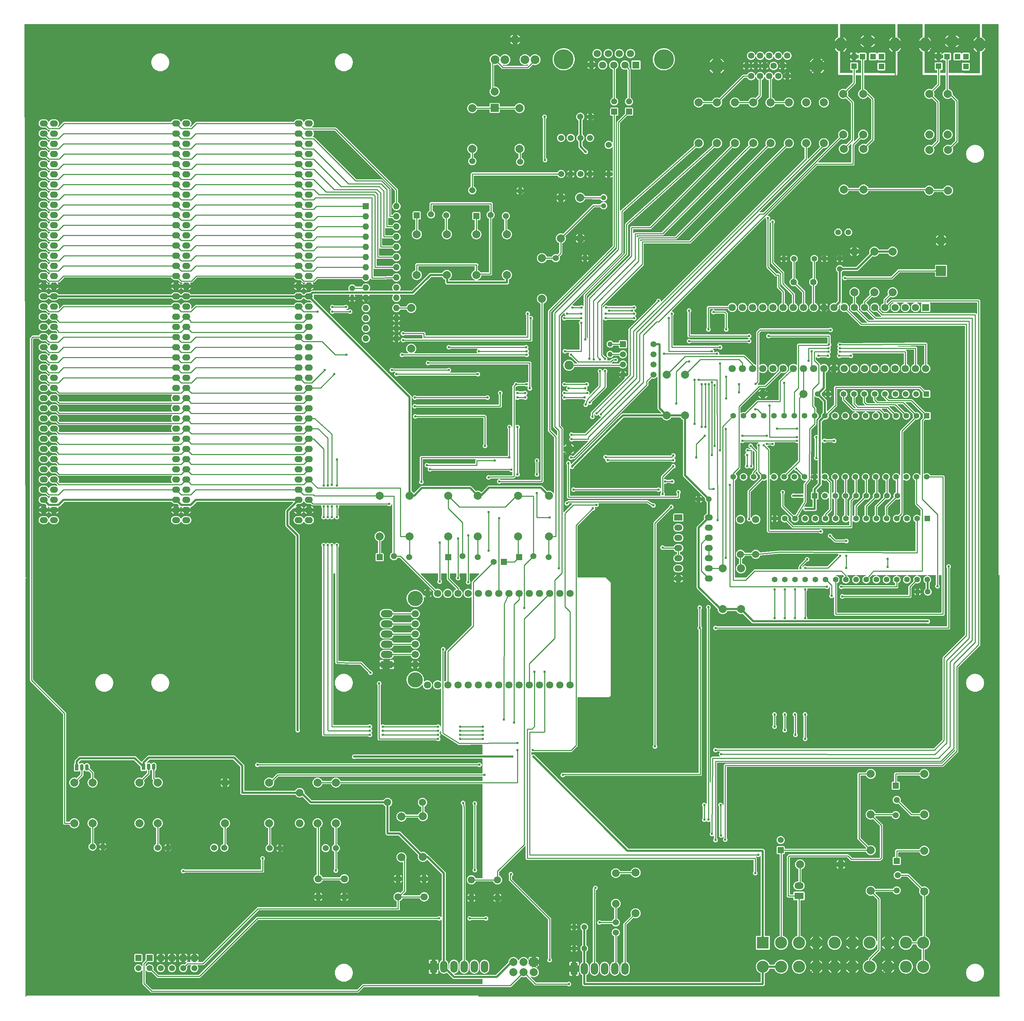
<source format=gbl>
G04 Layer: BottomLayer*
G04 EasyEDA v6.5.22, 2023-01-04 08:48:55*
G04 028e3914a6f949ed9ca799ef75e4ed4f,10*
G04 Gerber Generator version 0.2*
G04 Scale: 100 percent, Rotated: No, Reflected: No *
G04 Dimensions in millimeters *
G04 leading zeros omitted , absolute positions ,4 integer and 5 decimal *
%FSLAX45Y45*%
%MOMM*%

%ADD10C,0.2540*%
%ADD11C,0.5000*%
%ADD12C,1.4986*%
%ADD13R,1.4986X1.4986*%
%ADD14R,2.5000X2.5000*%
%ADD15C,2.5000*%
%ADD16C,2.2860*%
%ADD17O,2.54X3.5052000000000003*%
%ADD18O,3.5052000000000003X2.54*%
%ADD19R,1.4224X1.4224*%
%ADD20C,3.5992*%
%ADD21C,1.5926*%
%ADD22R,1.5000X1.5000*%
%ADD23C,1.5000*%
%ADD24C,2.0000*%
%ADD25C,1.3970*%
%ADD26C,1.3000*%
%ADD27R,2.0000X2.0000*%
%ADD28C,1.5240*%
%ADD29C,1.8000*%
%ADD30C,1.9050*%
%ADD31R,2.3000X1.6500*%
%ADD32O,2.2999954X1.6500094*%
%ADD33O,2.999994X1.7999964*%
%ADD34R,3.0000X1.8000*%
%ADD35O,1.7999964X2.999994*%
%ADD36R,1.8000X3.0000*%
%ADD37C,2.1844*%
%ADD38O,2.032X1.524*%
%ADD39C,1.5200*%
%ADD40C,3.8100*%
%ADD41C,5.0000*%
%ADD42R,1.8000X1.8000*%
%ADD43R,0.9000X1.6000*%
%ADD44O,0.8999982X1.5999968*%
%ADD45O,1.9999959999999999X1.499997*%
%ADD46R,2.0000X1.5000*%
%ADD47O,1.5999968X1.5999968*%
%ADD48R,1.6000X1.6000*%
%ADD49C,3.0000*%
%ADD50R,3.0000X3.0000*%
%ADD51C,1.6000*%
%ADD52C,1.2700*%
%ADD53R,1.4199X1.4199*%
%ADD54C,1.4199*%
%ADD55R,1.3970X1.3970*%
%ADD56C,0.6200*%
%ADD57C,0.0151*%

%LPD*%
G36*
X23868278Y-1286662D02*
G01*
X23109377Y-1284224D01*
X23105516Y-1283462D01*
X23102214Y-1281226D01*
X23100030Y-1277924D01*
X23099268Y-1274064D01*
X23099268Y-978408D01*
X23100030Y-974496D01*
X23102265Y-971245D01*
X23105516Y-969010D01*
X23109428Y-968248D01*
X23131221Y-968248D01*
X23137520Y-967536D01*
X23143006Y-965606D01*
X23147883Y-962558D01*
X23151998Y-958443D01*
X23155046Y-953566D01*
X23156976Y-948080D01*
X23157688Y-941781D01*
X23157688Y-800658D01*
X23156976Y-794359D01*
X23155046Y-788873D01*
X23151998Y-783996D01*
X23147883Y-779881D01*
X23143006Y-776833D01*
X23137520Y-774903D01*
X23131221Y-774192D01*
X22990098Y-774192D01*
X22983799Y-774903D01*
X22978313Y-776833D01*
X22973436Y-779881D01*
X22969321Y-783996D01*
X22966273Y-788873D01*
X22964851Y-792937D01*
X22962717Y-796493D01*
X22959314Y-798880D01*
X22955250Y-799744D01*
X22951186Y-798880D01*
X22947782Y-796493D01*
X22945648Y-792937D01*
X22944226Y-788873D01*
X22941178Y-783996D01*
X22937063Y-779881D01*
X22932186Y-776833D01*
X22926700Y-774903D01*
X22920401Y-774192D01*
X22891750Y-774192D01*
X22891750Y-829310D01*
X22953472Y-829310D01*
X22957383Y-830071D01*
X22960634Y-832307D01*
X22962870Y-835558D01*
X22963632Y-839469D01*
X22963632Y-902969D01*
X22962870Y-906881D01*
X22960634Y-910132D01*
X22957383Y-912368D01*
X22953472Y-913130D01*
X22891750Y-913130D01*
X22891750Y-968248D01*
X22920401Y-968248D01*
X22926700Y-967536D01*
X22932186Y-965606D01*
X22937063Y-962558D01*
X22941178Y-958443D01*
X22944226Y-953566D01*
X22945648Y-949502D01*
X22947782Y-945946D01*
X22951186Y-943559D01*
X22955250Y-942695D01*
X22959314Y-943559D01*
X22962717Y-945946D01*
X22964851Y-949502D01*
X22966273Y-953566D01*
X22969321Y-958443D01*
X22973436Y-962558D01*
X22978313Y-965606D01*
X22983799Y-967536D01*
X22990098Y-968248D01*
X23011892Y-968248D01*
X23015803Y-969010D01*
X23019054Y-971245D01*
X23021290Y-974496D01*
X23022052Y-978408D01*
X23022052Y-1273759D01*
X23021290Y-1277670D01*
X23019054Y-1280922D01*
X23015752Y-1283157D01*
X23011841Y-1283919D01*
X22898557Y-1283563D01*
X22894696Y-1282750D01*
X22891394Y-1280566D01*
X22889210Y-1277264D01*
X22888448Y-1273403D01*
X22888448Y-1222248D01*
X22889210Y-1218336D01*
X22891445Y-1215085D01*
X22894696Y-1212850D01*
X22898608Y-1212088D01*
X22920401Y-1212088D01*
X22926700Y-1211376D01*
X22932186Y-1209446D01*
X22937063Y-1206398D01*
X22941178Y-1202283D01*
X22944226Y-1197406D01*
X22946156Y-1191920D01*
X22946868Y-1185621D01*
X22946868Y-1044498D01*
X22946156Y-1038199D01*
X22944226Y-1032713D01*
X22941178Y-1027836D01*
X22937063Y-1023721D01*
X22932186Y-1020673D01*
X22926700Y-1018743D01*
X22920401Y-1018032D01*
X22779278Y-1018032D01*
X22772979Y-1018743D01*
X22767493Y-1020673D01*
X22762616Y-1023721D01*
X22758501Y-1027836D01*
X22755453Y-1032713D01*
X22753523Y-1038199D01*
X22752812Y-1044498D01*
X22752812Y-1185621D01*
X22753523Y-1191920D01*
X22755453Y-1197406D01*
X22758501Y-1202283D01*
X22762616Y-1206398D01*
X22767493Y-1209446D01*
X22772979Y-1211376D01*
X22779278Y-1212088D01*
X22801072Y-1212088D01*
X22804983Y-1212850D01*
X22808234Y-1215085D01*
X22810470Y-1218336D01*
X22811232Y-1222248D01*
X22811232Y-1273048D01*
X22810470Y-1276959D01*
X22808234Y-1280261D01*
X22804932Y-1282446D01*
X22801021Y-1283208D01*
X22515017Y-1282293D01*
X22511156Y-1281531D01*
X22507854Y-1279296D01*
X22505670Y-1276045D01*
X22504908Y-1272133D01*
X22504908Y-73660D01*
X22505670Y-69748D01*
X22507905Y-66497D01*
X22511156Y-64262D01*
X22515068Y-63500D01*
X23868329Y-63500D01*
X23872240Y-64262D01*
X23875492Y-66497D01*
X23877727Y-69748D01*
X23878489Y-73660D01*
X23878489Y-1276502D01*
X23877727Y-1280414D01*
X23875492Y-1283716D01*
X23872190Y-1285900D01*
G37*

%LPC*%
G36*
X23459998Y-1217168D02*
G01*
X23601121Y-1217168D01*
X23607420Y-1216456D01*
X23612906Y-1214526D01*
X23617783Y-1211478D01*
X23621898Y-1207363D01*
X23624946Y-1202486D01*
X23626876Y-1197000D01*
X23627588Y-1190701D01*
X23627588Y-1049578D01*
X23626876Y-1043279D01*
X23624946Y-1037793D01*
X23621898Y-1032916D01*
X23617783Y-1028801D01*
X23612906Y-1025753D01*
X23607420Y-1023823D01*
X23601121Y-1023112D01*
X23459998Y-1023112D01*
X23453699Y-1023823D01*
X23448213Y-1025753D01*
X23443336Y-1028801D01*
X23439221Y-1032916D01*
X23436173Y-1037793D01*
X23434243Y-1043279D01*
X23433532Y-1049578D01*
X23433532Y-1190701D01*
X23434243Y-1197000D01*
X23436173Y-1202486D01*
X23439221Y-1207363D01*
X23443336Y-1211478D01*
X23448213Y-1214526D01*
X23453699Y-1216456D01*
G37*
G36*
X22779278Y-968248D02*
G01*
X22807930Y-968248D01*
X22807930Y-913130D01*
X22752812Y-913130D01*
X22752812Y-941781D01*
X22753523Y-948080D01*
X22755453Y-953566D01*
X22758501Y-958443D01*
X22762616Y-962558D01*
X22767493Y-965606D01*
X22772979Y-967536D01*
G37*
G36*
X23249178Y-968248D02*
G01*
X23390301Y-968248D01*
X23396600Y-967536D01*
X23402086Y-965606D01*
X23406963Y-962558D01*
X23411078Y-958443D01*
X23414126Y-953566D01*
X23415548Y-949502D01*
X23417682Y-945946D01*
X23421086Y-943559D01*
X23425150Y-942695D01*
X23429214Y-943559D01*
X23432617Y-945946D01*
X23434751Y-949502D01*
X23436173Y-953566D01*
X23439221Y-958443D01*
X23443336Y-962558D01*
X23448213Y-965606D01*
X23453699Y-967536D01*
X23459998Y-968248D01*
X23601121Y-968248D01*
X23607420Y-967536D01*
X23612906Y-965606D01*
X23617783Y-962558D01*
X23621898Y-958443D01*
X23624946Y-953566D01*
X23626876Y-948080D01*
X23627588Y-941781D01*
X23627588Y-800658D01*
X23626876Y-794359D01*
X23624946Y-788873D01*
X23621898Y-783996D01*
X23617783Y-779881D01*
X23612906Y-776833D01*
X23607420Y-774903D01*
X23601121Y-774192D01*
X23459998Y-774192D01*
X23453699Y-774903D01*
X23448213Y-776833D01*
X23443336Y-779881D01*
X23439221Y-783996D01*
X23436173Y-788873D01*
X23434751Y-792937D01*
X23432617Y-796493D01*
X23429214Y-798880D01*
X23425150Y-799744D01*
X23421086Y-798880D01*
X23417682Y-796493D01*
X23415548Y-792937D01*
X23414126Y-788873D01*
X23411078Y-783996D01*
X23406963Y-779881D01*
X23402086Y-776833D01*
X23396600Y-774903D01*
X23390301Y-774192D01*
X23249178Y-774192D01*
X23242879Y-774903D01*
X23237393Y-776833D01*
X23232516Y-779881D01*
X23228401Y-783996D01*
X23225353Y-788873D01*
X23223423Y-794359D01*
X23222712Y-800658D01*
X23222712Y-941781D01*
X23223423Y-948080D01*
X23225353Y-953566D01*
X23228401Y-958443D01*
X23232516Y-962558D01*
X23237393Y-965606D01*
X23242879Y-967536D01*
G37*
G36*
X22752812Y-829310D02*
G01*
X22807930Y-829310D01*
X22807930Y-774192D01*
X22779278Y-774192D01*
X22772979Y-774903D01*
X22767493Y-776833D01*
X22762616Y-779881D01*
X22758501Y-783996D01*
X22755453Y-788873D01*
X22753523Y-794359D01*
X22752812Y-800658D01*
G37*
G36*
X23801070Y-755650D02*
G01*
X23801070Y-665480D01*
X23725174Y-665480D01*
X23726038Y-668578D01*
X23732134Y-683971D01*
X23739906Y-698601D01*
X23749203Y-712266D01*
X23759922Y-724916D01*
X23771961Y-736295D01*
X23785118Y-746302D01*
X23799292Y-754837D01*
G37*
G36*
X22584410Y-755650D02*
G01*
X22586188Y-754837D01*
X22600361Y-746302D01*
X22613518Y-736295D01*
X22625558Y-724916D01*
X22636276Y-712266D01*
X22645573Y-698601D01*
X22653345Y-683971D01*
X22659441Y-668578D01*
X22660305Y-665480D01*
X22584410Y-665480D01*
G37*
G36*
X23096220Y-635965D02*
G01*
X23096220Y-560070D01*
X23006050Y-560070D01*
X23006862Y-561848D01*
X23015397Y-576021D01*
X23025404Y-589178D01*
X23036784Y-601218D01*
X23049433Y-611936D01*
X23063098Y-621233D01*
X23077728Y-629005D01*
X23093121Y-635101D01*
G37*
G36*
X23284180Y-635965D02*
G01*
X23287278Y-635101D01*
X23302671Y-629005D01*
X23317301Y-621233D01*
X23330966Y-611936D01*
X23343616Y-601218D01*
X23354995Y-589178D01*
X23365002Y-576021D01*
X23373537Y-561848D01*
X23374350Y-560070D01*
X23284180Y-560070D01*
G37*
G36*
X23725174Y-477520D02*
G01*
X23801070Y-477520D01*
X23801070Y-387350D01*
X23799292Y-388162D01*
X23785118Y-396697D01*
X23771961Y-406704D01*
X23759922Y-418084D01*
X23749203Y-430733D01*
X23739906Y-444398D01*
X23732134Y-459028D01*
X23726038Y-474421D01*
G37*
G36*
X22584410Y-477520D02*
G01*
X22660305Y-477520D01*
X22659441Y-474421D01*
X22653345Y-459028D01*
X22645573Y-444398D01*
X22636276Y-430733D01*
X22625558Y-418084D01*
X22613518Y-406704D01*
X22600361Y-396697D01*
X22586188Y-388162D01*
X22584410Y-387350D01*
G37*
G36*
X23006050Y-420370D02*
G01*
X23096220Y-420370D01*
X23096220Y-344474D01*
X23093121Y-345338D01*
X23077728Y-351434D01*
X23063098Y-359206D01*
X23049433Y-368503D01*
X23036784Y-379222D01*
X23025404Y-391261D01*
X23015397Y-404418D01*
X23006862Y-418592D01*
G37*
G36*
X23284180Y-420370D02*
G01*
X23374350Y-420370D01*
X23373537Y-418592D01*
X23365002Y-404418D01*
X23354995Y-391261D01*
X23343616Y-379222D01*
X23330966Y-368503D01*
X23317301Y-359206D01*
X23302671Y-351434D01*
X23287278Y-345338D01*
X23284180Y-344474D01*
G37*

%LPD*%
G36*
X21760078Y-1286662D02*
G01*
X21001177Y-1284224D01*
X20997316Y-1283462D01*
X20994014Y-1281226D01*
X20991830Y-1277924D01*
X20991068Y-1274064D01*
X20991068Y-978408D01*
X20991830Y-974496D01*
X20994065Y-971245D01*
X20997316Y-969010D01*
X21001228Y-968248D01*
X21023021Y-968248D01*
X21029320Y-967536D01*
X21034806Y-965606D01*
X21039683Y-962558D01*
X21043798Y-958443D01*
X21046846Y-953566D01*
X21048776Y-948080D01*
X21049488Y-941781D01*
X21049488Y-800658D01*
X21048776Y-794359D01*
X21046846Y-788873D01*
X21043798Y-783996D01*
X21039683Y-779881D01*
X21034806Y-776833D01*
X21029320Y-774903D01*
X21023021Y-774192D01*
X20881898Y-774192D01*
X20875599Y-774903D01*
X20870113Y-776833D01*
X20865236Y-779881D01*
X20861121Y-783996D01*
X20858073Y-788873D01*
X20856651Y-792937D01*
X20854517Y-796493D01*
X20851114Y-798880D01*
X20847050Y-799744D01*
X20842986Y-798880D01*
X20839582Y-796493D01*
X20837448Y-792937D01*
X20836026Y-788873D01*
X20832978Y-783996D01*
X20828863Y-779881D01*
X20823986Y-776833D01*
X20818500Y-774903D01*
X20812201Y-774192D01*
X20783550Y-774192D01*
X20783550Y-829310D01*
X20845272Y-829310D01*
X20849183Y-830071D01*
X20852434Y-832307D01*
X20854670Y-835558D01*
X20855432Y-839469D01*
X20855432Y-902969D01*
X20854670Y-906881D01*
X20852434Y-910132D01*
X20849183Y-912368D01*
X20845272Y-913130D01*
X20783550Y-913130D01*
X20783550Y-968248D01*
X20812201Y-968248D01*
X20818500Y-967536D01*
X20823986Y-965606D01*
X20828863Y-962558D01*
X20832978Y-958443D01*
X20836026Y-953566D01*
X20837448Y-949502D01*
X20839582Y-945946D01*
X20842986Y-943559D01*
X20847050Y-942695D01*
X20851114Y-943559D01*
X20854517Y-945946D01*
X20856651Y-949502D01*
X20858073Y-953566D01*
X20861121Y-958443D01*
X20865236Y-962558D01*
X20870113Y-965606D01*
X20875599Y-967536D01*
X20881898Y-968248D01*
X20903692Y-968248D01*
X20907603Y-969010D01*
X20910854Y-971245D01*
X20913090Y-974496D01*
X20913852Y-978408D01*
X20913852Y-1273759D01*
X20913090Y-1277670D01*
X20910854Y-1280922D01*
X20907552Y-1283157D01*
X20903641Y-1283919D01*
X20790357Y-1283563D01*
X20786496Y-1282750D01*
X20783194Y-1280566D01*
X20781010Y-1277264D01*
X20780248Y-1273403D01*
X20780248Y-1222248D01*
X20781010Y-1218336D01*
X20783245Y-1215085D01*
X20786496Y-1212850D01*
X20790408Y-1212088D01*
X20812201Y-1212088D01*
X20818500Y-1211376D01*
X20823986Y-1209446D01*
X20828863Y-1206398D01*
X20832978Y-1202283D01*
X20836026Y-1197406D01*
X20837956Y-1191920D01*
X20838668Y-1185621D01*
X20838668Y-1044498D01*
X20837956Y-1038199D01*
X20836026Y-1032713D01*
X20832978Y-1027836D01*
X20828863Y-1023721D01*
X20823986Y-1020673D01*
X20818500Y-1018743D01*
X20812201Y-1018032D01*
X20671078Y-1018032D01*
X20664779Y-1018743D01*
X20659293Y-1020673D01*
X20654416Y-1023721D01*
X20650301Y-1027836D01*
X20647253Y-1032713D01*
X20645323Y-1038199D01*
X20644612Y-1044498D01*
X20644612Y-1185621D01*
X20645323Y-1191920D01*
X20647253Y-1197406D01*
X20650301Y-1202283D01*
X20654416Y-1206398D01*
X20659293Y-1209446D01*
X20664779Y-1211376D01*
X20671078Y-1212088D01*
X20692872Y-1212088D01*
X20696783Y-1212850D01*
X20700034Y-1215085D01*
X20702270Y-1218336D01*
X20703032Y-1222248D01*
X20703032Y-1273048D01*
X20702270Y-1276959D01*
X20700034Y-1280261D01*
X20696732Y-1282446D01*
X20692821Y-1283208D01*
X20406817Y-1282293D01*
X20402956Y-1281531D01*
X20399654Y-1279296D01*
X20397470Y-1276045D01*
X20396708Y-1272133D01*
X20396708Y-73660D01*
X20397470Y-69748D01*
X20399705Y-66497D01*
X20402956Y-64262D01*
X20406868Y-63500D01*
X21760129Y-63500D01*
X21764040Y-64262D01*
X21767292Y-66497D01*
X21769527Y-69748D01*
X21770289Y-73660D01*
X21770289Y-1276502D01*
X21769527Y-1280414D01*
X21767292Y-1283716D01*
X21763990Y-1285900D01*
G37*

%LPC*%
G36*
X21351798Y-1217168D02*
G01*
X21492921Y-1217168D01*
X21499220Y-1216456D01*
X21504706Y-1214526D01*
X21509583Y-1211478D01*
X21513698Y-1207363D01*
X21516746Y-1202486D01*
X21518676Y-1197000D01*
X21519388Y-1190701D01*
X21519388Y-1049578D01*
X21518676Y-1043279D01*
X21516746Y-1037793D01*
X21513698Y-1032916D01*
X21509583Y-1028801D01*
X21504706Y-1025753D01*
X21499220Y-1023823D01*
X21492921Y-1023112D01*
X21351798Y-1023112D01*
X21345499Y-1023823D01*
X21340013Y-1025753D01*
X21335136Y-1028801D01*
X21331021Y-1032916D01*
X21327973Y-1037793D01*
X21326043Y-1043279D01*
X21325332Y-1049578D01*
X21325332Y-1190701D01*
X21326043Y-1197000D01*
X21327973Y-1202486D01*
X21331021Y-1207363D01*
X21335136Y-1211478D01*
X21340013Y-1214526D01*
X21345499Y-1216456D01*
G37*
G36*
X20671078Y-968248D02*
G01*
X20699730Y-968248D01*
X20699730Y-913130D01*
X20644612Y-913130D01*
X20644612Y-941781D01*
X20645323Y-948080D01*
X20647253Y-953566D01*
X20650301Y-958443D01*
X20654416Y-962558D01*
X20659293Y-965606D01*
X20664779Y-967536D01*
G37*
G36*
X21140978Y-968248D02*
G01*
X21282101Y-968248D01*
X21288400Y-967536D01*
X21293886Y-965606D01*
X21298763Y-962558D01*
X21302878Y-958443D01*
X21305926Y-953566D01*
X21307348Y-949502D01*
X21309482Y-945946D01*
X21312886Y-943559D01*
X21316950Y-942695D01*
X21321014Y-943559D01*
X21324417Y-945946D01*
X21326551Y-949502D01*
X21327973Y-953566D01*
X21331021Y-958443D01*
X21335136Y-962558D01*
X21340013Y-965606D01*
X21345499Y-967536D01*
X21351798Y-968248D01*
X21492921Y-968248D01*
X21499220Y-967536D01*
X21504706Y-965606D01*
X21509583Y-962558D01*
X21513698Y-958443D01*
X21516746Y-953566D01*
X21518676Y-948080D01*
X21519388Y-941781D01*
X21519388Y-800658D01*
X21518676Y-794359D01*
X21516746Y-788873D01*
X21513698Y-783996D01*
X21509583Y-779881D01*
X21504706Y-776833D01*
X21499220Y-774903D01*
X21492921Y-774192D01*
X21351798Y-774192D01*
X21345499Y-774903D01*
X21340013Y-776833D01*
X21335136Y-779881D01*
X21331021Y-783996D01*
X21327973Y-788873D01*
X21326551Y-792937D01*
X21324417Y-796493D01*
X21321014Y-798880D01*
X21316950Y-799744D01*
X21312886Y-798880D01*
X21309482Y-796493D01*
X21307348Y-792937D01*
X21305926Y-788873D01*
X21302878Y-783996D01*
X21298763Y-779881D01*
X21293886Y-776833D01*
X21288400Y-774903D01*
X21282101Y-774192D01*
X21140978Y-774192D01*
X21134679Y-774903D01*
X21129193Y-776833D01*
X21124316Y-779881D01*
X21120201Y-783996D01*
X21117153Y-788873D01*
X21115223Y-794359D01*
X21114512Y-800658D01*
X21114512Y-941781D01*
X21115223Y-948080D01*
X21117153Y-953566D01*
X21120201Y-958443D01*
X21124316Y-962558D01*
X21129193Y-965606D01*
X21134679Y-967536D01*
G37*
G36*
X20644612Y-829310D02*
G01*
X20699730Y-829310D01*
X20699730Y-774192D01*
X20671078Y-774192D01*
X20664779Y-774903D01*
X20659293Y-776833D01*
X20654416Y-779881D01*
X20650301Y-783996D01*
X20647253Y-788873D01*
X20645323Y-794359D01*
X20644612Y-800658D01*
G37*
G36*
X21692870Y-755650D02*
G01*
X21692870Y-665480D01*
X21616974Y-665480D01*
X21617838Y-668578D01*
X21623934Y-683971D01*
X21631706Y-698601D01*
X21641003Y-712266D01*
X21651722Y-724916D01*
X21663761Y-736295D01*
X21676918Y-746302D01*
X21691092Y-754837D01*
G37*
G36*
X20476210Y-755650D02*
G01*
X20477988Y-754837D01*
X20492161Y-746302D01*
X20505318Y-736295D01*
X20517358Y-724916D01*
X20528076Y-712266D01*
X20537373Y-698601D01*
X20545145Y-683971D01*
X20551241Y-668578D01*
X20552105Y-665480D01*
X20476210Y-665480D01*
G37*
G36*
X20988020Y-635965D02*
G01*
X20988020Y-560070D01*
X20897850Y-560070D01*
X20898662Y-561848D01*
X20907197Y-576021D01*
X20917204Y-589178D01*
X20928584Y-601218D01*
X20941233Y-611936D01*
X20954898Y-621233D01*
X20969528Y-629005D01*
X20984921Y-635101D01*
G37*
G36*
X21175980Y-635965D02*
G01*
X21179078Y-635101D01*
X21194471Y-629005D01*
X21209101Y-621233D01*
X21222766Y-611936D01*
X21235416Y-601218D01*
X21246795Y-589178D01*
X21256802Y-576021D01*
X21265337Y-561848D01*
X21266150Y-560070D01*
X21175980Y-560070D01*
G37*
G36*
X21616974Y-477520D02*
G01*
X21692870Y-477520D01*
X21692870Y-387350D01*
X21691092Y-388162D01*
X21676918Y-396697D01*
X21663761Y-406704D01*
X21651722Y-418084D01*
X21641003Y-430733D01*
X21631706Y-444398D01*
X21623934Y-459028D01*
X21617838Y-474421D01*
G37*
G36*
X20476210Y-477520D02*
G01*
X20552105Y-477520D01*
X20551241Y-474421D01*
X20545145Y-459028D01*
X20537373Y-444398D01*
X20528076Y-430733D01*
X20517358Y-418084D01*
X20505318Y-406704D01*
X20492161Y-396697D01*
X20477988Y-388162D01*
X20476210Y-387350D01*
G37*
G36*
X20897850Y-420370D02*
G01*
X20988020Y-420370D01*
X20988020Y-344474D01*
X20984921Y-345338D01*
X20969528Y-351434D01*
X20954898Y-359206D01*
X20941233Y-368503D01*
X20928584Y-379222D01*
X20917204Y-391261D01*
X20907197Y-404418D01*
X20898662Y-418592D01*
G37*
G36*
X21175980Y-420370D02*
G01*
X21266150Y-420370D01*
X21265337Y-418592D01*
X21256802Y-404418D01*
X21246795Y-391261D01*
X21235416Y-379222D01*
X21222766Y-368503D01*
X21209101Y-359206D01*
X21194471Y-351434D01*
X21179078Y-345338D01*
X21175980Y-344474D01*
G37*

%LPD*%
G36*
X19559930Y-12115698D02*
G01*
X19557542Y-12115393D01*
X19553783Y-12113818D01*
X19544588Y-12111024D01*
X19535038Y-12109754D01*
X19525386Y-12110212D01*
X19515937Y-12112244D01*
X19510248Y-12114530D01*
X19506082Y-12115241D01*
X19502018Y-12114225D01*
X19498716Y-12111685D01*
X19496684Y-12107976D01*
X19496379Y-12103760D01*
X19497751Y-12099798D01*
X19552666Y-12009221D01*
X19556120Y-12001957D01*
X19558050Y-11994540D01*
X19558508Y-11988393D01*
X19558508Y-11574119D01*
X19559066Y-11570766D01*
X19560743Y-11567769D01*
X19651522Y-11454282D01*
X19653300Y-11451844D01*
X19656958Y-11445240D01*
X19659244Y-11438026D01*
X19659955Y-11433200D01*
X19660209Y-11420754D01*
X19661225Y-11416436D01*
X19664019Y-11412931D01*
X19667982Y-11411000D01*
X19672452Y-11410950D01*
X19676516Y-11412778D01*
X19679412Y-11416233D01*
X19686930Y-11426901D01*
X19695871Y-11436451D01*
X19705980Y-11444732D01*
X19717156Y-11451488D01*
X19719950Y-11452707D01*
X19719950Y-11407800D01*
X19670572Y-11407800D01*
X19666661Y-11406987D01*
X19663359Y-11404752D01*
X19661174Y-11401450D01*
X19660463Y-11397488D01*
X19661073Y-11335258D01*
X19661886Y-11331448D01*
X19664070Y-11328146D01*
X19667372Y-11326012D01*
X19671233Y-11325250D01*
X19719950Y-11325250D01*
X19719950Y-11280292D01*
X19717156Y-11281511D01*
X19705980Y-11288268D01*
X19695871Y-11296548D01*
X19686930Y-11306098D01*
X19679767Y-11316208D01*
X19676668Y-11319103D01*
X19672604Y-11320475D01*
X19668337Y-11320018D01*
X19664680Y-11317884D01*
X19662190Y-11314430D01*
X19661327Y-11310264D01*
X19672604Y-10193020D01*
X19673417Y-10189159D01*
X19675602Y-10185908D01*
X19788124Y-10073335D01*
X19793254Y-10067137D01*
X19796810Y-10060432D01*
X19798995Y-10053218D01*
X19799808Y-10045192D01*
X19799808Y-9936530D01*
X19800417Y-9933127D01*
X19802094Y-9930130D01*
X19804684Y-9927844D01*
X19816419Y-9920732D01*
X19826528Y-9912451D01*
X19835469Y-9902901D01*
X19842988Y-9892233D01*
X19849033Y-9880650D01*
X19853402Y-9868306D01*
X19856043Y-9855555D01*
X19856958Y-9842500D01*
X19856043Y-9829444D01*
X19853402Y-9816693D01*
X19849033Y-9804349D01*
X19842988Y-9792766D01*
X19835469Y-9782098D01*
X19826528Y-9772548D01*
X19816419Y-9764268D01*
X19804684Y-9757156D01*
X19802094Y-9754870D01*
X19800417Y-9751872D01*
X19799808Y-9748469D01*
X19799808Y-9652508D01*
X19798995Y-9644481D01*
X19796810Y-9637268D01*
X19793254Y-9630562D01*
X19788124Y-9624364D01*
X19752005Y-9588195D01*
X19749770Y-9584893D01*
X19749008Y-9580981D01*
X19749008Y-9367469D01*
X19749820Y-9363506D01*
X19752056Y-9360204D01*
X19755459Y-9358020D01*
X19759422Y-9357309D01*
X19763333Y-9358172D01*
X19766584Y-9360509D01*
X19772071Y-9366351D01*
X19782180Y-9374632D01*
X19793356Y-9381388D01*
X19805345Y-9386620D01*
X19817943Y-9390126D01*
X19830846Y-9391904D01*
X19843953Y-9391904D01*
X19853859Y-9390532D01*
X19856958Y-9390583D01*
X19859904Y-9391599D01*
X19862444Y-9393428D01*
X19961301Y-9492335D01*
X19963536Y-9495586D01*
X19964298Y-9499498D01*
X19964298Y-9755936D01*
X19963282Y-9760305D01*
X19960539Y-9763861D01*
X19949871Y-9772548D01*
X19940930Y-9782098D01*
X19933412Y-9792766D01*
X19927366Y-9804349D01*
X19922998Y-9816693D01*
X19920356Y-9829444D01*
X19919442Y-9842500D01*
X19920356Y-9855555D01*
X19920915Y-9858298D01*
X19921067Y-9861600D01*
X19920102Y-9864801D01*
X19918172Y-9867544D01*
X19852335Y-9933330D01*
X19849185Y-9936784D01*
X19846493Y-9940290D01*
X19844105Y-9944049D01*
X19842073Y-9948011D01*
X19840346Y-9952075D01*
X19839025Y-9956342D01*
X19838060Y-9960660D01*
X19837501Y-9965080D01*
X19837298Y-9969703D01*
X19837298Y-10315092D01*
X19836434Y-10319105D01*
X19834098Y-10322509D01*
X19830592Y-10324642D01*
X19826528Y-10325252D01*
X19822566Y-10324185D01*
X19820483Y-10323118D01*
X19811288Y-10320324D01*
X19801738Y-10319054D01*
X19792086Y-10319512D01*
X19782637Y-10321544D01*
X19773696Y-10325100D01*
X19765467Y-10330180D01*
X19758253Y-10336530D01*
X19752157Y-10344048D01*
X19747484Y-10352481D01*
X19744283Y-10361574D01*
X19742658Y-10371074D01*
X19742658Y-10380726D01*
X19744283Y-10390225D01*
X19747484Y-10399318D01*
X19752157Y-10407751D01*
X19758456Y-10415473D01*
X19760133Y-10418470D01*
X19760692Y-10421874D01*
X19760692Y-10850626D01*
X19760133Y-10854029D01*
X19758456Y-10857026D01*
X19752157Y-10864748D01*
X19747484Y-10873181D01*
X19744283Y-10882274D01*
X19742658Y-10891774D01*
X19742658Y-10901426D01*
X19744283Y-10910925D01*
X19747484Y-10920018D01*
X19752157Y-10928451D01*
X19758253Y-10935970D01*
X19765467Y-10942320D01*
X19773696Y-10947400D01*
X19782637Y-10950956D01*
X19792086Y-10952988D01*
X19801738Y-10953445D01*
X19811288Y-10952175D01*
X19820483Y-10949381D01*
X19822566Y-10948314D01*
X19826528Y-10947247D01*
X19830592Y-10947857D01*
X19834098Y-10949990D01*
X19836434Y-10953394D01*
X19837298Y-10957407D01*
X19837298Y-11283899D01*
X19836587Y-11287658D01*
X19834555Y-11290858D01*
X19831507Y-11293094D01*
X19827849Y-11294059D01*
X19824039Y-11293602D01*
X19820737Y-11291773D01*
X19816419Y-11288268D01*
X19805243Y-11281511D01*
X19802500Y-11280292D01*
X19802500Y-11325250D01*
X19827138Y-11325250D01*
X19830999Y-11326012D01*
X19834301Y-11328196D01*
X19836536Y-11331498D01*
X19837298Y-11335410D01*
X19837298Y-11397640D01*
X19836536Y-11401501D01*
X19834301Y-11404803D01*
X19830999Y-11406987D01*
X19827138Y-11407800D01*
X19802500Y-11407800D01*
X19802500Y-11452707D01*
X19805243Y-11451488D01*
X19816419Y-11444732D01*
X19820737Y-11441226D01*
X19824039Y-11439398D01*
X19827849Y-11438940D01*
X19831507Y-11439906D01*
X19834555Y-11442141D01*
X19836587Y-11445341D01*
X19837298Y-11449100D01*
X19837298Y-11519001D01*
X19836536Y-11522913D01*
X19834301Y-11526164D01*
X19721779Y-11638686D01*
X19718629Y-11642140D01*
X19715937Y-11645646D01*
X19713549Y-11649405D01*
X19711517Y-11653367D01*
X19709790Y-11657431D01*
X19708469Y-11661698D01*
X19707504Y-11666016D01*
X19706945Y-11670436D01*
X19706742Y-11675059D01*
X19706742Y-11729364D01*
X19705980Y-11733225D01*
X19703745Y-11736527D01*
X19700443Y-11738711D01*
X19696582Y-11739524D01*
X19687235Y-11739524D01*
X19680885Y-11740235D01*
X19675449Y-11742115D01*
X19670522Y-11745214D01*
X19666458Y-11749278D01*
X19663359Y-11754205D01*
X19661479Y-11759641D01*
X19660768Y-11765991D01*
X19660768Y-11906808D01*
X19661479Y-11913158D01*
X19663359Y-11918594D01*
X19666458Y-11923522D01*
X19670522Y-11927586D01*
X19675449Y-11930684D01*
X19680885Y-11932564D01*
X19687235Y-11933326D01*
X19697750Y-11933326D01*
X19701611Y-11934088D01*
X19704862Y-11936222D01*
X19707098Y-11939473D01*
X19707860Y-11943334D01*
X19709638Y-12105436D01*
X19708876Y-12109348D01*
X19706691Y-12112701D01*
X19703389Y-12114885D01*
X19699478Y-12115698D01*
G37*

%LPD*%
G36*
X20330668Y-14756892D02*
G01*
X20326756Y-14756130D01*
X20323505Y-14753894D01*
X20321270Y-14750643D01*
X20320508Y-14746732D01*
X20320508Y-14025930D01*
X20321117Y-14022527D01*
X20322794Y-14019530D01*
X20325384Y-14017244D01*
X20337119Y-14010132D01*
X20347228Y-14001851D01*
X20356169Y-13992301D01*
X20363688Y-13981633D01*
X20369733Y-13970050D01*
X20374102Y-13957706D01*
X20376743Y-13944955D01*
X20377658Y-13931900D01*
X20376743Y-13918844D01*
X20374102Y-13906093D01*
X20369733Y-13893749D01*
X20363688Y-13882166D01*
X20356169Y-13871498D01*
X20347228Y-13861948D01*
X20337119Y-13853668D01*
X20325943Y-13846911D01*
X20313954Y-13841679D01*
X20301356Y-13838174D01*
X20298867Y-13837818D01*
X20294803Y-13836345D01*
X20291755Y-13833297D01*
X20290231Y-13829233D01*
X20290536Y-13824915D01*
X20292568Y-13821105D01*
X20296022Y-13818514D01*
X20300289Y-13817600D01*
X20464373Y-13817600D01*
X20468285Y-13818362D01*
X20471587Y-13820597D01*
X20486471Y-13835481D01*
X20488554Y-13838478D01*
X20489418Y-13842034D01*
X20489011Y-13845641D01*
X20487284Y-13848892D01*
X20484541Y-13851331D01*
X20480680Y-13853668D01*
X20470571Y-13861948D01*
X20461630Y-13871498D01*
X20454112Y-13882166D01*
X20448066Y-13893749D01*
X20443698Y-13906093D01*
X20441056Y-13918844D01*
X20440142Y-13931900D01*
X20441056Y-13944955D01*
X20443698Y-13957706D01*
X20448066Y-13970050D01*
X20454112Y-13981633D01*
X20461630Y-13992301D01*
X20470571Y-14001851D01*
X20480680Y-14010132D01*
X20491856Y-14016888D01*
X20503845Y-14022120D01*
X20516443Y-14025626D01*
X20529346Y-14027404D01*
X20542453Y-14027404D01*
X20555356Y-14025626D01*
X20567954Y-14022120D01*
X20579943Y-14016888D01*
X20591119Y-14010132D01*
X20601228Y-14001851D01*
X20610169Y-13992301D01*
X20617688Y-13981633D01*
X20623733Y-13970050D01*
X20628102Y-13957706D01*
X20630743Y-13944955D01*
X20631658Y-13931900D01*
X20630743Y-13918844D01*
X20628102Y-13906093D01*
X20623733Y-13893749D01*
X20617688Y-13882166D01*
X20610169Y-13871498D01*
X20601228Y-13861948D01*
X20591119Y-13853668D01*
X20579384Y-13846556D01*
X20576794Y-13844269D01*
X20575117Y-13841272D01*
X20574508Y-13837869D01*
X20574508Y-13830807D01*
X20574304Y-13828776D01*
X20574762Y-13824559D01*
X20576895Y-13820952D01*
X20580299Y-13818463D01*
X20584414Y-13817600D01*
X20771510Y-13817600D01*
X20775777Y-13818514D01*
X20779232Y-13821105D01*
X20781264Y-13824915D01*
X20781568Y-13829233D01*
X20780044Y-13833297D01*
X20776996Y-13836345D01*
X20772932Y-13837818D01*
X20770443Y-13838174D01*
X20757845Y-13841679D01*
X20745856Y-13846911D01*
X20734680Y-13853668D01*
X20724571Y-13861948D01*
X20715630Y-13871498D01*
X20708112Y-13882166D01*
X20702066Y-13893749D01*
X20697698Y-13906093D01*
X20695056Y-13918844D01*
X20694142Y-13931900D01*
X20695056Y-13944955D01*
X20697698Y-13957706D01*
X20702066Y-13970050D01*
X20708112Y-13981633D01*
X20715630Y-13992301D01*
X20724571Y-14001851D01*
X20734680Y-14010132D01*
X20745856Y-14016888D01*
X20757845Y-14022120D01*
X20770443Y-14025626D01*
X20783346Y-14027404D01*
X20796453Y-14027404D01*
X20809356Y-14025626D01*
X20821954Y-14022120D01*
X20833943Y-14016888D01*
X20845119Y-14010132D01*
X20855228Y-14001851D01*
X20864169Y-13992301D01*
X20871688Y-13981633D01*
X20877733Y-13970050D01*
X20882102Y-13957706D01*
X20884743Y-13944955D01*
X20885658Y-13931900D01*
X20884743Y-13918844D01*
X20882102Y-13906093D01*
X20877733Y-13893749D01*
X20871688Y-13882166D01*
X20864169Y-13871498D01*
X20855228Y-13861948D01*
X20845119Y-13853668D01*
X20833943Y-13846911D01*
X20821954Y-13841679D01*
X20809356Y-13838174D01*
X20806867Y-13837818D01*
X20802803Y-13836345D01*
X20799755Y-13833297D01*
X20798231Y-13829233D01*
X20798536Y-13824915D01*
X20800568Y-13821105D01*
X20804022Y-13818514D01*
X20808289Y-13817600D01*
X21025510Y-13817600D01*
X21029777Y-13818514D01*
X21033232Y-13821105D01*
X21035264Y-13824915D01*
X21035568Y-13829233D01*
X21034044Y-13833297D01*
X21030996Y-13836345D01*
X21026932Y-13837818D01*
X21024443Y-13838174D01*
X21011845Y-13841679D01*
X20999856Y-13846911D01*
X20988680Y-13853668D01*
X20978571Y-13861948D01*
X20969630Y-13871498D01*
X20962112Y-13882166D01*
X20956066Y-13893749D01*
X20951698Y-13906093D01*
X20949056Y-13918844D01*
X20948142Y-13931900D01*
X20949056Y-13944955D01*
X20951698Y-13957706D01*
X20956066Y-13970050D01*
X20962112Y-13981633D01*
X20969630Y-13992301D01*
X20978571Y-14001851D01*
X20988680Y-14010132D01*
X20999856Y-14016888D01*
X21011845Y-14022120D01*
X21024443Y-14025626D01*
X21037346Y-14027404D01*
X21050453Y-14027404D01*
X21063356Y-14025626D01*
X21075954Y-14022120D01*
X21087943Y-14016888D01*
X21099119Y-14010132D01*
X21109228Y-14001851D01*
X21118169Y-13992301D01*
X21125688Y-13981633D01*
X21131733Y-13970050D01*
X21136102Y-13957706D01*
X21138743Y-13944955D01*
X21139658Y-13931900D01*
X21138743Y-13918844D01*
X21136102Y-13906093D01*
X21131733Y-13893749D01*
X21131123Y-13890345D01*
X21131733Y-13886942D01*
X21133460Y-13883894D01*
X21184971Y-13821308D01*
X21188527Y-13818565D01*
X21192845Y-13817600D01*
X21279510Y-13817600D01*
X21283777Y-13818514D01*
X21287232Y-13821105D01*
X21289264Y-13824915D01*
X21289568Y-13829233D01*
X21288044Y-13833297D01*
X21284996Y-13836345D01*
X21280932Y-13837818D01*
X21278443Y-13838174D01*
X21265845Y-13841679D01*
X21253856Y-13846911D01*
X21242680Y-13853668D01*
X21232571Y-13861948D01*
X21223630Y-13871498D01*
X21216112Y-13882166D01*
X21210066Y-13893749D01*
X21205698Y-13906093D01*
X21203056Y-13918844D01*
X21202142Y-13931900D01*
X21203056Y-13944955D01*
X21205698Y-13957706D01*
X21210066Y-13970050D01*
X21216112Y-13981633D01*
X21223630Y-13992301D01*
X21232571Y-14001851D01*
X21242680Y-14010132D01*
X21253856Y-14016888D01*
X21265845Y-14022120D01*
X21278443Y-14025626D01*
X21291346Y-14027404D01*
X21304453Y-14027404D01*
X21317356Y-14025626D01*
X21329954Y-14022120D01*
X21341943Y-14016888D01*
X21353119Y-14010132D01*
X21363228Y-14001851D01*
X21372169Y-13992301D01*
X21379688Y-13981633D01*
X21385733Y-13970050D01*
X21390102Y-13957706D01*
X21392743Y-13944955D01*
X21393658Y-13931900D01*
X21392743Y-13918844D01*
X21390102Y-13906093D01*
X21385733Y-13893749D01*
X21379688Y-13882166D01*
X21372169Y-13871498D01*
X21363228Y-13861948D01*
X21353119Y-13853668D01*
X21341943Y-13846911D01*
X21329954Y-13841679D01*
X21317356Y-13838174D01*
X21314867Y-13837818D01*
X21310803Y-13836345D01*
X21307755Y-13833297D01*
X21306231Y-13829233D01*
X21306536Y-13824915D01*
X21308568Y-13821105D01*
X21312022Y-13818514D01*
X21316289Y-13817600D01*
X21533510Y-13817600D01*
X21537777Y-13818514D01*
X21541232Y-13821105D01*
X21543264Y-13824915D01*
X21543568Y-13829233D01*
X21542044Y-13833297D01*
X21538996Y-13836345D01*
X21534932Y-13837818D01*
X21532443Y-13838174D01*
X21519845Y-13841679D01*
X21507856Y-13846911D01*
X21496680Y-13853668D01*
X21486571Y-13861948D01*
X21477630Y-13871498D01*
X21470112Y-13882166D01*
X21464066Y-13893749D01*
X21459698Y-13906093D01*
X21457056Y-13918844D01*
X21456142Y-13931900D01*
X21457056Y-13944955D01*
X21459698Y-13957706D01*
X21464066Y-13970050D01*
X21470112Y-13981633D01*
X21477630Y-13992301D01*
X21486571Y-14001851D01*
X21496680Y-14010132D01*
X21507856Y-14016888D01*
X21519845Y-14022120D01*
X21532443Y-14025626D01*
X21545346Y-14027404D01*
X21558453Y-14027404D01*
X21571356Y-14025626D01*
X21583954Y-14022120D01*
X21595943Y-14016888D01*
X21607119Y-14010132D01*
X21617228Y-14001851D01*
X21626169Y-13992301D01*
X21633688Y-13981633D01*
X21639733Y-13970050D01*
X21644102Y-13957706D01*
X21646743Y-13944955D01*
X21647658Y-13931900D01*
X21646743Y-13918844D01*
X21644102Y-13906093D01*
X21639733Y-13893749D01*
X21633688Y-13882166D01*
X21626169Y-13871498D01*
X21617228Y-13861948D01*
X21607119Y-13853668D01*
X21595943Y-13846911D01*
X21583954Y-13841679D01*
X21571356Y-13838174D01*
X21568867Y-13837818D01*
X21564803Y-13836345D01*
X21561755Y-13833297D01*
X21560231Y-13829233D01*
X21560536Y-13824915D01*
X21562568Y-13821105D01*
X21566022Y-13818514D01*
X21570289Y-13817600D01*
X21787510Y-13817600D01*
X21791777Y-13818514D01*
X21795232Y-13821105D01*
X21797264Y-13824915D01*
X21797568Y-13829233D01*
X21796044Y-13833297D01*
X21792996Y-13836345D01*
X21788932Y-13837818D01*
X21786443Y-13838174D01*
X21773845Y-13841679D01*
X21761856Y-13846911D01*
X21750680Y-13853668D01*
X21740571Y-13861948D01*
X21731630Y-13871498D01*
X21724112Y-13882166D01*
X21718066Y-13893749D01*
X21713698Y-13906093D01*
X21711056Y-13918844D01*
X21710142Y-13931900D01*
X21711056Y-13944955D01*
X21713698Y-13957706D01*
X21718066Y-13970050D01*
X21724112Y-13981633D01*
X21731630Y-13992301D01*
X21740571Y-14001851D01*
X21750680Y-14010132D01*
X21762415Y-14017244D01*
X21765006Y-14019530D01*
X21766682Y-14022527D01*
X21767292Y-14025930D01*
X21767292Y-14060932D01*
X21766530Y-14064843D01*
X21764294Y-14068094D01*
X21761043Y-14070330D01*
X21757132Y-14071092D01*
X20467421Y-14071092D01*
X20463459Y-14070279D01*
X20451419Y-14061287D01*
X20442783Y-14056918D01*
X20433588Y-14054124D01*
X20424038Y-14052854D01*
X20414386Y-14053312D01*
X20404937Y-14055344D01*
X20395996Y-14058900D01*
X20387767Y-14063980D01*
X20380553Y-14070330D01*
X20374457Y-14077848D01*
X20369784Y-14086281D01*
X20366583Y-14095374D01*
X20364958Y-14104874D01*
X20364958Y-14114526D01*
X20366583Y-14124025D01*
X20369784Y-14133118D01*
X20374457Y-14141551D01*
X20380553Y-14149069D01*
X20387767Y-14155419D01*
X20395996Y-14160500D01*
X20404937Y-14164056D01*
X20414386Y-14166088D01*
X20424038Y-14166545D01*
X20433588Y-14165275D01*
X20442783Y-14162481D01*
X20451419Y-14158112D01*
X20463459Y-14149120D01*
X20467421Y-14148307D01*
X21805392Y-14148307D01*
X21813418Y-14147495D01*
X21820632Y-14145310D01*
X21827337Y-14141754D01*
X21833179Y-14136979D01*
X21837954Y-14131137D01*
X21841510Y-14124432D01*
X21843695Y-14117218D01*
X21844508Y-14109192D01*
X21844508Y-14025930D01*
X21845117Y-14022527D01*
X21846794Y-14019530D01*
X21849384Y-14017244D01*
X21861119Y-14010132D01*
X21871228Y-14001851D01*
X21880169Y-13992301D01*
X21887688Y-13981633D01*
X21893733Y-13970050D01*
X21898102Y-13957706D01*
X21900743Y-13944955D01*
X21901658Y-13931900D01*
X21900743Y-13918844D01*
X21898102Y-13906093D01*
X21893733Y-13893749D01*
X21887688Y-13882166D01*
X21880169Y-13871498D01*
X21871228Y-13861948D01*
X21861119Y-13853668D01*
X21849943Y-13846911D01*
X21837954Y-13841679D01*
X21825356Y-13838174D01*
X21822867Y-13837818D01*
X21818803Y-13836345D01*
X21815755Y-13833297D01*
X21814231Y-13829233D01*
X21814536Y-13824915D01*
X21816568Y-13821105D01*
X21820022Y-13818514D01*
X21824289Y-13817600D01*
X22041510Y-13817600D01*
X22045777Y-13818514D01*
X22049232Y-13821105D01*
X22051264Y-13824915D01*
X22051568Y-13829233D01*
X22050044Y-13833297D01*
X22046996Y-13836345D01*
X22042932Y-13837818D01*
X22040443Y-13838174D01*
X22027845Y-13841679D01*
X22015856Y-13846911D01*
X22004680Y-13853668D01*
X21994571Y-13861948D01*
X21985630Y-13871498D01*
X21978112Y-13882166D01*
X21972066Y-13893749D01*
X21967698Y-13906093D01*
X21965056Y-13918844D01*
X21964142Y-13931900D01*
X21965056Y-13944955D01*
X21967698Y-13957706D01*
X21972066Y-13970050D01*
X21978112Y-13981633D01*
X21985630Y-13992301D01*
X21994571Y-14001851D01*
X22004680Y-14010132D01*
X22015856Y-14016888D01*
X22027845Y-14022120D01*
X22040443Y-14025626D01*
X22053346Y-14027404D01*
X22066453Y-14027404D01*
X22079356Y-14025626D01*
X22091954Y-14022120D01*
X22103943Y-14016888D01*
X22115119Y-14010132D01*
X22125228Y-14001851D01*
X22134169Y-13992301D01*
X22141688Y-13981633D01*
X22147733Y-13970050D01*
X22152102Y-13957706D01*
X22154743Y-13944955D01*
X22155658Y-13931900D01*
X22154743Y-13918844D01*
X22152102Y-13906093D01*
X22147733Y-13893749D01*
X22141688Y-13882166D01*
X22134169Y-13871498D01*
X22125228Y-13861948D01*
X22115119Y-13853668D01*
X22103943Y-13846911D01*
X22091954Y-13841679D01*
X22079356Y-13838174D01*
X22076867Y-13837818D01*
X22072803Y-13836345D01*
X22069755Y-13833297D01*
X22068231Y-13829233D01*
X22068536Y-13824915D01*
X22070568Y-13821105D01*
X22074022Y-13818514D01*
X22078289Y-13817600D01*
X22295510Y-13817600D01*
X22299777Y-13818514D01*
X22303232Y-13821105D01*
X22305264Y-13824915D01*
X22305568Y-13829233D01*
X22304044Y-13833297D01*
X22300996Y-13836345D01*
X22296932Y-13837818D01*
X22294443Y-13838174D01*
X22281845Y-13841679D01*
X22269856Y-13846911D01*
X22258680Y-13853668D01*
X22248571Y-13861948D01*
X22239630Y-13871498D01*
X22232112Y-13882166D01*
X22226066Y-13893749D01*
X22221698Y-13906093D01*
X22219056Y-13918844D01*
X22218142Y-13931900D01*
X22219056Y-13944955D01*
X22221698Y-13957706D01*
X22222663Y-13960348D01*
X22223222Y-13964107D01*
X22222409Y-13967815D01*
X22220275Y-13970965D01*
X22109176Y-14082064D01*
X22104045Y-14088262D01*
X22100489Y-14094968D01*
X22098304Y-14102181D01*
X22097492Y-14110207D01*
X22097492Y-14302232D01*
X22096730Y-14306143D01*
X22094494Y-14309394D01*
X22091243Y-14311630D01*
X22087332Y-14312392D01*
X20492821Y-14312392D01*
X20488859Y-14311579D01*
X20476819Y-14302587D01*
X20468183Y-14298218D01*
X20458988Y-14295424D01*
X20449438Y-14294154D01*
X20439786Y-14294612D01*
X20430337Y-14296644D01*
X20421396Y-14300200D01*
X20413167Y-14305280D01*
X20405953Y-14311630D01*
X20399857Y-14319148D01*
X20395184Y-14327581D01*
X20391983Y-14336674D01*
X20390358Y-14346174D01*
X20390358Y-14355826D01*
X20391983Y-14365325D01*
X20395184Y-14374418D01*
X20399857Y-14382851D01*
X20405953Y-14390369D01*
X20413167Y-14396719D01*
X20421396Y-14401800D01*
X20430337Y-14405356D01*
X20439786Y-14407388D01*
X20449438Y-14407845D01*
X20458988Y-14406575D01*
X20468183Y-14403781D01*
X20476819Y-14399412D01*
X20488859Y-14390420D01*
X20492821Y-14389607D01*
X22135592Y-14389607D01*
X22143618Y-14388795D01*
X22150832Y-14386610D01*
X22157537Y-14383054D01*
X22163379Y-14378279D01*
X22168154Y-14372437D01*
X22171710Y-14365732D01*
X22173895Y-14358518D01*
X22174708Y-14350492D01*
X22174708Y-14129918D01*
X22175470Y-14126006D01*
X22177705Y-14122704D01*
X22274885Y-14025524D01*
X22277781Y-14023492D01*
X22281235Y-14022578D01*
X22284791Y-14022933D01*
X22294443Y-14025626D01*
X22307346Y-14027404D01*
X22320453Y-14027404D01*
X22333356Y-14025626D01*
X22345954Y-14022120D01*
X22357943Y-14016888D01*
X22369119Y-14010132D01*
X22379228Y-14001851D01*
X22388169Y-13992301D01*
X22395688Y-13981633D01*
X22401733Y-13970050D01*
X22406102Y-13957706D01*
X22408743Y-13944955D01*
X22409658Y-13931900D01*
X22408743Y-13918844D01*
X22406102Y-13906093D01*
X22401733Y-13893749D01*
X22395688Y-13882166D01*
X22388169Y-13871498D01*
X22379228Y-13861948D01*
X22369119Y-13853668D01*
X22357943Y-13846911D01*
X22345954Y-13841679D01*
X22333356Y-13838174D01*
X22330867Y-13837818D01*
X22326803Y-13836345D01*
X22323755Y-13833297D01*
X22322231Y-13829233D01*
X22322536Y-13824915D01*
X22324568Y-13821105D01*
X22328022Y-13818514D01*
X22332289Y-13817600D01*
X22549510Y-13817600D01*
X22553777Y-13818514D01*
X22557232Y-13821105D01*
X22559264Y-13824915D01*
X22559568Y-13829233D01*
X22558044Y-13833297D01*
X22554996Y-13836345D01*
X22550932Y-13837818D01*
X22548443Y-13838174D01*
X22535845Y-13841679D01*
X22523856Y-13846911D01*
X22512680Y-13853668D01*
X22502571Y-13861948D01*
X22493630Y-13871498D01*
X22486112Y-13882166D01*
X22480066Y-13893749D01*
X22475698Y-13906093D01*
X22473056Y-13918844D01*
X22472142Y-13931900D01*
X22473056Y-13944955D01*
X22475698Y-13957706D01*
X22480066Y-13970050D01*
X22486112Y-13981633D01*
X22493630Y-13992301D01*
X22502571Y-14001851D01*
X22512680Y-14010081D01*
X22524770Y-14017396D01*
X22527412Y-14019682D01*
X22529088Y-14022679D01*
X22529698Y-14026083D01*
X22529698Y-14150136D01*
X22528682Y-14154505D01*
X22525939Y-14158061D01*
X22515271Y-14166748D01*
X22506330Y-14176298D01*
X22498812Y-14186966D01*
X22492766Y-14198549D01*
X22488398Y-14210893D01*
X22485756Y-14223644D01*
X22484842Y-14236700D01*
X22485756Y-14249755D01*
X22488398Y-14262506D01*
X22492766Y-14274850D01*
X22498812Y-14286433D01*
X22506330Y-14297101D01*
X22515271Y-14306651D01*
X22525380Y-14314932D01*
X22536556Y-14321688D01*
X22548545Y-14326920D01*
X22561143Y-14330426D01*
X22574046Y-14332204D01*
X22587153Y-14332204D01*
X22600056Y-14330426D01*
X22612654Y-14326920D01*
X22624643Y-14321688D01*
X22635819Y-14314932D01*
X22645928Y-14306651D01*
X22654869Y-14297101D01*
X22662388Y-14286433D01*
X22668433Y-14274850D01*
X22672802Y-14262506D01*
X22675443Y-14249755D01*
X22676358Y-14236700D01*
X22675443Y-14223644D01*
X22672802Y-14210893D01*
X22668433Y-14198549D01*
X22662388Y-14186966D01*
X22654869Y-14176298D01*
X22645928Y-14166748D01*
X22635260Y-14158061D01*
X22632517Y-14154505D01*
X22631501Y-14150136D01*
X22631501Y-14007744D01*
X22632212Y-14003985D01*
X22634244Y-14000784D01*
X22642169Y-13992301D01*
X22649688Y-13981633D01*
X22655733Y-13970050D01*
X22660102Y-13957706D01*
X22662743Y-13944955D01*
X22663658Y-13931900D01*
X22662743Y-13918844D01*
X22660102Y-13906093D01*
X22655733Y-13893749D01*
X22649688Y-13882166D01*
X22642169Y-13871498D01*
X22633228Y-13861948D01*
X22623119Y-13853668D01*
X22611943Y-13846911D01*
X22599954Y-13841679D01*
X22587356Y-13838174D01*
X22584867Y-13837818D01*
X22580803Y-13836345D01*
X22577755Y-13833297D01*
X22576231Y-13829233D01*
X22576536Y-13824915D01*
X22578568Y-13821105D01*
X22582022Y-13818514D01*
X22586289Y-13817600D01*
X22773132Y-13817600D01*
X22777043Y-13818362D01*
X22780294Y-13820597D01*
X22782530Y-13823848D01*
X22783292Y-13827760D01*
X22783292Y-14051026D01*
X22782733Y-14054429D01*
X22781056Y-14057426D01*
X22774757Y-14065148D01*
X22770084Y-14073581D01*
X22766883Y-14082674D01*
X22765258Y-14092174D01*
X22765258Y-14101826D01*
X22766883Y-14111325D01*
X22770084Y-14120418D01*
X22774757Y-14128851D01*
X22780853Y-14136369D01*
X22788067Y-14142719D01*
X22796296Y-14147800D01*
X22805237Y-14151356D01*
X22814686Y-14153388D01*
X22824338Y-14153845D01*
X22833888Y-14152575D01*
X22843083Y-14149781D01*
X22851719Y-14145412D01*
X22859492Y-14139672D01*
X22866146Y-14132712D01*
X22871531Y-14124736D01*
X22875544Y-14115948D01*
X22877932Y-14106601D01*
X22878796Y-14097000D01*
X22877932Y-14087398D01*
X22875544Y-14078051D01*
X22871531Y-14069263D01*
X22866146Y-14061287D01*
X22863352Y-14058341D01*
X22861219Y-14055090D01*
X22860508Y-14051280D01*
X22860508Y-13827760D01*
X22861270Y-13823848D01*
X22863505Y-13820597D01*
X22866756Y-13818362D01*
X22870668Y-13817600D01*
X22912832Y-13817600D01*
X22916743Y-13818362D01*
X22919994Y-13820597D01*
X22922230Y-13823848D01*
X22922992Y-13827760D01*
X22922992Y-14746732D01*
X22922230Y-14750643D01*
X22919994Y-14753894D01*
X22916743Y-14756130D01*
X22912832Y-14756892D01*
G37*

%LPC*%
G36*
X22367900Y-14322907D02*
G01*
X22370643Y-14321688D01*
X22381819Y-14314932D01*
X22391928Y-14306651D01*
X22400869Y-14297101D01*
X22408388Y-14286433D01*
X22412807Y-14278000D01*
X22367900Y-14278000D01*
G37*
G36*
X22285350Y-14322907D02*
G01*
X22285350Y-14278000D01*
X22240392Y-14278000D01*
X22244812Y-14286433D01*
X22252330Y-14297101D01*
X22261271Y-14306651D01*
X22271380Y-14314932D01*
X22282556Y-14321688D01*
G37*
G36*
X22367900Y-14195450D02*
G01*
X22412807Y-14195450D01*
X22408388Y-14186966D01*
X22400869Y-14176298D01*
X22391928Y-14166748D01*
X22381819Y-14158468D01*
X22370643Y-14151711D01*
X22367900Y-14150492D01*
G37*
G36*
X22240392Y-14195450D02*
G01*
X22285350Y-14195450D01*
X22285350Y-14150492D01*
X22282556Y-14151711D01*
X22271380Y-14158468D01*
X22261271Y-14166748D01*
X22252330Y-14176298D01*
X22244812Y-14186966D01*
G37*

%LPD*%
G36*
X11376660Y-24345900D02*
G01*
X11372748Y-24345138D01*
X11369497Y-24342902D01*
X11367262Y-24339651D01*
X11366500Y-24335740D01*
X11366500Y-24320500D01*
X102616Y-24320500D01*
X100888Y-24321211D01*
X80822Y-24341277D01*
X77571Y-24343461D01*
X73660Y-24344223D01*
X69748Y-24343461D01*
X66497Y-24341277D01*
X64262Y-24337975D01*
X63500Y-24334063D01*
X63500Y-13910716D01*
X64262Y-13906804D01*
X66497Y-13903502D01*
X88900Y-13881100D01*
X73660Y-13881100D01*
X69748Y-13880338D01*
X66446Y-13878153D01*
X64262Y-13874851D01*
X63500Y-13870940D01*
X38100Y-73660D01*
X38862Y-69799D01*
X41097Y-66497D01*
X44399Y-64262D01*
X48260Y-63500D01*
X20334732Y-63500D01*
X20338643Y-64262D01*
X20341894Y-66497D01*
X20344130Y-69748D01*
X20344892Y-73660D01*
X20344892Y-376986D01*
X20344180Y-380746D01*
X20342098Y-383946D01*
X20338999Y-386181D01*
X20334732Y-388162D01*
X20320558Y-396697D01*
X20307401Y-406704D01*
X20295362Y-418084D01*
X20284643Y-430733D01*
X20275346Y-444398D01*
X20267574Y-459028D01*
X20261478Y-474421D01*
X20260614Y-477520D01*
X20334732Y-477520D01*
X20338643Y-478282D01*
X20341894Y-480517D01*
X20344130Y-483768D01*
X20344892Y-487680D01*
X20344892Y-655320D01*
X20344130Y-659231D01*
X20341894Y-662482D01*
X20338643Y-664718D01*
X20334732Y-665480D01*
X20260614Y-665480D01*
X20261478Y-668578D01*
X20267574Y-683971D01*
X20275346Y-698601D01*
X20284643Y-712266D01*
X20295362Y-724916D01*
X20307401Y-736295D01*
X20320558Y-746302D01*
X20334732Y-754837D01*
X20338999Y-756818D01*
X20342098Y-759053D01*
X20344180Y-762254D01*
X20344892Y-766013D01*
X20344892Y-1307490D01*
X20345704Y-1313992D01*
X20347787Y-1319530D01*
X20351343Y-1324660D01*
X20354290Y-1327607D01*
X20357896Y-1330299D01*
X20363434Y-1332788D01*
X20370850Y-1334008D01*
X20692922Y-1335024D01*
X20696783Y-1335836D01*
X20700085Y-1338021D01*
X20702270Y-1341323D01*
X20703032Y-1345184D01*
X20703032Y-1513941D01*
X20702270Y-1517853D01*
X20700034Y-1521155D01*
X20534731Y-1686458D01*
X20531328Y-1688693D01*
X20527365Y-1689455D01*
X20523403Y-1688541D01*
X20517053Y-1685696D01*
X20502524Y-1681175D01*
X20487589Y-1678432D01*
X20472400Y-1677517D01*
X20457210Y-1678432D01*
X20442275Y-1681175D01*
X20427746Y-1685696D01*
X20413878Y-1691944D01*
X20400873Y-1699818D01*
X20388935Y-1709166D01*
X20378166Y-1719935D01*
X20368818Y-1731873D01*
X20360944Y-1744878D01*
X20354696Y-1758746D01*
X20350175Y-1773275D01*
X20347432Y-1788210D01*
X20346517Y-1803400D01*
X20347432Y-1818589D01*
X20350175Y-1833524D01*
X20354696Y-1848053D01*
X20360944Y-1861921D01*
X20368818Y-1874926D01*
X20378166Y-1886864D01*
X20388935Y-1897634D01*
X20400873Y-1906981D01*
X20413878Y-1914855D01*
X20427746Y-1921103D01*
X20442275Y-1925624D01*
X20457210Y-1928368D01*
X20472400Y-1929282D01*
X20487589Y-1928368D01*
X20502524Y-1925624D01*
X20517053Y-1921103D01*
X20530972Y-1914804D01*
X20535239Y-1913382D01*
X20539659Y-1913940D01*
X20543418Y-1916328D01*
X20659394Y-2032304D01*
X20661630Y-2035606D01*
X20662392Y-2039518D01*
X20662392Y-2938881D01*
X20661630Y-2942793D01*
X20659394Y-2946095D01*
X20547431Y-3058058D01*
X20544028Y-3060293D01*
X20540065Y-3061055D01*
X20536103Y-3060141D01*
X20529753Y-3057296D01*
X20515224Y-3052775D01*
X20500289Y-3050032D01*
X20485100Y-3049117D01*
X20469910Y-3050032D01*
X20454975Y-3052775D01*
X20440446Y-3057296D01*
X20426578Y-3063544D01*
X20413573Y-3071418D01*
X20401635Y-3080766D01*
X20390866Y-3091535D01*
X20381518Y-3103473D01*
X20373644Y-3116478D01*
X20367396Y-3130346D01*
X20362875Y-3144875D01*
X20360132Y-3159810D01*
X20359217Y-3175000D01*
X20360132Y-3190189D01*
X20362875Y-3205124D01*
X20367396Y-3219653D01*
X20373644Y-3233521D01*
X20381518Y-3246526D01*
X20390866Y-3258464D01*
X20401635Y-3269234D01*
X20413573Y-3278581D01*
X20426578Y-3286455D01*
X20440446Y-3292703D01*
X20454975Y-3297224D01*
X20469910Y-3299968D01*
X20485100Y-3300882D01*
X20500289Y-3299968D01*
X20515224Y-3297224D01*
X20529753Y-3292703D01*
X20543621Y-3286455D01*
X20556626Y-3278581D01*
X20568564Y-3269234D01*
X20579334Y-3258464D01*
X20588681Y-3246526D01*
X20596555Y-3233521D01*
X20602803Y-3219653D01*
X20607324Y-3205124D01*
X20610068Y-3190189D01*
X20610982Y-3175000D01*
X20610068Y-3159810D01*
X20607324Y-3144875D01*
X20602803Y-3130346D01*
X20599958Y-3123996D01*
X20599044Y-3120034D01*
X20599806Y-3116072D01*
X20602041Y-3112668D01*
X20658988Y-3055721D01*
X20662747Y-3053334D01*
X20667167Y-3052775D01*
X20671383Y-3054197D01*
X20674634Y-3057245D01*
X20676209Y-3061411D01*
X20675092Y-3073908D01*
X20675092Y-3507232D01*
X20674330Y-3511143D01*
X20672094Y-3514394D01*
X20668843Y-3516629D01*
X20664932Y-3517392D01*
X19853554Y-3517392D01*
X19849642Y-3516629D01*
X19846340Y-3514394D01*
X19844156Y-3511143D01*
X19843394Y-3507232D01*
X19844156Y-3503320D01*
X19846340Y-3500069D01*
X20410068Y-2936341D01*
X20413472Y-2934106D01*
X20417434Y-2933344D01*
X20421396Y-2934258D01*
X20427746Y-2937103D01*
X20442275Y-2941624D01*
X20457210Y-2944368D01*
X20472400Y-2945282D01*
X20487589Y-2944368D01*
X20502524Y-2941624D01*
X20517053Y-2937103D01*
X20530921Y-2930855D01*
X20543926Y-2922981D01*
X20555864Y-2913634D01*
X20566634Y-2902864D01*
X20575981Y-2890926D01*
X20583855Y-2877921D01*
X20590103Y-2864053D01*
X20594624Y-2849524D01*
X20597368Y-2834589D01*
X20598282Y-2819400D01*
X20597368Y-2804210D01*
X20594624Y-2789275D01*
X20590103Y-2774746D01*
X20583855Y-2760878D01*
X20575981Y-2747873D01*
X20566634Y-2735935D01*
X20555864Y-2725166D01*
X20543926Y-2715818D01*
X20530921Y-2707944D01*
X20517053Y-2701696D01*
X20502524Y-2697175D01*
X20487589Y-2694432D01*
X20472400Y-2693517D01*
X20457210Y-2694432D01*
X20442275Y-2697175D01*
X20427746Y-2701696D01*
X20413878Y-2707944D01*
X20400873Y-2715818D01*
X20388935Y-2725166D01*
X20378166Y-2735935D01*
X20368818Y-2747873D01*
X20360944Y-2760878D01*
X20354696Y-2774746D01*
X20350175Y-2789275D01*
X20347432Y-2804210D01*
X20346517Y-2819400D01*
X20347432Y-2834589D01*
X20350175Y-2849524D01*
X20354696Y-2864053D01*
X20357541Y-2870403D01*
X20358455Y-2874365D01*
X20357693Y-2878328D01*
X20355458Y-2881731D01*
X18478195Y-4758994D01*
X18474893Y-4761230D01*
X18470981Y-4761992D01*
X18393054Y-4761992D01*
X18389142Y-4761230D01*
X18385840Y-4758994D01*
X18383656Y-4755743D01*
X18382894Y-4751832D01*
X18383656Y-4747920D01*
X18385840Y-4744669D01*
X19967244Y-3163265D01*
X19970851Y-3160928D01*
X19975068Y-3160318D01*
X19989800Y-3161182D01*
X20004989Y-3160268D01*
X20019924Y-3157524D01*
X20034453Y-3153003D01*
X20048321Y-3146755D01*
X20061326Y-3138881D01*
X20073264Y-3129534D01*
X20084034Y-3118764D01*
X20093381Y-3106826D01*
X20101255Y-3093821D01*
X20107503Y-3079953D01*
X20112024Y-3065424D01*
X20114768Y-3050489D01*
X20115682Y-3035300D01*
X20114768Y-3020110D01*
X20112024Y-3005175D01*
X20107503Y-2990646D01*
X20101255Y-2976778D01*
X20093381Y-2963773D01*
X20084034Y-2951835D01*
X20073264Y-2941066D01*
X20061326Y-2931718D01*
X20048321Y-2923844D01*
X20034453Y-2917596D01*
X20019924Y-2913075D01*
X20004989Y-2910332D01*
X19989800Y-2909417D01*
X19974610Y-2910332D01*
X19959675Y-2913075D01*
X19945146Y-2917596D01*
X19931278Y-2923844D01*
X19918273Y-2931718D01*
X19906335Y-2941066D01*
X19895566Y-2951835D01*
X19886218Y-2963773D01*
X19878344Y-2976778D01*
X19872096Y-2990646D01*
X19867575Y-3005175D01*
X19864832Y-3020110D01*
X19863917Y-3035300D01*
X19864832Y-3050489D01*
X19867575Y-3065424D01*
X19872096Y-3079953D01*
X19878344Y-3093821D01*
X19886218Y-3106826D01*
X19893076Y-3115614D01*
X19894753Y-3118815D01*
X19895210Y-3122472D01*
X19894346Y-3126028D01*
X19892264Y-3129026D01*
X19601230Y-3420059D01*
X19597979Y-3422243D01*
X19594068Y-3423005D01*
X19590156Y-3422243D01*
X19586905Y-3420059D01*
X19584670Y-3416757D01*
X19583908Y-3412845D01*
X19583908Y-3162300D01*
X19584619Y-3158490D01*
X19586752Y-3155238D01*
X19589902Y-3153003D01*
X19603821Y-3146755D01*
X19616826Y-3138881D01*
X19628764Y-3129534D01*
X19639534Y-3118764D01*
X19648881Y-3106826D01*
X19656755Y-3093821D01*
X19663003Y-3079953D01*
X19667524Y-3065424D01*
X19670268Y-3050489D01*
X19671182Y-3035300D01*
X19670268Y-3020110D01*
X19667524Y-3005175D01*
X19663003Y-2990646D01*
X19656755Y-2976778D01*
X19648881Y-2963773D01*
X19639534Y-2951835D01*
X19628764Y-2941066D01*
X19616826Y-2931668D01*
X19603821Y-2923844D01*
X19589953Y-2917596D01*
X19575424Y-2913075D01*
X19560489Y-2910332D01*
X19545300Y-2909417D01*
X19530110Y-2910332D01*
X19515175Y-2913075D01*
X19500646Y-2917596D01*
X19486778Y-2923844D01*
X19473773Y-2931668D01*
X19461835Y-2941066D01*
X19451066Y-2951835D01*
X19441718Y-2963773D01*
X19433844Y-2976778D01*
X19427596Y-2990646D01*
X19423075Y-3005175D01*
X19420332Y-3020110D01*
X19419417Y-3035300D01*
X19420332Y-3050489D01*
X19423075Y-3065424D01*
X19427596Y-3079953D01*
X19433844Y-3093821D01*
X19441718Y-3106826D01*
X19451066Y-3118764D01*
X19461835Y-3129534D01*
X19473773Y-3138881D01*
X19486778Y-3146755D01*
X19500697Y-3153003D01*
X19503847Y-3155238D01*
X19505980Y-3158490D01*
X19506692Y-3162300D01*
X19506692Y-3408781D01*
X19505930Y-3412693D01*
X19503694Y-3415995D01*
X15936213Y-6983475D01*
X15932759Y-6985762D01*
X15928746Y-6986473D01*
X15924733Y-6985508D01*
X15921431Y-6983069D01*
X15919399Y-6979513D01*
X15918891Y-6975449D01*
X15919196Y-6972300D01*
X15918332Y-6962698D01*
X15915944Y-6953351D01*
X15911931Y-6944563D01*
X15906546Y-6936587D01*
X15899892Y-6929628D01*
X15892119Y-6923887D01*
X15883483Y-6919518D01*
X15874288Y-6916724D01*
X15864738Y-6915454D01*
X15855086Y-6915912D01*
X15845637Y-6917944D01*
X15836696Y-6921500D01*
X15828467Y-6926580D01*
X15821253Y-6932930D01*
X15815157Y-6940448D01*
X15810484Y-6948881D01*
X15807283Y-6957974D01*
X15805657Y-6967474D01*
X15805657Y-6970166D01*
X15804845Y-6974027D01*
X15802660Y-6977329D01*
X15124176Y-7655864D01*
X15119045Y-7662062D01*
X15115489Y-7668768D01*
X15113304Y-7675981D01*
X15112492Y-7684008D01*
X15112492Y-8806281D01*
X15111730Y-8810193D01*
X15109494Y-8813495D01*
X15068346Y-8854694D01*
X15065044Y-8856878D01*
X15061133Y-8857640D01*
X15017140Y-8857640D01*
X15017140Y-8901633D01*
X15016378Y-8905544D01*
X15014194Y-8908846D01*
X14184376Y-9738664D01*
X14179245Y-9744862D01*
X14175689Y-9751568D01*
X14173504Y-9758781D01*
X14172692Y-9766808D01*
X14172692Y-9821926D01*
X14172133Y-9825329D01*
X14170456Y-9828326D01*
X14164157Y-9836048D01*
X14159484Y-9844481D01*
X14156283Y-9853574D01*
X14154657Y-9863074D01*
X14154657Y-9872726D01*
X14156283Y-9882225D01*
X14159484Y-9891318D01*
X14164157Y-9899751D01*
X14170253Y-9907270D01*
X14177467Y-9913620D01*
X14185696Y-9918700D01*
X14194637Y-9922256D01*
X14204086Y-9924288D01*
X14213738Y-9924745D01*
X14223288Y-9923475D01*
X14232483Y-9920681D01*
X14241119Y-9916312D01*
X14248892Y-9910572D01*
X14255546Y-9903612D01*
X14260931Y-9895636D01*
X14264944Y-9886848D01*
X14267332Y-9877501D01*
X14268196Y-9867900D01*
X14267332Y-9858298D01*
X14264944Y-9848951D01*
X14260931Y-9840163D01*
X14255546Y-9832187D01*
X14252752Y-9829241D01*
X14250619Y-9825990D01*
X14249907Y-9822180D01*
X14249907Y-9819944D01*
X14250771Y-9815880D01*
X14253159Y-9812528D01*
X14256664Y-9810343D01*
X14260779Y-9809784D01*
X14264792Y-9810953D01*
X14267992Y-9813544D01*
X14271853Y-9818370D01*
X14279067Y-9824720D01*
X14287296Y-9829800D01*
X14296237Y-9833356D01*
X14305686Y-9835388D01*
X14315338Y-9835845D01*
X14324888Y-9834575D01*
X14334083Y-9831781D01*
X14342719Y-9827412D01*
X14350492Y-9821672D01*
X14355673Y-9816287D01*
X14359077Y-9813950D01*
X14363090Y-9813137D01*
X14367103Y-9814001D01*
X14370456Y-9816388D01*
X14372590Y-9819894D01*
X14375384Y-9827818D01*
X14380057Y-9836251D01*
X14386153Y-9843770D01*
X14393367Y-9850120D01*
X14401596Y-9855200D01*
X14410537Y-9858756D01*
X14420850Y-9860991D01*
X14424761Y-9862769D01*
X14427606Y-9866020D01*
X14428825Y-9870186D01*
X14428216Y-9874453D01*
X14425879Y-9878110D01*
X14033195Y-10270794D01*
X14029893Y-10273030D01*
X14025981Y-10273792D01*
X13736421Y-10273792D01*
X13732459Y-10272979D01*
X13720419Y-10263987D01*
X13711783Y-10259618D01*
X13702588Y-10256824D01*
X13693038Y-10255554D01*
X13683386Y-10256012D01*
X13673937Y-10258044D01*
X13664996Y-10261600D01*
X13656767Y-10266680D01*
X13649553Y-10273030D01*
X13643457Y-10280548D01*
X13638784Y-10288981D01*
X13635583Y-10298074D01*
X13633957Y-10307574D01*
X13633957Y-10317226D01*
X13635583Y-10326725D01*
X13638784Y-10335818D01*
X13643457Y-10344251D01*
X13649553Y-10351770D01*
X13656767Y-10358120D01*
X13661288Y-10360914D01*
X13664285Y-10363708D01*
X13665911Y-10367518D01*
X13665911Y-10371582D01*
X13664285Y-10375392D01*
X13661288Y-10378186D01*
X13656767Y-10380980D01*
X13649553Y-10387330D01*
X13643457Y-10394848D01*
X13638784Y-10403281D01*
X13635583Y-10412374D01*
X13633957Y-10421874D01*
X13633957Y-10431526D01*
X13635583Y-10441025D01*
X13638784Y-10450118D01*
X13643457Y-10458551D01*
X13649553Y-10466070D01*
X13656767Y-10472420D01*
X13664996Y-10477500D01*
X13673937Y-10481056D01*
X13683386Y-10483088D01*
X13693038Y-10483545D01*
X13702588Y-10482275D01*
X13711783Y-10479481D01*
X13720419Y-10475112D01*
X13732459Y-10466120D01*
X13736421Y-10465308D01*
X14093545Y-10465308D01*
X14097457Y-10466070D01*
X14100759Y-10468305D01*
X14102943Y-10471556D01*
X14103705Y-10475468D01*
X14102943Y-10479379D01*
X14100759Y-10482630D01*
X13741095Y-10842294D01*
X13737793Y-10844530D01*
X13733881Y-10845292D01*
X13723721Y-10845292D01*
X13719759Y-10844479D01*
X13707719Y-10835487D01*
X13699083Y-10831118D01*
X13689888Y-10828324D01*
X13680338Y-10827054D01*
X13670686Y-10827512D01*
X13661237Y-10829544D01*
X13652296Y-10833100D01*
X13644067Y-10838180D01*
X13636853Y-10844530D01*
X13630757Y-10852048D01*
X13626084Y-10860481D01*
X13622883Y-10869574D01*
X13621257Y-10879074D01*
X13621257Y-10888726D01*
X13622883Y-10898225D01*
X13626084Y-10907318D01*
X13630757Y-10915751D01*
X13636853Y-10923270D01*
X13644067Y-10929620D01*
X13652296Y-10934700D01*
X13661237Y-10938256D01*
X13670686Y-10940288D01*
X13680338Y-10940745D01*
X13689888Y-10939475D01*
X13699083Y-10936681D01*
X13707719Y-10932312D01*
X13719759Y-10923320D01*
X13723721Y-10922508D01*
X13753592Y-10922508D01*
X13761618Y-10921695D01*
X13768832Y-10919510D01*
X13775537Y-10915954D01*
X13781735Y-10910824D01*
X15597124Y-9095435D01*
X15602254Y-9089237D01*
X15605810Y-9082532D01*
X15607995Y-9075318D01*
X15608807Y-9067292D01*
X15608807Y-8999118D01*
X15609569Y-8995206D01*
X15611805Y-8991904D01*
X15692170Y-8911539D01*
X15695371Y-8909354D01*
X15699181Y-8908542D01*
X15702991Y-8909253D01*
X15705429Y-8910167D01*
X15718536Y-8913266D01*
X15731947Y-8914638D01*
X15745409Y-8914180D01*
X15758668Y-8911945D01*
X15771571Y-8907932D01*
X15783763Y-8902293D01*
X15795142Y-8895029D01*
X15805454Y-8886342D01*
X15814497Y-8876334D01*
X15818256Y-8870797D01*
X15821355Y-8867902D01*
X15825368Y-8866479D01*
X15829635Y-8866886D01*
X15833344Y-8868968D01*
X15835884Y-8872372D01*
X15836798Y-8876588D01*
X15836798Y-9651796D01*
X15837001Y-9656419D01*
X15837560Y-9660839D01*
X15838525Y-9665157D01*
X15839846Y-9669424D01*
X15841573Y-9673488D01*
X15843605Y-9677450D01*
X15845993Y-9681210D01*
X15848685Y-9684715D01*
X15851835Y-9688169D01*
X15925241Y-9761524D01*
X15927476Y-9764826D01*
X15928238Y-9768738D01*
X15927476Y-9772599D01*
X15925241Y-9775901D01*
X15921939Y-9778136D01*
X15918078Y-9778898D01*
X14973503Y-9778898D01*
X14968880Y-9779101D01*
X14964460Y-9779660D01*
X14960142Y-9780625D01*
X14955875Y-9781946D01*
X14951811Y-9783673D01*
X14947849Y-9785705D01*
X14944090Y-9788093D01*
X14940584Y-9790785D01*
X14937130Y-9793935D01*
X13687247Y-11043869D01*
X13683538Y-11046256D01*
X13679169Y-11046815D01*
X13675004Y-11045494D01*
X13671753Y-11042548D01*
X13670076Y-11038535D01*
X13671296Y-11023600D01*
X13670432Y-11013998D01*
X13668044Y-11004651D01*
X13664031Y-10995863D01*
X13658646Y-10987887D01*
X13651992Y-10980928D01*
X13644219Y-10975187D01*
X13635583Y-10970818D01*
X13626388Y-10968024D01*
X13616838Y-10966754D01*
X13607186Y-10967212D01*
X13597737Y-10969244D01*
X13588796Y-10972800D01*
X13580567Y-10977880D01*
X13573353Y-10984230D01*
X13567257Y-10991748D01*
X13562584Y-11000181D01*
X13559383Y-11009274D01*
X13557757Y-11018774D01*
X13557757Y-11028426D01*
X13559383Y-11037925D01*
X13562584Y-11047018D01*
X13567257Y-11055451D01*
X13573556Y-11063173D01*
X13575233Y-11066170D01*
X13575792Y-11069574D01*
X13575792Y-11873992D01*
X13576604Y-11882018D01*
X13578789Y-11889232D01*
X13582345Y-11895937D01*
X13587120Y-11901779D01*
X13592962Y-11906554D01*
X13599668Y-11910110D01*
X13606881Y-11912295D01*
X13614907Y-11913108D01*
X16357092Y-11913108D01*
X16365118Y-11912295D01*
X16372332Y-11910110D01*
X16379037Y-11906554D01*
X16384879Y-11901779D01*
X16389654Y-11895937D01*
X16393210Y-11889232D01*
X16395395Y-11882018D01*
X16396207Y-11873992D01*
X16396207Y-11793220D01*
X16396919Y-11789410D01*
X16399052Y-11786158D01*
X16401846Y-11783212D01*
X16407231Y-11775236D01*
X16411244Y-11766448D01*
X16413632Y-11757101D01*
X16414496Y-11747500D01*
X16413632Y-11737898D01*
X16411244Y-11728551D01*
X16407231Y-11719763D01*
X16401846Y-11711787D01*
X16395192Y-11704828D01*
X16387419Y-11699087D01*
X16378783Y-11694718D01*
X16369588Y-11691924D01*
X16360038Y-11690654D01*
X16350386Y-11691112D01*
X16340937Y-11693144D01*
X16331996Y-11696700D01*
X16323767Y-11701780D01*
X16316553Y-11708130D01*
X16310457Y-11715648D01*
X16305784Y-11724081D01*
X16302583Y-11733174D01*
X16300957Y-11742674D01*
X16300957Y-11752326D01*
X16302583Y-11761825D01*
X16305784Y-11770918D01*
X16310457Y-11779351D01*
X16316756Y-11787073D01*
X16318433Y-11790070D01*
X16318992Y-11793474D01*
X16318992Y-11825732D01*
X16318230Y-11829643D01*
X16315994Y-11832894D01*
X16312743Y-11835130D01*
X16308832Y-11835892D01*
X16024860Y-11835892D01*
X16020897Y-11835079D01*
X16017544Y-11832844D01*
X16015360Y-11829440D01*
X16014700Y-11825478D01*
X16015563Y-11821566D01*
X16017544Y-11817248D01*
X16019932Y-11807901D01*
X16020796Y-11798300D01*
X16019932Y-11788698D01*
X16017544Y-11779351D01*
X16013531Y-11770563D01*
X16008146Y-11762587D01*
X16005352Y-11759641D01*
X16003219Y-11756390D01*
X16002507Y-11752580D01*
X16002507Y-11545976D01*
X16003524Y-11541607D01*
X16006267Y-11538102D01*
X16010331Y-11536121D01*
X16014801Y-11536070D01*
X16020186Y-11537188D01*
X16029838Y-11537645D01*
X16039388Y-11536375D01*
X16048583Y-11533581D01*
X16057219Y-11529212D01*
X16069259Y-11520220D01*
X16073221Y-11519408D01*
X16159480Y-11519408D01*
X16163036Y-11520068D01*
X16166185Y-11521948D01*
X16171367Y-11526520D01*
X16179596Y-11531600D01*
X16188537Y-11535156D01*
X16197986Y-11537188D01*
X16207638Y-11537645D01*
X16217188Y-11536375D01*
X16226383Y-11533581D01*
X16235019Y-11529212D01*
X16242792Y-11523472D01*
X16249446Y-11516512D01*
X16254831Y-11508536D01*
X16258844Y-11499748D01*
X16261232Y-11490401D01*
X16262096Y-11480800D01*
X16261232Y-11471198D01*
X16258844Y-11461851D01*
X16254831Y-11453063D01*
X16249446Y-11445087D01*
X16242792Y-11438128D01*
X16235019Y-11432387D01*
X16226383Y-11428018D01*
X16217188Y-11425224D01*
X16207638Y-11423954D01*
X16197986Y-11424412D01*
X16188537Y-11426444D01*
X16179596Y-11430000D01*
X16171367Y-11435080D01*
X16166185Y-11439652D01*
X16163036Y-11441531D01*
X16159480Y-11442192D01*
X16073221Y-11442192D01*
X16069259Y-11441379D01*
X16057219Y-11432387D01*
X16048583Y-11428018D01*
X16039388Y-11425224D01*
X16029838Y-11423954D01*
X16020186Y-11424412D01*
X16014801Y-11425529D01*
X16010331Y-11425478D01*
X16006267Y-11423497D01*
X16003524Y-11419992D01*
X16002507Y-11415623D01*
X16002507Y-11386718D01*
X16003269Y-11382806D01*
X16005505Y-11379504D01*
X16225418Y-11159591D01*
X16228923Y-11157305D01*
X16242588Y-11155375D01*
X16251783Y-11152581D01*
X16260419Y-11148212D01*
X16268192Y-11142472D01*
X16274846Y-11135512D01*
X16280231Y-11127536D01*
X16284244Y-11118748D01*
X16286632Y-11109401D01*
X16287496Y-11099800D01*
X16286632Y-11090198D01*
X16284244Y-11080851D01*
X16280231Y-11072063D01*
X16274846Y-11064087D01*
X16268192Y-11057128D01*
X16260419Y-11051387D01*
X16251783Y-11047018D01*
X16242588Y-11044224D01*
X16233038Y-11042954D01*
X16223386Y-11043412D01*
X16213937Y-11045444D01*
X16204996Y-11049000D01*
X16196767Y-11054080D01*
X16189553Y-11060430D01*
X16183457Y-11067948D01*
X16178784Y-11076381D01*
X16175583Y-11085474D01*
X16173957Y-11094974D01*
X16173957Y-11097666D01*
X16173145Y-11101527D01*
X16170960Y-11104829D01*
X15936976Y-11338864D01*
X15931845Y-11345062D01*
X15928289Y-11351768D01*
X15926104Y-11358981D01*
X15925292Y-11367008D01*
X15925292Y-11642852D01*
X15924377Y-11647017D01*
X15921837Y-11650472D01*
X15918129Y-11652554D01*
X15913862Y-11652910D01*
X15909798Y-11651488D01*
X15899892Y-11641328D01*
X15892119Y-11635587D01*
X15883483Y-11631218D01*
X15874288Y-11628424D01*
X15864738Y-11627154D01*
X15855086Y-11627612D01*
X15845637Y-11629644D01*
X15836696Y-11633200D01*
X15828467Y-11638280D01*
X15823285Y-11642852D01*
X15820136Y-11644731D01*
X15816580Y-11645392D01*
X13787221Y-11645392D01*
X13783259Y-11644579D01*
X13771219Y-11635587D01*
X13762583Y-11631218D01*
X13753388Y-11628424D01*
X13743838Y-11627154D01*
X13734186Y-11627612D01*
X13724737Y-11629644D01*
X13715796Y-11633200D01*
X13707567Y-11638280D01*
X13700353Y-11644630D01*
X13694257Y-11652148D01*
X13689584Y-11660581D01*
X13686383Y-11669674D01*
X13684757Y-11679174D01*
X13684757Y-11688826D01*
X13686383Y-11698325D01*
X13689584Y-11707418D01*
X13694257Y-11715851D01*
X13700353Y-11723370D01*
X13707567Y-11729720D01*
X13715796Y-11734800D01*
X13724737Y-11738356D01*
X13734186Y-11740388D01*
X13743838Y-11740845D01*
X13753388Y-11739575D01*
X13762583Y-11736781D01*
X13771219Y-11732412D01*
X13783259Y-11723420D01*
X13787221Y-11722608D01*
X15816580Y-11722608D01*
X15820136Y-11723268D01*
X15823285Y-11725148D01*
X15828467Y-11729720D01*
X15836696Y-11734800D01*
X15845637Y-11738356D01*
X15855086Y-11740388D01*
X15864738Y-11740845D01*
X15874288Y-11739575D01*
X15883483Y-11736781D01*
X15892119Y-11732412D01*
X15899892Y-11726672D01*
X15906699Y-11719458D01*
X15909798Y-11716512D01*
X15913862Y-11715089D01*
X15918129Y-11715445D01*
X15921837Y-11717528D01*
X15924377Y-11720982D01*
X15925292Y-11725148D01*
X15925292Y-11752326D01*
X15924733Y-11755729D01*
X15923056Y-11758726D01*
X15916757Y-11766448D01*
X15912084Y-11774881D01*
X15908883Y-11783974D01*
X15907257Y-11793474D01*
X15907257Y-11803126D01*
X15908883Y-11812625D01*
X15912287Y-11822328D01*
X15912846Y-11826138D01*
X15911982Y-11829897D01*
X15909747Y-11833047D01*
X15906496Y-11835180D01*
X15902736Y-11835892D01*
X13663168Y-11835892D01*
X13659256Y-11835130D01*
X13656005Y-11832894D01*
X13653769Y-11829643D01*
X13653007Y-11825732D01*
X13653007Y-11166195D01*
X13653922Y-11162030D01*
X13656462Y-11158575D01*
X13660221Y-11156492D01*
X13664488Y-11156137D01*
X13668552Y-11157559D01*
X13677696Y-11163300D01*
X13686637Y-11166856D01*
X13696086Y-11168888D01*
X13705738Y-11169345D01*
X13715288Y-11168075D01*
X13724483Y-11165281D01*
X13733119Y-11160912D01*
X13740892Y-11155172D01*
X13747546Y-11148212D01*
X13752931Y-11140236D01*
X13756944Y-11131448D01*
X13759332Y-11122101D01*
X13759637Y-11118850D01*
X13760551Y-11115446D01*
X13762583Y-11112500D01*
X14991435Y-9883698D01*
X14994686Y-9881463D01*
X14998598Y-9880701D01*
X15944037Y-9880701D01*
X15947847Y-9881463D01*
X15951098Y-9883546D01*
X15953282Y-9886696D01*
X15954044Y-9888321D01*
X15961918Y-9901326D01*
X15971266Y-9913264D01*
X15982035Y-9924034D01*
X15993973Y-9933381D01*
X16006978Y-9941255D01*
X16020846Y-9947503D01*
X16035375Y-9952024D01*
X16050310Y-9954768D01*
X16065500Y-9955682D01*
X16080689Y-9954768D01*
X16095624Y-9952024D01*
X16110153Y-9947503D01*
X16124021Y-9941255D01*
X16137026Y-9933381D01*
X16148964Y-9924034D01*
X16159734Y-9913264D01*
X16169081Y-9901326D01*
X16176955Y-9888321D01*
X16177717Y-9886696D01*
X16179901Y-9883546D01*
X16183152Y-9881412D01*
X16186962Y-9880701D01*
X16401237Y-9880701D01*
X16405047Y-9881412D01*
X16408298Y-9883546D01*
X16419118Y-9901275D01*
X16428466Y-9913264D01*
X16439235Y-9924034D01*
X16451173Y-9933381D01*
X16464178Y-9941255D01*
X16465804Y-9941966D01*
X16468953Y-9944201D01*
X16471036Y-9947452D01*
X16471798Y-9951262D01*
X16471798Y-11328196D01*
X16472001Y-11332819D01*
X16472560Y-11337239D01*
X16473525Y-11341557D01*
X16474846Y-11345824D01*
X16476573Y-11349888D01*
X16478605Y-11353850D01*
X16480993Y-11357610D01*
X16483685Y-11361115D01*
X16486835Y-11364569D01*
X17022572Y-11900255D01*
X17024502Y-11902998D01*
X17025467Y-11906199D01*
X17025315Y-11909501D01*
X17024756Y-11912244D01*
X17023842Y-11925300D01*
X17024756Y-11938355D01*
X17027398Y-11951106D01*
X17031766Y-11963450D01*
X17037812Y-11975033D01*
X17045330Y-11985701D01*
X17054271Y-11995251D01*
X17064939Y-12003938D01*
X17067682Y-12007494D01*
X17068698Y-12011863D01*
X17068698Y-12277699D01*
X17067834Y-12281814D01*
X17065396Y-12285218D01*
X17061789Y-12287300D01*
X17055998Y-12289282D01*
X17044162Y-12295124D01*
X17033189Y-12302439D01*
X17023283Y-12311176D01*
X17014545Y-12321082D01*
X17007230Y-12332055D01*
X17001388Y-12343892D01*
X16997172Y-12356388D01*
X16994581Y-12369342D01*
X16993717Y-12382500D01*
X16994581Y-12395657D01*
X16997172Y-12408611D01*
X17001286Y-12420803D01*
X17001845Y-12424511D01*
X17000982Y-12428169D01*
X16998848Y-12431268D01*
X16829735Y-12600330D01*
X16826585Y-12603784D01*
X16823893Y-12607290D01*
X16821505Y-12611049D01*
X16819473Y-12615011D01*
X16817746Y-12619075D01*
X16816425Y-12623342D01*
X16815460Y-12627660D01*
X16814901Y-12632080D01*
X16814698Y-12636754D01*
X16814698Y-14122196D01*
X16814901Y-14126819D01*
X16815460Y-14131239D01*
X16816425Y-14135557D01*
X16817746Y-14139824D01*
X16819473Y-14143888D01*
X16821505Y-14147850D01*
X16823893Y-14151610D01*
X16826585Y-14155115D01*
X16829735Y-14158569D01*
X17333671Y-14662505D01*
X17335754Y-14665502D01*
X17336668Y-14669058D01*
X17337532Y-14683689D01*
X17340275Y-14698624D01*
X17344796Y-14713153D01*
X17351044Y-14727021D01*
X17358918Y-14740026D01*
X17368266Y-14751964D01*
X17379035Y-14762734D01*
X17390973Y-14772081D01*
X17403978Y-14779955D01*
X17417846Y-14786203D01*
X17432375Y-14790724D01*
X17447310Y-14793468D01*
X17462500Y-14794382D01*
X17477689Y-14793468D01*
X17492624Y-14790724D01*
X17507153Y-14786203D01*
X17521021Y-14779955D01*
X17534026Y-14772081D01*
X17545964Y-14762734D01*
X17556734Y-14751964D01*
X17566081Y-14740026D01*
X17573955Y-14727021D01*
X17574666Y-14725396D01*
X17576901Y-14722246D01*
X17580152Y-14720163D01*
X17583962Y-14719401D01*
X17798237Y-14719401D01*
X17802047Y-14720163D01*
X17805298Y-14722246D01*
X17807533Y-14725396D01*
X17808244Y-14727021D01*
X17816118Y-14740026D01*
X17825466Y-14751964D01*
X17836235Y-14762734D01*
X17848173Y-14772081D01*
X17861178Y-14779955D01*
X17875046Y-14786203D01*
X17889575Y-14790724D01*
X17904510Y-14793468D01*
X17919700Y-14794382D01*
X17934889Y-14793468D01*
X17949824Y-14790724D01*
X17959273Y-14787778D01*
X17962930Y-14787321D01*
X17966486Y-14788235D01*
X17969484Y-14790318D01*
X18188330Y-15009164D01*
X18191784Y-15012314D01*
X18195290Y-15015006D01*
X18199049Y-15017394D01*
X18203011Y-15019426D01*
X18207075Y-15021153D01*
X18211342Y-15022474D01*
X18215660Y-15023439D01*
X18220080Y-15023998D01*
X18224703Y-15024201D01*
X22553320Y-15024201D01*
X22557130Y-15024963D01*
X22563937Y-15027656D01*
X22573386Y-15029688D01*
X22583038Y-15030145D01*
X22592588Y-15028875D01*
X22601783Y-15026081D01*
X22610419Y-15021712D01*
X22618192Y-15015972D01*
X22624846Y-15009012D01*
X22630231Y-15001036D01*
X22634244Y-14992248D01*
X22636632Y-14982901D01*
X22637496Y-14973300D01*
X22636632Y-14963698D01*
X22634244Y-14954351D01*
X22630231Y-14945563D01*
X22624846Y-14937587D01*
X22618192Y-14930628D01*
X22610419Y-14924887D01*
X22601783Y-14920518D01*
X22592588Y-14917724D01*
X22583038Y-14916454D01*
X22573386Y-14916912D01*
X22563937Y-14918944D01*
X22557130Y-14921636D01*
X22553320Y-14922398D01*
X19585025Y-14922398D01*
X19581368Y-14921738D01*
X19578218Y-14919807D01*
X19575983Y-14916861D01*
X19574916Y-14913356D01*
X19575170Y-14909647D01*
X19575932Y-14906701D01*
X19576796Y-14897100D01*
X19575932Y-14887498D01*
X19573544Y-14878151D01*
X19569531Y-14869363D01*
X19564146Y-14861387D01*
X19561352Y-14858441D01*
X19559219Y-14855190D01*
X19558508Y-14851380D01*
X19558508Y-14218919D01*
X19559219Y-14215110D01*
X19561352Y-14211858D01*
X19564146Y-14208912D01*
X19569531Y-14200936D01*
X19573544Y-14192148D01*
X19575932Y-14182801D01*
X19576796Y-14173200D01*
X19575932Y-14163598D01*
X19575272Y-14161007D01*
X19575018Y-14157350D01*
X19576084Y-14153794D01*
X19578320Y-14150898D01*
X19581469Y-14148968D01*
X19585127Y-14148307D01*
X20020280Y-14148307D01*
X20023836Y-14148968D01*
X20026985Y-14150848D01*
X20032167Y-14155419D01*
X20040396Y-14160500D01*
X20049337Y-14164056D01*
X20058786Y-14166088D01*
X20068438Y-14166545D01*
X20077988Y-14165275D01*
X20087183Y-14162481D01*
X20095819Y-14158112D01*
X20103592Y-14152372D01*
X20110246Y-14145412D01*
X20115631Y-14137436D01*
X20119644Y-14128648D01*
X20121676Y-14120672D01*
X20123556Y-14116964D01*
X20126756Y-14114272D01*
X20130719Y-14113103D01*
X20134834Y-14113611D01*
X20138440Y-14115745D01*
X20140828Y-14119148D01*
X20141692Y-14123212D01*
X20141692Y-14292326D01*
X20141133Y-14295729D01*
X20139456Y-14298726D01*
X20133157Y-14306448D01*
X20128484Y-14314881D01*
X20125283Y-14323974D01*
X20123658Y-14333474D01*
X20123658Y-14343126D01*
X20125283Y-14352625D01*
X20128484Y-14361718D01*
X20133157Y-14370151D01*
X20139253Y-14377669D01*
X20146467Y-14384019D01*
X20154696Y-14389100D01*
X20163637Y-14392656D01*
X20173086Y-14394688D01*
X20182738Y-14395145D01*
X20192288Y-14393875D01*
X20201483Y-14391081D01*
X20210119Y-14386712D01*
X20217892Y-14380972D01*
X20224699Y-14373758D01*
X20227798Y-14370812D01*
X20231862Y-14369389D01*
X20236129Y-14369745D01*
X20239837Y-14371828D01*
X20242377Y-14375282D01*
X20243292Y-14379448D01*
X20243292Y-14794992D01*
X20244104Y-14803018D01*
X20246289Y-14810232D01*
X20249845Y-14816937D01*
X20254620Y-14822779D01*
X20260462Y-14827554D01*
X20267168Y-14831110D01*
X20274381Y-14833295D01*
X20282408Y-14834107D01*
X22961092Y-14834107D01*
X22969118Y-14833295D01*
X22976332Y-14831110D01*
X22983037Y-14827554D01*
X22988879Y-14822779D01*
X22993654Y-14816937D01*
X22997210Y-14810232D01*
X22999395Y-14803018D01*
X23000208Y-14794992D01*
X23000208Y-11367008D01*
X22999395Y-11358981D01*
X22997210Y-11351768D01*
X22993654Y-11345062D01*
X22988879Y-11339220D01*
X22983037Y-11334445D01*
X22976332Y-11330889D01*
X22969118Y-11328704D01*
X22961092Y-11327892D01*
X22648926Y-11327892D01*
X22645319Y-11327231D01*
X22642169Y-11325301D01*
X22639934Y-11322405D01*
X22636988Y-11316766D01*
X22629469Y-11306098D01*
X22620528Y-11296548D01*
X22610419Y-11288268D01*
X22599243Y-11281511D01*
X22587254Y-11276279D01*
X22574656Y-11272774D01*
X22561753Y-11270996D01*
X22548646Y-11270996D01*
X22535743Y-11272774D01*
X22523145Y-11276279D01*
X22511156Y-11281511D01*
X22499980Y-11288268D01*
X22496068Y-11291468D01*
X22492766Y-11293297D01*
X22488956Y-11293703D01*
X22485299Y-11292789D01*
X22482251Y-11290503D01*
X22480219Y-11287302D01*
X22479508Y-11283594D01*
X22479508Y-9977018D01*
X22480270Y-9973106D01*
X22482505Y-9969804D01*
X22511054Y-9941255D01*
X22514356Y-9939020D01*
X22518268Y-9938258D01*
X22624491Y-9938258D01*
X22630790Y-9937546D01*
X22636276Y-9935616D01*
X22641153Y-9932568D01*
X22645268Y-9928453D01*
X22648316Y-9923576D01*
X22650246Y-9918090D01*
X22650958Y-9911791D01*
X22650958Y-9773208D01*
X22650246Y-9766909D01*
X22648316Y-9761423D01*
X22645268Y-9756546D01*
X22641153Y-9752431D01*
X22636276Y-9749383D01*
X22630790Y-9747453D01*
X22624491Y-9746742D01*
X22518268Y-9746742D01*
X22514356Y-9745980D01*
X22511054Y-9743744D01*
X22201835Y-9434576D01*
X22195637Y-9429445D01*
X22188932Y-9425889D01*
X22181718Y-9423704D01*
X22173692Y-9422892D01*
X21622918Y-9422892D01*
X21619006Y-9422130D01*
X21615704Y-9419894D01*
X21578570Y-9382760D01*
X21576233Y-9379204D01*
X21575572Y-9375038D01*
X21576690Y-9370974D01*
X21579941Y-9367215D01*
X21588933Y-9357563D01*
X21596553Y-9346742D01*
X21602649Y-9335008D01*
X21607068Y-9322562D01*
X21609761Y-9309608D01*
X21610675Y-9296400D01*
X21609761Y-9283192D01*
X21607068Y-9270238D01*
X21602649Y-9257792D01*
X21596553Y-9246057D01*
X21588933Y-9235236D01*
X21579941Y-9225584D01*
X21569680Y-9217253D01*
X21558351Y-9210395D01*
X21546261Y-9205112D01*
X21533510Y-9201556D01*
X21520404Y-9199727D01*
X21507196Y-9199727D01*
X21494089Y-9201556D01*
X21481338Y-9205112D01*
X21469248Y-9210395D01*
X21457920Y-9217253D01*
X21447658Y-9225584D01*
X21438666Y-9235236D01*
X21431046Y-9246057D01*
X21424950Y-9257792D01*
X21420531Y-9270238D01*
X21417838Y-9283192D01*
X21416924Y-9296400D01*
X21417838Y-9309608D01*
X21420531Y-9322562D01*
X21424950Y-9335008D01*
X21431046Y-9346742D01*
X21438666Y-9357563D01*
X21447658Y-9367215D01*
X21457920Y-9375546D01*
X21469248Y-9382404D01*
X21474176Y-9384588D01*
X21477020Y-9386417D01*
X21479103Y-9389110D01*
X21481745Y-9394037D01*
X21486876Y-9400235D01*
X21542959Y-9456369D01*
X21545143Y-9459620D01*
X21545905Y-9463532D01*
X21545143Y-9467443D01*
X21542959Y-9470694D01*
X21539657Y-9472930D01*
X21535745Y-9473692D01*
X21343518Y-9473692D01*
X21339606Y-9472930D01*
X21336304Y-9470694D01*
X21297341Y-9431731D01*
X21295106Y-9428429D01*
X21294344Y-9424517D01*
X21294344Y-9391650D01*
X21294953Y-9388246D01*
X21296630Y-9385249D01*
X21299271Y-9382963D01*
X21311616Y-9375546D01*
X21321877Y-9367215D01*
X21330869Y-9357563D01*
X21338489Y-9346742D01*
X21344585Y-9335008D01*
X21349004Y-9322562D01*
X21351697Y-9309608D01*
X21352611Y-9296400D01*
X21351697Y-9283192D01*
X21349004Y-9270238D01*
X21344585Y-9257792D01*
X21338489Y-9246057D01*
X21330869Y-9235236D01*
X21321877Y-9225584D01*
X21311616Y-9217253D01*
X21300287Y-9210395D01*
X21288197Y-9205112D01*
X21275446Y-9201556D01*
X21262340Y-9199727D01*
X21249132Y-9199727D01*
X21236025Y-9201556D01*
X21223274Y-9205112D01*
X21211184Y-9210395D01*
X21199856Y-9217253D01*
X21189594Y-9225584D01*
X21180602Y-9235236D01*
X21172982Y-9246057D01*
X21166886Y-9257792D01*
X21162467Y-9270238D01*
X21159774Y-9283192D01*
X21158860Y-9296400D01*
X21159774Y-9309608D01*
X21162467Y-9322562D01*
X21166886Y-9335008D01*
X21172982Y-9346742D01*
X21180602Y-9357563D01*
X21189594Y-9367215D01*
X21199856Y-9375546D01*
X21212200Y-9382963D01*
X21214842Y-9385249D01*
X21216518Y-9388246D01*
X21217128Y-9391650D01*
X21217128Y-9444228D01*
X21217940Y-9452254D01*
X21220125Y-9459468D01*
X21223681Y-9466173D01*
X21228812Y-9472371D01*
X21263559Y-9507169D01*
X21265743Y-9510420D01*
X21266505Y-9514332D01*
X21265743Y-9518243D01*
X21263559Y-9521494D01*
X21260257Y-9523730D01*
X21256345Y-9524492D01*
X21076818Y-9524492D01*
X21072906Y-9523730D01*
X21069604Y-9521494D01*
X21039277Y-9491167D01*
X21037042Y-9487865D01*
X21036280Y-9483953D01*
X21036280Y-9391650D01*
X21036889Y-9388246D01*
X21038566Y-9385249D01*
X21041207Y-9382963D01*
X21053552Y-9375546D01*
X21063813Y-9367215D01*
X21072805Y-9357563D01*
X21080425Y-9346742D01*
X21086521Y-9335008D01*
X21090940Y-9322562D01*
X21093633Y-9309608D01*
X21094547Y-9296400D01*
X21093633Y-9283192D01*
X21090940Y-9270238D01*
X21086521Y-9257792D01*
X21080425Y-9246057D01*
X21072805Y-9235236D01*
X21063813Y-9225584D01*
X21053552Y-9217253D01*
X21042223Y-9210395D01*
X21030133Y-9205112D01*
X21017382Y-9201556D01*
X21004276Y-9199727D01*
X20991068Y-9199727D01*
X20977961Y-9201556D01*
X20965210Y-9205112D01*
X20953120Y-9210395D01*
X20941792Y-9217253D01*
X20931530Y-9225584D01*
X20922538Y-9235236D01*
X20914918Y-9246057D01*
X20908822Y-9257792D01*
X20904403Y-9270238D01*
X20901710Y-9283192D01*
X20900796Y-9296400D01*
X20901710Y-9309608D01*
X20904403Y-9322562D01*
X20908822Y-9335008D01*
X20914918Y-9346742D01*
X20922538Y-9357563D01*
X20931530Y-9367215D01*
X20941792Y-9375546D01*
X20954136Y-9382963D01*
X20956778Y-9385249D01*
X20958454Y-9388246D01*
X20959064Y-9391650D01*
X20959064Y-9503664D01*
X20959876Y-9511690D01*
X20962061Y-9518904D01*
X20965617Y-9525609D01*
X20970748Y-9531807D01*
X21009559Y-9570669D01*
X21011743Y-9573920D01*
X21012505Y-9577832D01*
X21011743Y-9581743D01*
X21009559Y-9584994D01*
X21006257Y-9587230D01*
X21002345Y-9587992D01*
X20848218Y-9587992D01*
X20844306Y-9587230D01*
X20841004Y-9584994D01*
X20781213Y-9525203D01*
X20778978Y-9521901D01*
X20778216Y-9517989D01*
X20778216Y-9391650D01*
X20778825Y-9388246D01*
X20780502Y-9385249D01*
X20783143Y-9382963D01*
X20795488Y-9375546D01*
X20805749Y-9367215D01*
X20814741Y-9357563D01*
X20822361Y-9346742D01*
X20828457Y-9335008D01*
X20832876Y-9322562D01*
X20835569Y-9309608D01*
X20836483Y-9296400D01*
X20835569Y-9283192D01*
X20832876Y-9270238D01*
X20828457Y-9257792D01*
X20822361Y-9246057D01*
X20814741Y-9235236D01*
X20805749Y-9225584D01*
X20795488Y-9217253D01*
X20784159Y-9210395D01*
X20772069Y-9205112D01*
X20759318Y-9201556D01*
X20746212Y-9199727D01*
X20733004Y-9199727D01*
X20719897Y-9201556D01*
X20707146Y-9205112D01*
X20695056Y-9210395D01*
X20683728Y-9217253D01*
X20673466Y-9225584D01*
X20664474Y-9235236D01*
X20656854Y-9246057D01*
X20650758Y-9257792D01*
X20646339Y-9270238D01*
X20643646Y-9283192D01*
X20642732Y-9296400D01*
X20643646Y-9309608D01*
X20646339Y-9322562D01*
X20650758Y-9335008D01*
X20656854Y-9346742D01*
X20664474Y-9357563D01*
X20673466Y-9367215D01*
X20683728Y-9375546D01*
X20696072Y-9382963D01*
X20698714Y-9385249D01*
X20700390Y-9388246D01*
X20701000Y-9391650D01*
X20701000Y-9537700D01*
X20701812Y-9545726D01*
X20703997Y-9552940D01*
X20707553Y-9559645D01*
X20712684Y-9565843D01*
X20780959Y-9634169D01*
X20783143Y-9637420D01*
X20783905Y-9641332D01*
X20783143Y-9645243D01*
X20780959Y-9648494D01*
X20777657Y-9650730D01*
X20773745Y-9651492D01*
X20746618Y-9651492D01*
X20742706Y-9650730D01*
X20739404Y-9648494D01*
X20523149Y-9432239D01*
X20520914Y-9428937D01*
X20520152Y-9425025D01*
X20520152Y-9391650D01*
X20520761Y-9388246D01*
X20522438Y-9385249D01*
X20525079Y-9382963D01*
X20537424Y-9375546D01*
X20547685Y-9367215D01*
X20556677Y-9357563D01*
X20564297Y-9346742D01*
X20570393Y-9335008D01*
X20574812Y-9322562D01*
X20577505Y-9309608D01*
X20578419Y-9296400D01*
X20577505Y-9283192D01*
X20574812Y-9270238D01*
X20570393Y-9257792D01*
X20564297Y-9246057D01*
X20556677Y-9235236D01*
X20547685Y-9225584D01*
X20537424Y-9217253D01*
X20526095Y-9210395D01*
X20514005Y-9205112D01*
X20501254Y-9201556D01*
X20488148Y-9199727D01*
X20474940Y-9199727D01*
X20461833Y-9201556D01*
X20449082Y-9205112D01*
X20436992Y-9210395D01*
X20425664Y-9217253D01*
X20415402Y-9225584D01*
X20406410Y-9235236D01*
X20398790Y-9246057D01*
X20392694Y-9257792D01*
X20388275Y-9270238D01*
X20385582Y-9283192D01*
X20384668Y-9296400D01*
X20385582Y-9309608D01*
X20388275Y-9322562D01*
X20392694Y-9335008D01*
X20398790Y-9346742D01*
X20406410Y-9357563D01*
X20415402Y-9367215D01*
X20425664Y-9375546D01*
X20438008Y-9382963D01*
X20440650Y-9385249D01*
X20442326Y-9388246D01*
X20442936Y-9391650D01*
X20442936Y-9444736D01*
X20443748Y-9452762D01*
X20445933Y-9459976D01*
X20449489Y-9466681D01*
X20454620Y-9472879D01*
X20698764Y-9717024D01*
X20704962Y-9722154D01*
X20711668Y-9725710D01*
X20718881Y-9727895D01*
X20726908Y-9728708D01*
X20755406Y-9728708D01*
X20759470Y-9729571D01*
X20762823Y-9731908D01*
X20764957Y-9735464D01*
X20765516Y-9739579D01*
X20764398Y-9743541D01*
X20761807Y-9746742D01*
X20758150Y-9748672D01*
X20745145Y-9752279D01*
X20733156Y-9757511D01*
X20721980Y-9764268D01*
X20711871Y-9772548D01*
X20702930Y-9782098D01*
X20695412Y-9792766D01*
X20689366Y-9804349D01*
X20684998Y-9816693D01*
X20682356Y-9829444D01*
X20681442Y-9842500D01*
X20682356Y-9855555D01*
X20684998Y-9868306D01*
X20689366Y-9880650D01*
X20695412Y-9892233D01*
X20702930Y-9902901D01*
X20711871Y-9912451D01*
X20721980Y-9920732D01*
X20733156Y-9927488D01*
X20745145Y-9932720D01*
X20757743Y-9936226D01*
X20770646Y-9938004D01*
X20783753Y-9938004D01*
X20796656Y-9936226D01*
X20809254Y-9932720D01*
X20821243Y-9927488D01*
X20832419Y-9920732D01*
X20842528Y-9912451D01*
X20851469Y-9902901D01*
X20858988Y-9892233D01*
X20865033Y-9880650D01*
X20869402Y-9868306D01*
X20872043Y-9855555D01*
X20872958Y-9842500D01*
X20872043Y-9829444D01*
X20869402Y-9816693D01*
X20865033Y-9804349D01*
X20858988Y-9792766D01*
X20851469Y-9782098D01*
X20842528Y-9772548D01*
X20832419Y-9764268D01*
X20821243Y-9757511D01*
X20809254Y-9752279D01*
X20796250Y-9748672D01*
X20792592Y-9746742D01*
X20790001Y-9743541D01*
X20788884Y-9739579D01*
X20789442Y-9735464D01*
X20791576Y-9731908D01*
X20794929Y-9729571D01*
X20798993Y-9728708D01*
X21009406Y-9728708D01*
X21013470Y-9729571D01*
X21016823Y-9731908D01*
X21018957Y-9735464D01*
X21019516Y-9739579D01*
X21018398Y-9743541D01*
X21015807Y-9746742D01*
X21012150Y-9748672D01*
X20999145Y-9752279D01*
X20987156Y-9757511D01*
X20975980Y-9764268D01*
X20965871Y-9772548D01*
X20956930Y-9782098D01*
X20949412Y-9792766D01*
X20943366Y-9804349D01*
X20938998Y-9816693D01*
X20936356Y-9829444D01*
X20935442Y-9842500D01*
X20936356Y-9855555D01*
X20938998Y-9868306D01*
X20943366Y-9880650D01*
X20949412Y-9892233D01*
X20956930Y-9902901D01*
X20965871Y-9912451D01*
X20975980Y-9920732D01*
X20987156Y-9927488D01*
X20999145Y-9932720D01*
X21011743Y-9936226D01*
X21024646Y-9938004D01*
X21037753Y-9938004D01*
X21050656Y-9936226D01*
X21063254Y-9932720D01*
X21075243Y-9927488D01*
X21086419Y-9920732D01*
X21096528Y-9912451D01*
X21105469Y-9902901D01*
X21112988Y-9892233D01*
X21119033Y-9880650D01*
X21123402Y-9868306D01*
X21126043Y-9855555D01*
X21126958Y-9842500D01*
X21126043Y-9829444D01*
X21123402Y-9816693D01*
X21119033Y-9804349D01*
X21112988Y-9792766D01*
X21105469Y-9782098D01*
X21096528Y-9772548D01*
X21086419Y-9764268D01*
X21075243Y-9757511D01*
X21063254Y-9752279D01*
X21050250Y-9748672D01*
X21046592Y-9746742D01*
X21044001Y-9743541D01*
X21042884Y-9739579D01*
X21043442Y-9735464D01*
X21045576Y-9731908D01*
X21048929Y-9729571D01*
X21052993Y-9728708D01*
X21263406Y-9728708D01*
X21267470Y-9729571D01*
X21270823Y-9731908D01*
X21272957Y-9735464D01*
X21273516Y-9739579D01*
X21272398Y-9743541D01*
X21269807Y-9746742D01*
X21266150Y-9748672D01*
X21253145Y-9752279D01*
X21241156Y-9757511D01*
X21229980Y-9764268D01*
X21219871Y-9772548D01*
X21210930Y-9782098D01*
X21203412Y-9792766D01*
X21197366Y-9804349D01*
X21192998Y-9816693D01*
X21190356Y-9829444D01*
X21189442Y-9842500D01*
X21190356Y-9855555D01*
X21192998Y-9868306D01*
X21197366Y-9880650D01*
X21203412Y-9892233D01*
X21210930Y-9902901D01*
X21219871Y-9912451D01*
X21229980Y-9920732D01*
X21241156Y-9927488D01*
X21253145Y-9932720D01*
X21265743Y-9936226D01*
X21278646Y-9938004D01*
X21291753Y-9938004D01*
X21304656Y-9936226D01*
X21317254Y-9932720D01*
X21329243Y-9927488D01*
X21340419Y-9920732D01*
X21350528Y-9912451D01*
X21359469Y-9902901D01*
X21366988Y-9892233D01*
X21373033Y-9880650D01*
X21377402Y-9868306D01*
X21380043Y-9855555D01*
X21380958Y-9842500D01*
X21380043Y-9829444D01*
X21377402Y-9816693D01*
X21373033Y-9804349D01*
X21366988Y-9792766D01*
X21359469Y-9782098D01*
X21350528Y-9772548D01*
X21340419Y-9764268D01*
X21329243Y-9757511D01*
X21317254Y-9752279D01*
X21304250Y-9748672D01*
X21300592Y-9746742D01*
X21298001Y-9743541D01*
X21296884Y-9739579D01*
X21297442Y-9735464D01*
X21299576Y-9731908D01*
X21302929Y-9729571D01*
X21306993Y-9728708D01*
X21366581Y-9728708D01*
X21370493Y-9729470D01*
X21373795Y-9731705D01*
X21445575Y-9803434D01*
X21447709Y-9806584D01*
X21448522Y-9810292D01*
X21447963Y-9814052D01*
X21446998Y-9816693D01*
X21444356Y-9829444D01*
X21443442Y-9842500D01*
X21444356Y-9855555D01*
X21446998Y-9868306D01*
X21451366Y-9880650D01*
X21457412Y-9892233D01*
X21464930Y-9902901D01*
X21473871Y-9912451D01*
X21483980Y-9920732D01*
X21495156Y-9927488D01*
X21507145Y-9932720D01*
X21519743Y-9936226D01*
X21532646Y-9938004D01*
X21545753Y-9938004D01*
X21558656Y-9936226D01*
X21571254Y-9932720D01*
X21583243Y-9927488D01*
X21594419Y-9920732D01*
X21604528Y-9912451D01*
X21613469Y-9902901D01*
X21620988Y-9892233D01*
X21627033Y-9880650D01*
X21631402Y-9868306D01*
X21634043Y-9855555D01*
X21634958Y-9842500D01*
X21634043Y-9829444D01*
X21631402Y-9816693D01*
X21627033Y-9804349D01*
X21620988Y-9792766D01*
X21613469Y-9782098D01*
X21604528Y-9772548D01*
X21594419Y-9764268D01*
X21583243Y-9757511D01*
X21571254Y-9752279D01*
X21558656Y-9748774D01*
X21545753Y-9746996D01*
X21532646Y-9746996D01*
X21519743Y-9748774D01*
X21510091Y-9751466D01*
X21506535Y-9751822D01*
X21503081Y-9750907D01*
X21500185Y-9748875D01*
X21433840Y-9682530D01*
X21431656Y-9679279D01*
X21430894Y-9675368D01*
X21431656Y-9671456D01*
X21433840Y-9668205D01*
X21437142Y-9665970D01*
X21441054Y-9665208D01*
X21557081Y-9665208D01*
X21560993Y-9665970D01*
X21564295Y-9668205D01*
X21699575Y-9803434D01*
X21701709Y-9806584D01*
X21702522Y-9810292D01*
X21701963Y-9814052D01*
X21700998Y-9816693D01*
X21698356Y-9829444D01*
X21697442Y-9842500D01*
X21698356Y-9855555D01*
X21700998Y-9868306D01*
X21705366Y-9880650D01*
X21711412Y-9892233D01*
X21718930Y-9902901D01*
X21727871Y-9912451D01*
X21737980Y-9920732D01*
X21749156Y-9927488D01*
X21761145Y-9932720D01*
X21773743Y-9936226D01*
X21786646Y-9938004D01*
X21799753Y-9938004D01*
X21812656Y-9936226D01*
X21825254Y-9932720D01*
X21837243Y-9927488D01*
X21848419Y-9920732D01*
X21858528Y-9912451D01*
X21867469Y-9902901D01*
X21874988Y-9892233D01*
X21881033Y-9880650D01*
X21885402Y-9868306D01*
X21888043Y-9855555D01*
X21888958Y-9842500D01*
X21888043Y-9829444D01*
X21885402Y-9816693D01*
X21881033Y-9804349D01*
X21874988Y-9792766D01*
X21867469Y-9782098D01*
X21858528Y-9772548D01*
X21848419Y-9764268D01*
X21837243Y-9757511D01*
X21825254Y-9752279D01*
X21812656Y-9748774D01*
X21799753Y-9746996D01*
X21786646Y-9746996D01*
X21773743Y-9748774D01*
X21764091Y-9751466D01*
X21760535Y-9751822D01*
X21757081Y-9750907D01*
X21754185Y-9748875D01*
X21624340Y-9619030D01*
X21622156Y-9615779D01*
X21621394Y-9611868D01*
X21622156Y-9607956D01*
X21624340Y-9604705D01*
X21627642Y-9602470D01*
X21631554Y-9601708D01*
X21747581Y-9601708D01*
X21751493Y-9602470D01*
X21754795Y-9604705D01*
X21953575Y-9803434D01*
X21955709Y-9806584D01*
X21956522Y-9810292D01*
X21955963Y-9814052D01*
X21954998Y-9816693D01*
X21952356Y-9829444D01*
X21951442Y-9842500D01*
X21952356Y-9855555D01*
X21954998Y-9868306D01*
X21959366Y-9880650D01*
X21965412Y-9892233D01*
X21972930Y-9902901D01*
X21981871Y-9912451D01*
X21991980Y-9920732D01*
X22003156Y-9927488D01*
X22015145Y-9932720D01*
X22027743Y-9936226D01*
X22040646Y-9938004D01*
X22053753Y-9938004D01*
X22066656Y-9936226D01*
X22079254Y-9932720D01*
X22091243Y-9927488D01*
X22102419Y-9920732D01*
X22112528Y-9912451D01*
X22121469Y-9902901D01*
X22128988Y-9892233D01*
X22135033Y-9880650D01*
X22139402Y-9868306D01*
X22142043Y-9855555D01*
X22142958Y-9842500D01*
X22142043Y-9829444D01*
X22139402Y-9816693D01*
X22135033Y-9804349D01*
X22128988Y-9792766D01*
X22121469Y-9782098D01*
X22112528Y-9772548D01*
X22102419Y-9764268D01*
X22091243Y-9757511D01*
X22079254Y-9752279D01*
X22066656Y-9748774D01*
X22053753Y-9746996D01*
X22040646Y-9746996D01*
X22027743Y-9748774D01*
X22018091Y-9751466D01*
X22014535Y-9751822D01*
X22011081Y-9750907D01*
X22008185Y-9748875D01*
X21827540Y-9568230D01*
X21825356Y-9564979D01*
X21824594Y-9561068D01*
X21825356Y-9557156D01*
X21827540Y-9553905D01*
X21830842Y-9551670D01*
X21834754Y-9550908D01*
X21950781Y-9550908D01*
X21954693Y-9551670D01*
X21957995Y-9553905D01*
X22207575Y-9803434D01*
X22209709Y-9806584D01*
X22210522Y-9810292D01*
X22209963Y-9814052D01*
X22208998Y-9816693D01*
X22206356Y-9829444D01*
X22205442Y-9842500D01*
X22206356Y-9855555D01*
X22208998Y-9868306D01*
X22213265Y-9880346D01*
X22213874Y-9884054D01*
X22213011Y-9887762D01*
X22210877Y-9890912D01*
X21905976Y-10195864D01*
X21900845Y-10202062D01*
X21897289Y-10208768D01*
X21895104Y-10215981D01*
X21894292Y-10224008D01*
X21894292Y-11312296D01*
X21893326Y-11316665D01*
X21890532Y-11320170D01*
X21886519Y-11322151D01*
X21882049Y-11322253D01*
X21877985Y-11320424D01*
X21874988Y-11316766D01*
X21867469Y-11306098D01*
X21858528Y-11296548D01*
X21848419Y-11288268D01*
X21837243Y-11281511D01*
X21825254Y-11276279D01*
X21812656Y-11272774D01*
X21799753Y-11270996D01*
X21786646Y-11270996D01*
X21773743Y-11272774D01*
X21761145Y-11276279D01*
X21749156Y-11281511D01*
X21737980Y-11288268D01*
X21727871Y-11296548D01*
X21718930Y-11306098D01*
X21711412Y-11316766D01*
X21705366Y-11328349D01*
X21700998Y-11340693D01*
X21698356Y-11353444D01*
X21697442Y-11366500D01*
X21698356Y-11379555D01*
X21700998Y-11392306D01*
X21705366Y-11404650D01*
X21711412Y-11416233D01*
X21718930Y-11426901D01*
X21727871Y-11436451D01*
X21737980Y-11444732D01*
X21749156Y-11451488D01*
X21761145Y-11456720D01*
X21778214Y-11461496D01*
X21781058Y-11463782D01*
X21782887Y-11466880D01*
X21783548Y-11470436D01*
X21783548Y-11741150D01*
X21782938Y-11744553D01*
X21781262Y-11747550D01*
X21778620Y-11749836D01*
X21766276Y-11757253D01*
X21756014Y-11765584D01*
X21747022Y-11775236D01*
X21739402Y-11786057D01*
X21733306Y-11797792D01*
X21728887Y-11810238D01*
X21726194Y-11823192D01*
X21725280Y-11836400D01*
X21726194Y-11849608D01*
X21728887Y-11862562D01*
X21730004Y-11865762D01*
X21730614Y-11869470D01*
X21729750Y-11873179D01*
X21727617Y-11876328D01*
X21524976Y-12079020D01*
X21519845Y-12085218D01*
X21516289Y-12091924D01*
X21514104Y-12099137D01*
X21513292Y-12107164D01*
X21513292Y-12313869D01*
X21512682Y-12317272D01*
X21511006Y-12320270D01*
X21508415Y-12322556D01*
X21496680Y-12329668D01*
X21486571Y-12337948D01*
X21477630Y-12347498D01*
X21470112Y-12358166D01*
X21464066Y-12369749D01*
X21459698Y-12382093D01*
X21457056Y-12394844D01*
X21456142Y-12407900D01*
X21457056Y-12420955D01*
X21459698Y-12433706D01*
X21464066Y-12446050D01*
X21470112Y-12457633D01*
X21477630Y-12468301D01*
X21486571Y-12477851D01*
X21496680Y-12486132D01*
X21507856Y-12492888D01*
X21519845Y-12498120D01*
X21532443Y-12501626D01*
X21545346Y-12503404D01*
X21558453Y-12503404D01*
X21571356Y-12501626D01*
X21583954Y-12498120D01*
X21595943Y-12492888D01*
X21607119Y-12486132D01*
X21617228Y-12477851D01*
X21626169Y-12468301D01*
X21633688Y-12457633D01*
X21639733Y-12446050D01*
X21644102Y-12433706D01*
X21646743Y-12420955D01*
X21647658Y-12407900D01*
X21646743Y-12394844D01*
X21644102Y-12382093D01*
X21639733Y-12369749D01*
X21633688Y-12358166D01*
X21626169Y-12347498D01*
X21617228Y-12337948D01*
X21607119Y-12329668D01*
X21595384Y-12322556D01*
X21592794Y-12320270D01*
X21591117Y-12317272D01*
X21590508Y-12313869D01*
X21590508Y-12126874D01*
X21591270Y-12122962D01*
X21593505Y-12119660D01*
X21782176Y-11930938D01*
X21785122Y-11928906D01*
X21788577Y-11927992D01*
X21792133Y-11928348D01*
X21802445Y-11931243D01*
X21815552Y-11933072D01*
X21828760Y-11933072D01*
X21841866Y-11931243D01*
X21854617Y-11927687D01*
X21866707Y-11922404D01*
X21878848Y-11914987D01*
X21882862Y-11913616D01*
X21887129Y-11913971D01*
X21890837Y-11916054D01*
X21893377Y-11919508D01*
X21894292Y-11923674D01*
X21894292Y-12260681D01*
X21893530Y-12264593D01*
X21891294Y-12267895D01*
X21844914Y-12314275D01*
X21842018Y-12316307D01*
X21838564Y-12317222D01*
X21835008Y-12316866D01*
X21825356Y-12314174D01*
X21812453Y-12312396D01*
X21799346Y-12312396D01*
X21786443Y-12314174D01*
X21773845Y-12317679D01*
X21761856Y-12322911D01*
X21750680Y-12329668D01*
X21740571Y-12337948D01*
X21731630Y-12347498D01*
X21724112Y-12358166D01*
X21718066Y-12369749D01*
X21713698Y-12382093D01*
X21711056Y-12394844D01*
X21710142Y-12407900D01*
X21711056Y-12420955D01*
X21713698Y-12433706D01*
X21718066Y-12446050D01*
X21724112Y-12457633D01*
X21731630Y-12468301D01*
X21740571Y-12477851D01*
X21750680Y-12486132D01*
X21761856Y-12492888D01*
X21773845Y-12498120D01*
X21786443Y-12501626D01*
X21799346Y-12503404D01*
X21812453Y-12503404D01*
X21825356Y-12501626D01*
X21837954Y-12498120D01*
X21849943Y-12492888D01*
X21861119Y-12486132D01*
X21871228Y-12477851D01*
X21880169Y-12468301D01*
X21887688Y-12457633D01*
X21893733Y-12446050D01*
X21898102Y-12433706D01*
X21900743Y-12420955D01*
X21901658Y-12407900D01*
X21900743Y-12394844D01*
X21898102Y-12382093D01*
X21897136Y-12379452D01*
X21896578Y-12375692D01*
X21897390Y-12371984D01*
X21899524Y-12368834D01*
X21959824Y-12308535D01*
X21964954Y-12302337D01*
X21968510Y-12295632D01*
X21970695Y-12288418D01*
X21971508Y-12280392D01*
X21971508Y-11449405D01*
X21972219Y-11445697D01*
X21974251Y-11442496D01*
X21977299Y-11440210D01*
X21980956Y-11439296D01*
X21984766Y-11439702D01*
X21988068Y-11441531D01*
X21991980Y-11444732D01*
X22003156Y-11451488D01*
X22015145Y-11456720D01*
X22027743Y-11460226D01*
X22040646Y-11462004D01*
X22053753Y-11462004D01*
X22066656Y-11460226D01*
X22079254Y-11456720D01*
X22091243Y-11451488D01*
X22102419Y-11444732D01*
X22112528Y-11436451D01*
X22121469Y-11426901D01*
X22128988Y-11416233D01*
X22135033Y-11404650D01*
X22139402Y-11392306D01*
X22142043Y-11379555D01*
X22142958Y-11366500D01*
X22142043Y-11353444D01*
X22139402Y-11340693D01*
X22135033Y-11328349D01*
X22128988Y-11316766D01*
X22121469Y-11306098D01*
X22112528Y-11296548D01*
X22102419Y-11288268D01*
X22091243Y-11281511D01*
X22079254Y-11276279D01*
X22066656Y-11272774D01*
X22053753Y-11270996D01*
X22040646Y-11270996D01*
X22027743Y-11272774D01*
X22015145Y-11276279D01*
X22003156Y-11281511D01*
X21991980Y-11288268D01*
X21988068Y-11291468D01*
X21984766Y-11293297D01*
X21980956Y-11293703D01*
X21977299Y-11292789D01*
X21974251Y-11290503D01*
X21972219Y-11287302D01*
X21971508Y-11283594D01*
X21971508Y-10243718D01*
X21972270Y-10239806D01*
X21974505Y-10236504D01*
X22272091Y-9938918D01*
X22274631Y-9937089D01*
X22277578Y-9936073D01*
X22280676Y-9936022D01*
X22294697Y-9938004D01*
X22307753Y-9938004D01*
X22320656Y-9936226D01*
X22333254Y-9932720D01*
X22345243Y-9927488D01*
X22356419Y-9920732D01*
X22366528Y-9912451D01*
X22375469Y-9902901D01*
X22382988Y-9892233D01*
X22389033Y-9880650D01*
X22393402Y-9868306D01*
X22396043Y-9855555D01*
X22396958Y-9842500D01*
X22396043Y-9829444D01*
X22393402Y-9816693D01*
X22389033Y-9804349D01*
X22382988Y-9792766D01*
X22375469Y-9782098D01*
X22366528Y-9772548D01*
X22356419Y-9764268D01*
X22345243Y-9757511D01*
X22333254Y-9752279D01*
X22320656Y-9748774D01*
X22307753Y-9746996D01*
X22294646Y-9746996D01*
X22281743Y-9748774D01*
X22272091Y-9751466D01*
X22268535Y-9751822D01*
X22265081Y-9750907D01*
X22262185Y-9748875D01*
X22030740Y-9517430D01*
X22028556Y-9514179D01*
X22027794Y-9510268D01*
X22028556Y-9506356D01*
X22030740Y-9503105D01*
X22034042Y-9500870D01*
X22037954Y-9500108D01*
X22153981Y-9500108D01*
X22157893Y-9500870D01*
X22161195Y-9503105D01*
X22456444Y-9798354D01*
X22458680Y-9801656D01*
X22459442Y-9805568D01*
X22459442Y-9879431D01*
X22458680Y-9883343D01*
X22456444Y-9886645D01*
X22413976Y-9929164D01*
X22408845Y-9935362D01*
X22405289Y-9942068D01*
X22403104Y-9949281D01*
X22402292Y-9957308D01*
X22402292Y-11312296D01*
X22401326Y-11316665D01*
X22398532Y-11320170D01*
X22394519Y-11322151D01*
X22390049Y-11322253D01*
X22385985Y-11320424D01*
X22382988Y-11316766D01*
X22375469Y-11306098D01*
X22366528Y-11296548D01*
X22356419Y-11288268D01*
X22345243Y-11281511D01*
X22333254Y-11276279D01*
X22320656Y-11272774D01*
X22307753Y-11270996D01*
X22294646Y-11270996D01*
X22281743Y-11272774D01*
X22269145Y-11276279D01*
X22257156Y-11281511D01*
X22245980Y-11288268D01*
X22235871Y-11296548D01*
X22226930Y-11306098D01*
X22219412Y-11316766D01*
X22213366Y-11328349D01*
X22208998Y-11340693D01*
X22206356Y-11353444D01*
X22205442Y-11366500D01*
X22206356Y-11379555D01*
X22208998Y-11392306D01*
X22213366Y-11404650D01*
X22219412Y-11416233D01*
X22226930Y-11426901D01*
X22235871Y-11436451D01*
X22245980Y-11444732D01*
X22257715Y-11451844D01*
X22260306Y-11454130D01*
X22261982Y-11457127D01*
X22262592Y-11460530D01*
X22262592Y-12039092D01*
X22263404Y-12047118D01*
X22265589Y-12054332D01*
X22269145Y-12061037D01*
X22274276Y-12067235D01*
X22399294Y-12192304D01*
X22401530Y-12195606D01*
X22402292Y-12199518D01*
X22402292Y-12336830D01*
X22401479Y-12340793D01*
X22399244Y-12344095D01*
X22395840Y-12346279D01*
X22391878Y-12346990D01*
X22387966Y-12346127D01*
X22384715Y-12343790D01*
X22379228Y-12337948D01*
X22369119Y-12329668D01*
X22357943Y-12322911D01*
X22345954Y-12317679D01*
X22333356Y-12314174D01*
X22320453Y-12312396D01*
X22307346Y-12312396D01*
X22294443Y-12314174D01*
X22281845Y-12317679D01*
X22269856Y-12322911D01*
X22258680Y-12329668D01*
X22248571Y-12337948D01*
X22239630Y-12347498D01*
X22232112Y-12358166D01*
X22226066Y-12369749D01*
X22221698Y-12382093D01*
X22219056Y-12394844D01*
X22218142Y-12407900D01*
X22219056Y-12420955D01*
X22221698Y-12433706D01*
X22226066Y-12446050D01*
X22232112Y-12457633D01*
X22239630Y-12468301D01*
X22248571Y-12477851D01*
X22258680Y-12486132D01*
X22270415Y-12493244D01*
X22273006Y-12495530D01*
X22274682Y-12498527D01*
X22275292Y-12501930D01*
X22275292Y-13209828D01*
X22274530Y-13213740D01*
X22272294Y-13217042D01*
X22268992Y-13219226D01*
X22265081Y-13219988D01*
X18872606Y-13207492D01*
X18868390Y-13207695D01*
X18400014Y-13251078D01*
X18396102Y-13250672D01*
X18392648Y-13248843D01*
X18390158Y-13245846D01*
X18385840Y-13238022D01*
X18377306Y-13226237D01*
X18367349Y-13215619D01*
X18356122Y-13206374D01*
X18343829Y-13198551D01*
X18330672Y-13192353D01*
X18316803Y-13187883D01*
X18302528Y-13185140D01*
X18288000Y-13184225D01*
X18273471Y-13185140D01*
X18259196Y-13187883D01*
X18245328Y-13192353D01*
X18232170Y-13198551D01*
X18219877Y-13206374D01*
X18208650Y-13215619D01*
X18198693Y-13226237D01*
X18190159Y-13238022D01*
X18183148Y-13250773D01*
X18181421Y-13255040D01*
X18179237Y-13258444D01*
X18175935Y-13260679D01*
X18171972Y-13261492D01*
X18023027Y-13261492D01*
X18019064Y-13260679D01*
X18015762Y-13258444D01*
X18013578Y-13255040D01*
X18011851Y-13250773D01*
X18004840Y-13238022D01*
X17996306Y-13226237D01*
X17986349Y-13215619D01*
X17975122Y-13206374D01*
X17962829Y-13198551D01*
X17949672Y-13192353D01*
X17935803Y-13187883D01*
X17921528Y-13185140D01*
X17907000Y-13184225D01*
X17892471Y-13185140D01*
X17878196Y-13187883D01*
X17864328Y-13192353D01*
X17851170Y-13198551D01*
X17838877Y-13206374D01*
X17827650Y-13215619D01*
X17817693Y-13226237D01*
X17809159Y-13238022D01*
X17802148Y-13250773D01*
X17796764Y-13264286D01*
X17793157Y-13278408D01*
X17791328Y-13292836D01*
X17791328Y-13307364D01*
X17793157Y-13321842D01*
X17796764Y-13335914D01*
X17802148Y-13349427D01*
X17809159Y-13362178D01*
X17817693Y-13373963D01*
X17827650Y-13384580D01*
X17838877Y-13393877D01*
X17851170Y-13401649D01*
X17862550Y-13407034D01*
X17865648Y-13409269D01*
X17867680Y-13412469D01*
X17868392Y-13416229D01*
X17868392Y-13531240D01*
X17867680Y-13534999D01*
X17865547Y-13538250D01*
X17848173Y-13548918D01*
X17836235Y-13558266D01*
X17825466Y-13569035D01*
X17816118Y-13580973D01*
X17808244Y-13593978D01*
X17801996Y-13607846D01*
X17797475Y-13622375D01*
X17794732Y-13637310D01*
X17793817Y-13652500D01*
X17794732Y-13667689D01*
X17797475Y-13682624D01*
X17801996Y-13697153D01*
X17808244Y-13711021D01*
X17816118Y-13724026D01*
X17825466Y-13735964D01*
X17836235Y-13746734D01*
X17848173Y-13756081D01*
X17861178Y-13763955D01*
X17875046Y-13770203D01*
X17889575Y-13774724D01*
X17904510Y-13777468D01*
X17919700Y-13778382D01*
X17934889Y-13777468D01*
X17949824Y-13774724D01*
X17964353Y-13770203D01*
X17978221Y-13763955D01*
X17991226Y-13756081D01*
X18003164Y-13746734D01*
X18013934Y-13735964D01*
X18023281Y-13724026D01*
X18031155Y-13711021D01*
X18037403Y-13697153D01*
X18041924Y-13682624D01*
X18044668Y-13667689D01*
X18045582Y-13652500D01*
X18044668Y-13637310D01*
X18041924Y-13622375D01*
X18037403Y-13607846D01*
X18031155Y-13593978D01*
X18023281Y-13580973D01*
X18013934Y-13569035D01*
X18003164Y-13558266D01*
X17991226Y-13548918D01*
X17978221Y-13541044D01*
X17964353Y-13534796D01*
X17952770Y-13531189D01*
X17949011Y-13529106D01*
X17946522Y-13525652D01*
X17945608Y-13521486D01*
X17945608Y-13416229D01*
X17946319Y-13412469D01*
X17948351Y-13409269D01*
X17951450Y-13407034D01*
X17962829Y-13401649D01*
X17975122Y-13393877D01*
X17986349Y-13384580D01*
X17996306Y-13373963D01*
X18004840Y-13362178D01*
X18011851Y-13349427D01*
X18013578Y-13345109D01*
X18015762Y-13341756D01*
X18019064Y-13339470D01*
X18023027Y-13338708D01*
X18171972Y-13338708D01*
X18175935Y-13339470D01*
X18179237Y-13341756D01*
X18181421Y-13345109D01*
X18183148Y-13349427D01*
X18190159Y-13362178D01*
X18198693Y-13373963D01*
X18208650Y-13384580D01*
X18219877Y-13393877D01*
X18232170Y-13401649D01*
X18245328Y-13407847D01*
X18259196Y-13412368D01*
X18273471Y-13415060D01*
X18288000Y-13415975D01*
X18302528Y-13415060D01*
X18316803Y-13412368D01*
X18330672Y-13407847D01*
X18343829Y-13401649D01*
X18356122Y-13393877D01*
X18367349Y-13384580D01*
X18377306Y-13373963D01*
X18385840Y-13362178D01*
X18392851Y-13349427D01*
X18398337Y-13335507D01*
X18400115Y-13331799D01*
X18403265Y-13329157D01*
X18407227Y-13327938D01*
X18874384Y-13284707D01*
X20339100Y-13290143D01*
X20343164Y-13291007D01*
X20346568Y-13293445D01*
X20348702Y-13297052D01*
X20349159Y-13301218D01*
X20347940Y-13305231D01*
X20344384Y-13311581D01*
X20341183Y-13320674D01*
X20339558Y-13330174D01*
X20339558Y-13332866D01*
X20338745Y-13336727D01*
X20336560Y-13340029D01*
X20078395Y-13598194D01*
X20075093Y-13600430D01*
X20071181Y-13601192D01*
X19565721Y-13601192D01*
X19561759Y-13600379D01*
X19549719Y-13591387D01*
X19541083Y-13587018D01*
X19531888Y-13584224D01*
X19522338Y-13582954D01*
X19512686Y-13583412D01*
X19503237Y-13585444D01*
X19494296Y-13589000D01*
X19486067Y-13594080D01*
X19478853Y-13600430D01*
X19472757Y-13607948D01*
X19471640Y-13609980D01*
X19468947Y-13613130D01*
X19465239Y-13614907D01*
X19461124Y-13615060D01*
X19457314Y-13613587D01*
X19454368Y-13610742D01*
X19452640Y-13608202D01*
X19451218Y-13605001D01*
X19450964Y-13601547D01*
X19451878Y-13598194D01*
X19453860Y-13595350D01*
X19565518Y-13483691D01*
X19569023Y-13481405D01*
X19582688Y-13479475D01*
X19591883Y-13476681D01*
X19600519Y-13472312D01*
X19608292Y-13466572D01*
X19614946Y-13459612D01*
X19620331Y-13451636D01*
X19624344Y-13442848D01*
X19626732Y-13433501D01*
X19627596Y-13423900D01*
X19626732Y-13414298D01*
X19624344Y-13404951D01*
X19620331Y-13396163D01*
X19614946Y-13388187D01*
X19608292Y-13381228D01*
X19600519Y-13375487D01*
X19591883Y-13371118D01*
X19582688Y-13368324D01*
X19573138Y-13367054D01*
X19563486Y-13367512D01*
X19554037Y-13369544D01*
X19545096Y-13373100D01*
X19536867Y-13378180D01*
X19529653Y-13384530D01*
X19523557Y-13392048D01*
X19518884Y-13400481D01*
X19515683Y-13409574D01*
X19514058Y-13419074D01*
X19514058Y-13421766D01*
X19513245Y-13425627D01*
X19511060Y-13428929D01*
X19378676Y-13561364D01*
X19373545Y-13567562D01*
X19369989Y-13574268D01*
X19367804Y-13581481D01*
X19366992Y-13589507D01*
X19366992Y-13593826D01*
X19366433Y-13597229D01*
X19364756Y-13600226D01*
X19358457Y-13607948D01*
X19353784Y-13616381D01*
X19350583Y-13625474D01*
X19348958Y-13634974D01*
X19348958Y-13644626D01*
X19350583Y-13654125D01*
X19353987Y-13663828D01*
X19354546Y-13667638D01*
X19353682Y-13671397D01*
X19351447Y-13674547D01*
X19348196Y-13676680D01*
X19344436Y-13677392D01*
X18263108Y-13677392D01*
X18255081Y-13678204D01*
X18247868Y-13680389D01*
X18241162Y-13683945D01*
X18234964Y-13689076D01*
X18045887Y-13878102D01*
X18042585Y-13880338D01*
X18038673Y-13881100D01*
X17777968Y-13881100D01*
X17774056Y-13880338D01*
X17770805Y-13878102D01*
X17768570Y-13874851D01*
X17767808Y-13870940D01*
X17767808Y-11460530D01*
X17768417Y-11457127D01*
X17770094Y-11454130D01*
X17772684Y-11451844D01*
X17784419Y-11444732D01*
X17794528Y-11436451D01*
X17803469Y-11426901D01*
X17810988Y-11416233D01*
X17817033Y-11404650D01*
X17821402Y-11392306D01*
X17824043Y-11379555D01*
X17824958Y-11366500D01*
X17824043Y-11353444D01*
X17821402Y-11340693D01*
X17817033Y-11328349D01*
X17810988Y-11316766D01*
X17803469Y-11306098D01*
X17794528Y-11296548D01*
X17786908Y-11290350D01*
X17784267Y-11287048D01*
X17783200Y-11282984D01*
X17783860Y-11278819D01*
X17786146Y-11275263D01*
X17895824Y-11165535D01*
X17900954Y-11159337D01*
X17904510Y-11152632D01*
X17906695Y-11145418D01*
X17907508Y-11137392D01*
X17907508Y-10518495D01*
X17908422Y-10514330D01*
X17910962Y-10510875D01*
X17914721Y-10508792D01*
X17918988Y-10508437D01*
X17923052Y-10509859D01*
X17932196Y-10515600D01*
X17941137Y-10519156D01*
X17950586Y-10521188D01*
X17960238Y-10521645D01*
X17969788Y-10520375D01*
X17978983Y-10517581D01*
X17987619Y-10513212D01*
X17999659Y-10504220D01*
X18003621Y-10503408D01*
X18351093Y-10503408D01*
X18355208Y-10504271D01*
X18358612Y-10506760D01*
X18360745Y-10510418D01*
X18361202Y-10514634D01*
X18359882Y-10518648D01*
X18357088Y-10521797D01*
X18353227Y-10523524D01*
X18347537Y-10524744D01*
X18338596Y-10528300D01*
X18330367Y-10533380D01*
X18323153Y-10539730D01*
X18317057Y-10547248D01*
X18312384Y-10555681D01*
X18309183Y-10564774D01*
X18307558Y-10574274D01*
X18307558Y-10583926D01*
X18309183Y-10593425D01*
X18312384Y-10602518D01*
X18317057Y-10610951D01*
X18323356Y-10618673D01*
X18325033Y-10621670D01*
X18325592Y-10625074D01*
X18325592Y-10677245D01*
X18324830Y-10681157D01*
X18322594Y-10684459D01*
X18319343Y-10686643D01*
X18315432Y-10687405D01*
X18311520Y-10686643D01*
X18308269Y-10684459D01*
X18220588Y-10596829D01*
X18218556Y-10593882D01*
X18217642Y-10590479D01*
X18216930Y-10582097D01*
X18214543Y-10572750D01*
X18210530Y-10563961D01*
X18205145Y-10555986D01*
X18198490Y-10549026D01*
X18190718Y-10543286D01*
X18182082Y-10538917D01*
X18172887Y-10536123D01*
X18163336Y-10534853D01*
X18153684Y-10535310D01*
X18144236Y-10537342D01*
X18135295Y-10540898D01*
X18127065Y-10545978D01*
X18119852Y-10552328D01*
X18113756Y-10559846D01*
X18109082Y-10568279D01*
X18105882Y-10577372D01*
X18104256Y-10586872D01*
X18104256Y-10596524D01*
X18105882Y-10606024D01*
X18109082Y-10615117D01*
X18113756Y-10623550D01*
X18119852Y-10631068D01*
X18127065Y-10637418D01*
X18135295Y-10642498D01*
X18144236Y-10646054D01*
X18150382Y-10647375D01*
X18154243Y-10649102D01*
X18157037Y-10652252D01*
X18158358Y-10656265D01*
X18157901Y-10660481D01*
X18155767Y-10664139D01*
X18152364Y-10666628D01*
X18148249Y-10667492D01*
X18130621Y-10667492D01*
X18126659Y-10666679D01*
X18114619Y-10657687D01*
X18105983Y-10653318D01*
X18096788Y-10650524D01*
X18087238Y-10649254D01*
X18077586Y-10649712D01*
X18068137Y-10651744D01*
X18059196Y-10655300D01*
X18050967Y-10660380D01*
X18043753Y-10666730D01*
X18037657Y-10674248D01*
X18032984Y-10682681D01*
X18029783Y-10691774D01*
X18028158Y-10701274D01*
X18028158Y-10710926D01*
X18029783Y-10720425D01*
X18032984Y-10729518D01*
X18037657Y-10737951D01*
X18043753Y-10745470D01*
X18051068Y-10751921D01*
X18053558Y-10755172D01*
X18054523Y-10759186D01*
X18053812Y-10763250D01*
X18051576Y-10766704D01*
X18048122Y-10768939D01*
X18046496Y-10769600D01*
X18038267Y-10774680D01*
X18031053Y-10781030D01*
X18024957Y-10788548D01*
X18020284Y-10796981D01*
X18017083Y-10806074D01*
X18015458Y-10815574D01*
X18015458Y-10825226D01*
X18017083Y-10834725D01*
X18020284Y-10843818D01*
X18024957Y-10852251D01*
X18031256Y-10859973D01*
X18032933Y-10862970D01*
X18033492Y-10866374D01*
X18033492Y-11053826D01*
X18032933Y-11057229D01*
X18031256Y-11060226D01*
X18024957Y-11067948D01*
X18020284Y-11076381D01*
X18017083Y-11085474D01*
X18015458Y-11094974D01*
X18015458Y-11104626D01*
X18017083Y-11114125D01*
X18020284Y-11123218D01*
X18024957Y-11131651D01*
X18031053Y-11139170D01*
X18038267Y-11145520D01*
X18046496Y-11150600D01*
X18055437Y-11154156D01*
X18064886Y-11156188D01*
X18074538Y-11156645D01*
X18084088Y-11155375D01*
X18093283Y-11152581D01*
X18101919Y-11148212D01*
X18109692Y-11142472D01*
X18115635Y-11136274D01*
X18119140Y-11133886D01*
X18123357Y-11133175D01*
X18127522Y-11134242D01*
X18130875Y-11136934D01*
X18132653Y-11139170D01*
X18139867Y-11145520D01*
X18148096Y-11150600D01*
X18157037Y-11154156D01*
X18166486Y-11156188D01*
X18176138Y-11156645D01*
X18185688Y-11155375D01*
X18194883Y-11152581D01*
X18203519Y-11148212D01*
X18211292Y-11142472D01*
X18217946Y-11135512D01*
X18223331Y-11127536D01*
X18227344Y-11118748D01*
X18229732Y-11109401D01*
X18230596Y-11099800D01*
X18229732Y-11090198D01*
X18227344Y-11080851D01*
X18223331Y-11072063D01*
X18217946Y-11064087D01*
X18215152Y-11061141D01*
X18213019Y-11057890D01*
X18212308Y-11054080D01*
X18212308Y-10722254D01*
X18213070Y-10718342D01*
X18215305Y-10715040D01*
X18218556Y-10712856D01*
X18222468Y-10712094D01*
X18226379Y-10712856D01*
X18229630Y-10715040D01*
X18259094Y-10744504D01*
X18261330Y-10747806D01*
X18262092Y-10751718D01*
X18262092Y-11168481D01*
X18261330Y-11172393D01*
X18259094Y-11175695D01*
X18210276Y-11224564D01*
X18205145Y-11230762D01*
X18201589Y-11237468D01*
X18199404Y-11244681D01*
X18198592Y-11252708D01*
X18198592Y-11272469D01*
X18197982Y-11275872D01*
X18196306Y-11278870D01*
X18193715Y-11281156D01*
X18181980Y-11288268D01*
X18171871Y-11296548D01*
X18162930Y-11306098D01*
X18155412Y-11316766D01*
X18149366Y-11328349D01*
X18144998Y-11340693D01*
X18142356Y-11353444D01*
X18141442Y-11366500D01*
X18142356Y-11379555D01*
X18144998Y-11392306D01*
X18149366Y-11404650D01*
X18155412Y-11416233D01*
X18162930Y-11426901D01*
X18171871Y-11436451D01*
X18181980Y-11444732D01*
X18193156Y-11451488D01*
X18205145Y-11456720D01*
X18217743Y-11460226D01*
X18230646Y-11462004D01*
X18243753Y-11462004D01*
X18256656Y-11460226D01*
X18269254Y-11456720D01*
X18281243Y-11451488D01*
X18292419Y-11444732D01*
X18302528Y-11436451D01*
X18311469Y-11426901D01*
X18318988Y-11416233D01*
X18325033Y-11404650D01*
X18329402Y-11392306D01*
X18332043Y-11379555D01*
X18332958Y-11366500D01*
X18332043Y-11353444D01*
X18329402Y-11340693D01*
X18325033Y-11328349D01*
X18318988Y-11316766D01*
X18311469Y-11306098D01*
X18302528Y-11296548D01*
X18292368Y-11288268D01*
X18280634Y-11281054D01*
X18277941Y-11278616D01*
X18276265Y-11275364D01*
X18275808Y-11271758D01*
X18276722Y-11268202D01*
X18278805Y-11265204D01*
X18308574Y-11235436D01*
X18311723Y-11233302D01*
X18315432Y-11232489D01*
X18319140Y-11233048D01*
X18322442Y-11234978D01*
X18324779Y-11237976D01*
X18325846Y-11241633D01*
X18326404Y-11247018D01*
X18328589Y-11254232D01*
X18332145Y-11260937D01*
X18337276Y-11267135D01*
X18397575Y-11327434D01*
X18399709Y-11330584D01*
X18400522Y-11334292D01*
X18399963Y-11338052D01*
X18398998Y-11340693D01*
X18396356Y-11353444D01*
X18395442Y-11366500D01*
X18396356Y-11379555D01*
X18397728Y-11386159D01*
X18397880Y-11389512D01*
X18396915Y-11392712D01*
X18394984Y-11395405D01*
X18095976Y-11694464D01*
X18090845Y-11700662D01*
X18087289Y-11707368D01*
X18085104Y-11714581D01*
X18084292Y-11722608D01*
X18084292Y-12374626D01*
X18083733Y-12378029D01*
X18082056Y-12381026D01*
X18075757Y-12388748D01*
X18071084Y-12397181D01*
X18067883Y-12406274D01*
X18066258Y-12415774D01*
X18066258Y-12425426D01*
X18067883Y-12434925D01*
X18071084Y-12444018D01*
X18075757Y-12452451D01*
X18081853Y-12459970D01*
X18089067Y-12466320D01*
X18097296Y-12471400D01*
X18106237Y-12474956D01*
X18115686Y-12476988D01*
X18125338Y-12477445D01*
X18134888Y-12476175D01*
X18144083Y-12473381D01*
X18152719Y-12469012D01*
X18164352Y-12460427D01*
X18168315Y-12459563D01*
X18172277Y-12460376D01*
X18175630Y-12462611D01*
X18177814Y-12466015D01*
X18183148Y-12479426D01*
X18190159Y-12492177D01*
X18198693Y-12503962D01*
X18208650Y-12514580D01*
X18219877Y-12523825D01*
X18232170Y-12531648D01*
X18245328Y-12537846D01*
X18259196Y-12542316D01*
X18273471Y-12545060D01*
X18288000Y-12545974D01*
X18302528Y-12545060D01*
X18316803Y-12542316D01*
X18330672Y-12537846D01*
X18343829Y-12531648D01*
X18356122Y-12523825D01*
X18367349Y-12514580D01*
X18377306Y-12503962D01*
X18385840Y-12492177D01*
X18392851Y-12479426D01*
X18398236Y-12465913D01*
X18401842Y-12451791D01*
X18403671Y-12437364D01*
X18403671Y-12422835D01*
X18401842Y-12408357D01*
X18398236Y-12394285D01*
X18392851Y-12380772D01*
X18385840Y-12368022D01*
X18377306Y-12356236D01*
X18367349Y-12345619D01*
X18356122Y-12336322D01*
X18343829Y-12328550D01*
X18330672Y-12322352D01*
X18316803Y-12317831D01*
X18302528Y-12315139D01*
X18288000Y-12314224D01*
X18273471Y-12315139D01*
X18259196Y-12317831D01*
X18245328Y-12322352D01*
X18232170Y-12328550D01*
X18219877Y-12336322D01*
X18208650Y-12345619D01*
X18198693Y-12356236D01*
X18190159Y-12367971D01*
X18182640Y-12381890D01*
X18180202Y-12384786D01*
X18176900Y-12386665D01*
X18173141Y-12387173D01*
X18169432Y-12386259D01*
X18166334Y-12384024D01*
X18164352Y-12381941D01*
X18162219Y-12378690D01*
X18161508Y-12374880D01*
X18161508Y-11742318D01*
X18162270Y-11738406D01*
X18164505Y-11735104D01*
X18442940Y-11456670D01*
X18446292Y-11454434D01*
X18450204Y-11453723D01*
X18454166Y-11454536D01*
X18459145Y-11456720D01*
X18471743Y-11460226D01*
X18484646Y-11462004D01*
X18497753Y-11462004D01*
X18510656Y-11460226D01*
X18523254Y-11456720D01*
X18535243Y-11451488D01*
X18546419Y-11444732D01*
X18550331Y-11441531D01*
X18553633Y-11439702D01*
X18557443Y-11439296D01*
X18561100Y-11440210D01*
X18564148Y-11442496D01*
X18566180Y-11445697D01*
X18566892Y-11449405D01*
X18566892Y-12712192D01*
X18567704Y-12720218D01*
X18569889Y-12727432D01*
X18573445Y-12734137D01*
X18578576Y-12740335D01*
X18590564Y-12752324D01*
X18596762Y-12757454D01*
X18603468Y-12761010D01*
X18610681Y-12763195D01*
X18618708Y-12764008D01*
X19867880Y-12764008D01*
X19871436Y-12764668D01*
X19874585Y-12766548D01*
X19879767Y-12771120D01*
X19887996Y-12776200D01*
X19896937Y-12779756D01*
X19906386Y-12781788D01*
X19916038Y-12782245D01*
X19925588Y-12780975D01*
X19934783Y-12778181D01*
X19943419Y-12773812D01*
X19951192Y-12768072D01*
X19957846Y-12761112D01*
X19963231Y-12753136D01*
X19967244Y-12744348D01*
X19969632Y-12735001D01*
X19970496Y-12725400D01*
X19969632Y-12715798D01*
X19967244Y-12706451D01*
X19963231Y-12697663D01*
X19957846Y-12689687D01*
X19951192Y-12682728D01*
X19943419Y-12676987D01*
X19934783Y-12672618D01*
X19924877Y-12669570D01*
X19921270Y-12667640D01*
X19918730Y-12664389D01*
X19917664Y-12660426D01*
X19918273Y-12656362D01*
X19920458Y-12652857D01*
X19923810Y-12650520D01*
X19927824Y-12649708D01*
X20662392Y-12649708D01*
X20670418Y-12648895D01*
X20677632Y-12646710D01*
X20684337Y-12643154D01*
X20690179Y-12638379D01*
X20694954Y-12632537D01*
X20698510Y-12625832D01*
X20700695Y-12618618D01*
X20701508Y-12610592D01*
X20701508Y-12478969D01*
X20702320Y-12475006D01*
X20704556Y-12471704D01*
X20707959Y-12469520D01*
X20711922Y-12468809D01*
X20715833Y-12469672D01*
X20719084Y-12472009D01*
X20724571Y-12477851D01*
X20734680Y-12486132D01*
X20745856Y-12492888D01*
X20757845Y-12498120D01*
X20770443Y-12501626D01*
X20783346Y-12503404D01*
X20796453Y-12503404D01*
X20809356Y-12501626D01*
X20821954Y-12498120D01*
X20833943Y-12492888D01*
X20845119Y-12486132D01*
X20855228Y-12477851D01*
X20864169Y-12468301D01*
X20871688Y-12457633D01*
X20877733Y-12446050D01*
X20882102Y-12433706D01*
X20884743Y-12420955D01*
X20885658Y-12407900D01*
X20884743Y-12394844D01*
X20882102Y-12382093D01*
X20877733Y-12369749D01*
X20871688Y-12358166D01*
X20864169Y-12347498D01*
X20855228Y-12337948D01*
X20845119Y-12329668D01*
X20833384Y-12322556D01*
X20830794Y-12320270D01*
X20829117Y-12317272D01*
X20828508Y-12313869D01*
X20828508Y-12114682D01*
X20829270Y-12110770D01*
X20831505Y-12107468D01*
X21007984Y-11930938D01*
X21010930Y-11928906D01*
X21014385Y-11927992D01*
X21017941Y-11928348D01*
X21028253Y-11931243D01*
X21041360Y-11933072D01*
X21054568Y-11933072D01*
X21067674Y-11931243D01*
X21080425Y-11927687D01*
X21092515Y-11922404D01*
X21103844Y-11915546D01*
X21114105Y-11907215D01*
X21123097Y-11897563D01*
X21130717Y-11886742D01*
X21136813Y-11875008D01*
X21141232Y-11862562D01*
X21143925Y-11849608D01*
X21144839Y-11836400D01*
X21143925Y-11823192D01*
X21141232Y-11810238D01*
X21136813Y-11797792D01*
X21130717Y-11786057D01*
X21123097Y-11775236D01*
X21114105Y-11765584D01*
X21103844Y-11757253D01*
X21091499Y-11749836D01*
X21088858Y-11747550D01*
X21087181Y-11744553D01*
X21086572Y-11741150D01*
X21086572Y-11449405D01*
X21087537Y-11445036D01*
X21090331Y-11441531D01*
X21096528Y-11436451D01*
X21105469Y-11426901D01*
X21112988Y-11416233D01*
X21119033Y-11404650D01*
X21123402Y-11392306D01*
X21126043Y-11379555D01*
X21126958Y-11366500D01*
X21126043Y-11353444D01*
X21123402Y-11340693D01*
X21119033Y-11328349D01*
X21112988Y-11316766D01*
X21105469Y-11306098D01*
X21096528Y-11296548D01*
X21086419Y-11288268D01*
X21075243Y-11281511D01*
X21063254Y-11276279D01*
X21050656Y-11272774D01*
X21037753Y-11270996D01*
X21024646Y-11270996D01*
X21011743Y-11272774D01*
X20999145Y-11276279D01*
X20987156Y-11281511D01*
X20975980Y-11288268D01*
X20965871Y-11296548D01*
X20956930Y-11306098D01*
X20949412Y-11316766D01*
X20943366Y-11328349D01*
X20938998Y-11340693D01*
X20936356Y-11353444D01*
X20935442Y-11366500D01*
X20936356Y-11379555D01*
X20938998Y-11392306D01*
X20943366Y-11404650D01*
X20949412Y-11416233D01*
X20956930Y-11426901D01*
X20965871Y-11436451D01*
X20975980Y-11444732D01*
X20987156Y-11451488D01*
X20999145Y-11456720D01*
X21001939Y-11457482D01*
X21005800Y-11459565D01*
X21008441Y-11463020D01*
X21009356Y-11467287D01*
X21009356Y-11741150D01*
X21008746Y-11744553D01*
X21007070Y-11747550D01*
X21004428Y-11749836D01*
X20992084Y-11757253D01*
X20981822Y-11765584D01*
X20972830Y-11775236D01*
X20965210Y-11786057D01*
X20959114Y-11797792D01*
X20954695Y-11810238D01*
X20952002Y-11823192D01*
X20951088Y-11836400D01*
X20952002Y-11849608D01*
X20954695Y-11862562D01*
X20955812Y-11865762D01*
X20956422Y-11869470D01*
X20955558Y-11873179D01*
X20953425Y-11876328D01*
X20762976Y-12066828D01*
X20757845Y-12073026D01*
X20754289Y-12079732D01*
X20752104Y-12086945D01*
X20751292Y-12094972D01*
X20751292Y-12313869D01*
X20750682Y-12317272D01*
X20749006Y-12320270D01*
X20746415Y-12322556D01*
X20734680Y-12329668D01*
X20724571Y-12337948D01*
X20719084Y-12343790D01*
X20715833Y-12346127D01*
X20711922Y-12346990D01*
X20707959Y-12346279D01*
X20704556Y-12344095D01*
X20702320Y-12340793D01*
X20701508Y-12336830D01*
X20701508Y-11983618D01*
X20702270Y-11979706D01*
X20704505Y-11976404D01*
X20749920Y-11930938D01*
X20752866Y-11928906D01*
X20756321Y-11927992D01*
X20759877Y-11928348D01*
X20770189Y-11931243D01*
X20783296Y-11933072D01*
X20796504Y-11933072D01*
X20809610Y-11931243D01*
X20822361Y-11927687D01*
X20834451Y-11922404D01*
X20845780Y-11915546D01*
X20856041Y-11907215D01*
X20865033Y-11897563D01*
X20872653Y-11886742D01*
X20878749Y-11875008D01*
X20883168Y-11862562D01*
X20885861Y-11849608D01*
X20886775Y-11836400D01*
X20885861Y-11823192D01*
X20883168Y-11810238D01*
X20878749Y-11797792D01*
X20872653Y-11786057D01*
X20865033Y-11775236D01*
X20856041Y-11765584D01*
X20845780Y-11757253D01*
X20833435Y-11749836D01*
X20830794Y-11747550D01*
X20829117Y-11744553D01*
X20828508Y-11741150D01*
X20828508Y-11452707D01*
X20829473Y-11448338D01*
X20832267Y-11444833D01*
X20842528Y-11436451D01*
X20851469Y-11426901D01*
X20858988Y-11416233D01*
X20865033Y-11404650D01*
X20869402Y-11392306D01*
X20872043Y-11379555D01*
X20872958Y-11366500D01*
X20872043Y-11353444D01*
X20869402Y-11340693D01*
X20865033Y-11328349D01*
X20858988Y-11316766D01*
X20851469Y-11306098D01*
X20842528Y-11296548D01*
X20832419Y-11288268D01*
X20821243Y-11281511D01*
X20809254Y-11276279D01*
X20796656Y-11272774D01*
X20783753Y-11270996D01*
X20770646Y-11270996D01*
X20757743Y-11272774D01*
X20745145Y-11276279D01*
X20733156Y-11281511D01*
X20721980Y-11288268D01*
X20711871Y-11296548D01*
X20702930Y-11306098D01*
X20695412Y-11316766D01*
X20689366Y-11328349D01*
X20684998Y-11340693D01*
X20682356Y-11353444D01*
X20681442Y-11366500D01*
X20682356Y-11379555D01*
X20684998Y-11392306D01*
X20689366Y-11404650D01*
X20695412Y-11416233D01*
X20702930Y-11426901D01*
X20711871Y-11436451D01*
X20721980Y-11444732D01*
X20733156Y-11451488D01*
X20745196Y-11456720D01*
X20748396Y-11458956D01*
X20750530Y-11462207D01*
X20751292Y-11466068D01*
X20751292Y-11741150D01*
X20750682Y-11744553D01*
X20749006Y-11747550D01*
X20746364Y-11749836D01*
X20734020Y-11757253D01*
X20723758Y-11765584D01*
X20714766Y-11775236D01*
X20707146Y-11786057D01*
X20701050Y-11797792D01*
X20696631Y-11810238D01*
X20693938Y-11823192D01*
X20693024Y-11836400D01*
X20693938Y-11849608D01*
X20696631Y-11862562D01*
X20697748Y-11865762D01*
X20698358Y-11869470D01*
X20697494Y-11873179D01*
X20695361Y-11876328D01*
X20635976Y-11935764D01*
X20630845Y-11941962D01*
X20627289Y-11948668D01*
X20625104Y-11955881D01*
X20624292Y-11963908D01*
X20624292Y-12336830D01*
X20623479Y-12340793D01*
X20621244Y-12344095D01*
X20617840Y-12346279D01*
X20613878Y-12346990D01*
X20609966Y-12346127D01*
X20606715Y-12343790D01*
X20601228Y-12337948D01*
X20591119Y-12329668D01*
X20579384Y-12322556D01*
X20576794Y-12320270D01*
X20575117Y-12317272D01*
X20574508Y-12313869D01*
X20574508Y-11929262D01*
X20575117Y-11925858D01*
X20576794Y-11922861D01*
X20579384Y-11920626D01*
X20587716Y-11915546D01*
X20597977Y-11907215D01*
X20606969Y-11897563D01*
X20614589Y-11886742D01*
X20620685Y-11875008D01*
X20625104Y-11862562D01*
X20627797Y-11849608D01*
X20628711Y-11836400D01*
X20627797Y-11823192D01*
X20625104Y-11810238D01*
X20620685Y-11797792D01*
X20614589Y-11786057D01*
X20606969Y-11775236D01*
X20597977Y-11765584D01*
X20587716Y-11757253D01*
X20575371Y-11749836D01*
X20572730Y-11747550D01*
X20571053Y-11744553D01*
X20570444Y-11741150D01*
X20570444Y-11455247D01*
X20571053Y-11451844D01*
X20572730Y-11448846D01*
X20575320Y-11446611D01*
X20578419Y-11444732D01*
X20588528Y-11436451D01*
X20597469Y-11426901D01*
X20604988Y-11416233D01*
X20611033Y-11404650D01*
X20615402Y-11392306D01*
X20618043Y-11379555D01*
X20618958Y-11366500D01*
X20618043Y-11353444D01*
X20615402Y-11340693D01*
X20611033Y-11328349D01*
X20604988Y-11316766D01*
X20597469Y-11306098D01*
X20588528Y-11296548D01*
X20578419Y-11288268D01*
X20567243Y-11281511D01*
X20555254Y-11276279D01*
X20542656Y-11272774D01*
X20529753Y-11270996D01*
X20516646Y-11270996D01*
X20503743Y-11272774D01*
X20491145Y-11276279D01*
X20479156Y-11281511D01*
X20467980Y-11288268D01*
X20457871Y-11296548D01*
X20448930Y-11306098D01*
X20441412Y-11316766D01*
X20435366Y-11328349D01*
X20430998Y-11340693D01*
X20428356Y-11353444D01*
X20427442Y-11366500D01*
X20428356Y-11379555D01*
X20430998Y-11392306D01*
X20435366Y-11404650D01*
X20441412Y-11416233D01*
X20448930Y-11426901D01*
X20457871Y-11436451D01*
X20467980Y-11444732D01*
X20479156Y-11451488D01*
X20487132Y-11454942D01*
X20490332Y-11457178D01*
X20492466Y-11460429D01*
X20493228Y-11464290D01*
X20493228Y-11741150D01*
X20492618Y-11744553D01*
X20490942Y-11747550D01*
X20488300Y-11749836D01*
X20475956Y-11757253D01*
X20465694Y-11765584D01*
X20456702Y-11775236D01*
X20449082Y-11786057D01*
X20442986Y-11797792D01*
X20438567Y-11810238D01*
X20435874Y-11823192D01*
X20434960Y-11836400D01*
X20435874Y-11849608D01*
X20438567Y-11862562D01*
X20442986Y-11875008D01*
X20449082Y-11886742D01*
X20456702Y-11897563D01*
X20465694Y-11907215D01*
X20475956Y-11915546D01*
X20487284Y-11922404D01*
X20491196Y-11924131D01*
X20494396Y-11926316D01*
X20496530Y-11929618D01*
X20497292Y-11933428D01*
X20497292Y-12313869D01*
X20496682Y-12317272D01*
X20495006Y-12320270D01*
X20492415Y-12322556D01*
X20480680Y-12329668D01*
X20470571Y-12337948D01*
X20461630Y-12347498D01*
X20454112Y-12358166D01*
X20448066Y-12369749D01*
X20443698Y-12382093D01*
X20441056Y-12394844D01*
X20440142Y-12407900D01*
X20441056Y-12420955D01*
X20443698Y-12433706D01*
X20448066Y-12446050D01*
X20454112Y-12457633D01*
X20461630Y-12468301D01*
X20470571Y-12477851D01*
X20480680Y-12486132D01*
X20491856Y-12492888D01*
X20503845Y-12498120D01*
X20516443Y-12501626D01*
X20529346Y-12503404D01*
X20542453Y-12503404D01*
X20555356Y-12501626D01*
X20567954Y-12498120D01*
X20579943Y-12492888D01*
X20591119Y-12486132D01*
X20601228Y-12477851D01*
X20606715Y-12472009D01*
X20609966Y-12469672D01*
X20613878Y-12468809D01*
X20617840Y-12469520D01*
X20621244Y-12471704D01*
X20623479Y-12475006D01*
X20624292Y-12478969D01*
X20624292Y-12562332D01*
X20623530Y-12566243D01*
X20621294Y-12569494D01*
X20618043Y-12571730D01*
X20614132Y-12572492D01*
X19235318Y-12572492D01*
X19231406Y-12571730D01*
X19228104Y-12569494D01*
X19105524Y-12446965D01*
X19103390Y-12443815D01*
X19102578Y-12440107D01*
X19103136Y-12436348D01*
X19104102Y-12433706D01*
X19106743Y-12420955D01*
X19107658Y-12407900D01*
X19106743Y-12394844D01*
X19104102Y-12382093D01*
X19099733Y-12369749D01*
X19093688Y-12358166D01*
X19086169Y-12347498D01*
X19077228Y-12337948D01*
X19067119Y-12329668D01*
X19055943Y-12322911D01*
X19043954Y-12317679D01*
X19031356Y-12314174D01*
X19018453Y-12312396D01*
X19005346Y-12312396D01*
X18992443Y-12314174D01*
X18979845Y-12317679D01*
X18967856Y-12322911D01*
X18956680Y-12329668D01*
X18946571Y-12337948D01*
X18937630Y-12347498D01*
X18930112Y-12358166D01*
X18924066Y-12369749D01*
X18919698Y-12382093D01*
X18917056Y-12394844D01*
X18916142Y-12407900D01*
X18917056Y-12420955D01*
X18919698Y-12433706D01*
X18924066Y-12446050D01*
X18930112Y-12457633D01*
X18937630Y-12468301D01*
X18946571Y-12477851D01*
X18956680Y-12486132D01*
X18967856Y-12492888D01*
X18979845Y-12498120D01*
X18992443Y-12501626D01*
X19005346Y-12503404D01*
X19018453Y-12503404D01*
X19031356Y-12501626D01*
X19041008Y-12498933D01*
X19044564Y-12498578D01*
X19048018Y-12499492D01*
X19050914Y-12501524D01*
X19187464Y-12638024D01*
X19193662Y-12643154D01*
X19200368Y-12646710D01*
X19207581Y-12648895D01*
X19215608Y-12649708D01*
X19900493Y-12649708D01*
X19904608Y-12650571D01*
X19908012Y-12653060D01*
X19910145Y-12656718D01*
X19910602Y-12660934D01*
X19909282Y-12664948D01*
X19906488Y-12668097D01*
X19902627Y-12669824D01*
X19896937Y-12671044D01*
X19887996Y-12674600D01*
X19879767Y-12679680D01*
X19874585Y-12684252D01*
X19871436Y-12686131D01*
X19867880Y-12686792D01*
X18654268Y-12686792D01*
X18650356Y-12686030D01*
X18647105Y-12683794D01*
X18644870Y-12680543D01*
X18644108Y-12676632D01*
X18644108Y-11420703D01*
X18645073Y-11416334D01*
X18647867Y-11412829D01*
X18651880Y-11410848D01*
X18656350Y-11410746D01*
X18660414Y-11412626D01*
X18663412Y-11416233D01*
X18670930Y-11426901D01*
X18679871Y-11436451D01*
X18689980Y-11444732D01*
X18701156Y-11451488D01*
X18713145Y-11456720D01*
X18725743Y-11460226D01*
X18738646Y-11462004D01*
X18751753Y-11462004D01*
X18764656Y-11460226D01*
X18777254Y-11456720D01*
X18789243Y-11451488D01*
X18800419Y-11444732D01*
X18810528Y-11436451D01*
X18819469Y-11426901D01*
X18826988Y-11416233D01*
X18833033Y-11404650D01*
X18837402Y-11392306D01*
X18840043Y-11379555D01*
X18840958Y-11366500D01*
X18840043Y-11353444D01*
X18837402Y-11340693D01*
X18833033Y-11328349D01*
X18826988Y-11316766D01*
X18819469Y-11306098D01*
X18810528Y-11296548D01*
X18800419Y-11288268D01*
X18789243Y-11281511D01*
X18777254Y-11276279D01*
X18764656Y-11272774D01*
X18751753Y-11270996D01*
X18738646Y-11270996D01*
X18725743Y-11272774D01*
X18713145Y-11276279D01*
X18701156Y-11281511D01*
X18689980Y-11288268D01*
X18679871Y-11296548D01*
X18670930Y-11306098D01*
X18663310Y-11316970D01*
X18660414Y-11320424D01*
X18656350Y-11322253D01*
X18651880Y-11322151D01*
X18647867Y-11320170D01*
X18645073Y-11316665D01*
X18644108Y-11312296D01*
X18644108Y-10693908D01*
X18643295Y-10685881D01*
X18641110Y-10678668D01*
X18637554Y-10671962D01*
X18632424Y-10665764D01*
X18579033Y-10612323D01*
X18576747Y-10608818D01*
X18576036Y-10604754D01*
X18577052Y-10600690D01*
X18579592Y-10597438D01*
X18583249Y-10595406D01*
X18588583Y-10593781D01*
X18597219Y-10589412D01*
X18609259Y-10580420D01*
X18613221Y-10579608D01*
X18661380Y-10579608D01*
X18664936Y-10580268D01*
X18668085Y-10582148D01*
X18673267Y-10586720D01*
X18681496Y-10591800D01*
X18690437Y-10595356D01*
X18699886Y-10597388D01*
X18709538Y-10597845D01*
X18719088Y-10596575D01*
X18728283Y-10593781D01*
X18736919Y-10589412D01*
X18744692Y-10583672D01*
X18751346Y-10576712D01*
X18756731Y-10568736D01*
X18760744Y-10559948D01*
X18763132Y-10550601D01*
X18763996Y-10541000D01*
X18763132Y-10531398D01*
X18760744Y-10522051D01*
X18758763Y-10517733D01*
X18757900Y-10513822D01*
X18758560Y-10509859D01*
X18760744Y-10506456D01*
X18764097Y-10504220D01*
X18768060Y-10503408D01*
X19270980Y-10503408D01*
X19274536Y-10504068D01*
X19277685Y-10505948D01*
X19282867Y-10510520D01*
X19291096Y-10515600D01*
X19300037Y-10519156D01*
X19309486Y-10521188D01*
X19319087Y-10521594D01*
X19330060Y-10520121D01*
X19334327Y-10520426D01*
X19338086Y-10522508D01*
X19340677Y-10525963D01*
X19341592Y-10530179D01*
X19341592Y-10952581D01*
X19340830Y-10956493D01*
X19338594Y-10959795D01*
X19028308Y-11270081D01*
X19025768Y-11271910D01*
X19022822Y-11272926D01*
X19019723Y-11272977D01*
X19005702Y-11270996D01*
X18992646Y-11270996D01*
X18979743Y-11272774D01*
X18967145Y-11276279D01*
X18955156Y-11281511D01*
X18943980Y-11288268D01*
X18933871Y-11296548D01*
X18924930Y-11306098D01*
X18917412Y-11316766D01*
X18911366Y-11328349D01*
X18906998Y-11340693D01*
X18904356Y-11353444D01*
X18903442Y-11366500D01*
X18904356Y-11379555D01*
X18906998Y-11392306D01*
X18911366Y-11404650D01*
X18917412Y-11416233D01*
X18924930Y-11426901D01*
X18933871Y-11436451D01*
X18943980Y-11444732D01*
X18955156Y-11451488D01*
X18967145Y-11456720D01*
X18979743Y-11460226D01*
X18992646Y-11462004D01*
X19005753Y-11462004D01*
X19018656Y-11460226D01*
X19031254Y-11456720D01*
X19043243Y-11451488D01*
X19054419Y-11444732D01*
X19064528Y-11436451D01*
X19073469Y-11426901D01*
X19080988Y-11416233D01*
X19087033Y-11404650D01*
X19091402Y-11392306D01*
X19094043Y-11379555D01*
X19094958Y-11366500D01*
X19094043Y-11353444D01*
X19091402Y-11340693D01*
X19087134Y-11328654D01*
X19086525Y-11324945D01*
X19087388Y-11321237D01*
X19089522Y-11318087D01*
X19232626Y-11174984D01*
X19236029Y-11172748D01*
X19239992Y-11172037D01*
X19243954Y-11172901D01*
X19247256Y-11175288D01*
X19249390Y-11178794D01*
X19252184Y-11186718D01*
X19256857Y-11195151D01*
X19262953Y-11202670D01*
X19270167Y-11209020D01*
X19278396Y-11214100D01*
X19287337Y-11217656D01*
X19296786Y-11219688D01*
X19302272Y-11219942D01*
X19305930Y-11220805D01*
X19309029Y-11222888D01*
X19413575Y-11327434D01*
X19415709Y-11330584D01*
X19416522Y-11334292D01*
X19415963Y-11338052D01*
X19414998Y-11340693D01*
X19412356Y-11353444D01*
X19411442Y-11366500D01*
X19412356Y-11379555D01*
X19414998Y-11392306D01*
X19419366Y-11404650D01*
X19425412Y-11416233D01*
X19432930Y-11426901D01*
X19441871Y-11436451D01*
X19451980Y-11444732D01*
X19463156Y-11451488D01*
X19475145Y-11456720D01*
X19487743Y-11460226D01*
X19500646Y-11462004D01*
X19513753Y-11462004D01*
X19525284Y-11460429D01*
X19529247Y-11460683D01*
X19532854Y-11462461D01*
X19535495Y-11465458D01*
X19536765Y-11469268D01*
X19536410Y-11473281D01*
X19534581Y-11476837D01*
X19489877Y-11532717D01*
X19487845Y-11535511D01*
X19485610Y-11539270D01*
X19484289Y-11542166D01*
X19482816Y-11546332D01*
X19482054Y-11549430D01*
X19481444Y-11553748D01*
X19481292Y-11557203D01*
X19481292Y-11775389D01*
X19480479Y-11779402D01*
X19478091Y-11782806D01*
X19474586Y-11784939D01*
X19470522Y-11785549D01*
X19466560Y-11784482D01*
X19464883Y-11783618D01*
X19455688Y-11780824D01*
X19446138Y-11779554D01*
X19436486Y-11780012D01*
X19427037Y-11782044D01*
X19420230Y-11784736D01*
X19416420Y-11785498D01*
X19255130Y-11785498D01*
X19252742Y-11785193D01*
X19248983Y-11783618D01*
X19239788Y-11780824D01*
X19230238Y-11779554D01*
X19220586Y-11780012D01*
X19211137Y-11782044D01*
X19202196Y-11785600D01*
X19193967Y-11790680D01*
X19186753Y-11797030D01*
X19180657Y-11804548D01*
X19175984Y-11812981D01*
X19172783Y-11822074D01*
X19171158Y-11831574D01*
X19171158Y-11841226D01*
X19172783Y-11850725D01*
X19175984Y-11859818D01*
X19180657Y-11868251D01*
X19186753Y-11875770D01*
X19193967Y-11882120D01*
X19202196Y-11887200D01*
X19211137Y-11890756D01*
X19220586Y-11892788D01*
X19230238Y-11893245D01*
X19239788Y-11891975D01*
X19248983Y-11889181D01*
X19252742Y-11887606D01*
X19255130Y-11887301D01*
X19416420Y-11887301D01*
X19420230Y-11888063D01*
X19427037Y-11890756D01*
X19436486Y-11892788D01*
X19446138Y-11893245D01*
X19455688Y-11891975D01*
X19464883Y-11889181D01*
X19466560Y-11888317D01*
X19470522Y-11887250D01*
X19474586Y-11887860D01*
X19478091Y-11889994D01*
X19480479Y-11893397D01*
X19481292Y-11897410D01*
X19481292Y-11975185D01*
X19480936Y-11977928D01*
X19479818Y-11980418D01*
X19281597Y-12307519D01*
X19279362Y-12310110D01*
X19276314Y-12311786D01*
X19272910Y-12312396D01*
X19259346Y-12312396D01*
X19246443Y-12314174D01*
X19236791Y-12316866D01*
X19233235Y-12317222D01*
X19229781Y-12316307D01*
X19226885Y-12314275D01*
X19002705Y-12090095D01*
X19000470Y-12086793D01*
X18999708Y-12082881D01*
X18999708Y-11793220D01*
X19000419Y-11789410D01*
X19002552Y-11786158D01*
X19005346Y-11783212D01*
X19010731Y-11775236D01*
X19014744Y-11766448D01*
X19017132Y-11757101D01*
X19017996Y-11747500D01*
X19017132Y-11737898D01*
X19014744Y-11728551D01*
X19010731Y-11719763D01*
X19005346Y-11711787D01*
X18998692Y-11704828D01*
X18990919Y-11699087D01*
X18982283Y-11694718D01*
X18973088Y-11691924D01*
X18963538Y-11690654D01*
X18953886Y-11691112D01*
X18944437Y-11693144D01*
X18935496Y-11696700D01*
X18927267Y-11701780D01*
X18920053Y-11708130D01*
X18913957Y-11715648D01*
X18909284Y-11724081D01*
X18906083Y-11733174D01*
X18904458Y-11742674D01*
X18904458Y-11752326D01*
X18906083Y-11761825D01*
X18909284Y-11770918D01*
X18913957Y-11779351D01*
X18920256Y-11787073D01*
X18921933Y-11790070D01*
X18922492Y-11793474D01*
X18922492Y-12102592D01*
X18923304Y-12110618D01*
X18925489Y-12117832D01*
X18929045Y-12124537D01*
X18934176Y-12130735D01*
X19172275Y-12368834D01*
X19174409Y-12371984D01*
X19175222Y-12375692D01*
X19174663Y-12379452D01*
X19173698Y-12382093D01*
X19171056Y-12394844D01*
X19170142Y-12407900D01*
X19171056Y-12420955D01*
X19173698Y-12433706D01*
X19178066Y-12446050D01*
X19184112Y-12457633D01*
X19191630Y-12468301D01*
X19200571Y-12477851D01*
X19210680Y-12486132D01*
X19221856Y-12492888D01*
X19233845Y-12498120D01*
X19246443Y-12501626D01*
X19259346Y-12503404D01*
X19272453Y-12503404D01*
X19285356Y-12501626D01*
X19297954Y-12498120D01*
X19309943Y-12492888D01*
X19321119Y-12486132D01*
X19331228Y-12477851D01*
X19340169Y-12468301D01*
X19347688Y-12457633D01*
X19353733Y-12446050D01*
X19358102Y-12433706D01*
X19360743Y-12420955D01*
X19361658Y-12407900D01*
X19360743Y-12394844D01*
X19358102Y-12382093D01*
X19353733Y-12369749D01*
X19347332Y-12357455D01*
X19346265Y-12354153D01*
X19346367Y-12350699D01*
X19347637Y-12347498D01*
X19457060Y-12166955D01*
X19459854Y-12163958D01*
X19463613Y-12162282D01*
X19467677Y-12162231D01*
X19471436Y-12163755D01*
X19474332Y-12166701D01*
X19475805Y-12170511D01*
X19477583Y-12180925D01*
X19480784Y-12190018D01*
X19485457Y-12198451D01*
X19491553Y-12205970D01*
X19498767Y-12212320D01*
X19506996Y-12217400D01*
X19515937Y-12220956D01*
X19525386Y-12222988D01*
X19535038Y-12223445D01*
X19544588Y-12222175D01*
X19553783Y-12219381D01*
X19557542Y-12217806D01*
X19559930Y-12217501D01*
X19760742Y-12217501D01*
X19770039Y-12216688D01*
X19778573Y-12214402D01*
X19786650Y-12210643D01*
X19793915Y-12205563D01*
X19800163Y-12199315D01*
X19805243Y-12192050D01*
X19809002Y-12183973D01*
X19811288Y-12175439D01*
X19812101Y-12165584D01*
X19809714Y-11943588D01*
X19810476Y-11939625D01*
X19812660Y-11936323D01*
X19815962Y-11934088D01*
X19819874Y-11933326D01*
X19828052Y-11933326D01*
X19834402Y-11932564D01*
X19839838Y-11930684D01*
X19844766Y-11927586D01*
X19848830Y-11923522D01*
X19851928Y-11918594D01*
X19853808Y-11913158D01*
X19854570Y-11906808D01*
X19854570Y-11765991D01*
X19853808Y-11759641D01*
X19851928Y-11754205D01*
X19848830Y-11749278D01*
X19844766Y-11745214D01*
X19839838Y-11742115D01*
X19834402Y-11740235D01*
X19828052Y-11739524D01*
X19818705Y-11739524D01*
X19814844Y-11738711D01*
X19811542Y-11736527D01*
X19809307Y-11733225D01*
X19808545Y-11729364D01*
X19808545Y-11700154D01*
X19809307Y-11696242D01*
X19811542Y-11692991D01*
X19924064Y-11580469D01*
X19927214Y-11577015D01*
X19929906Y-11573510D01*
X19932294Y-11569750D01*
X19934326Y-11565788D01*
X19936053Y-11561724D01*
X19937374Y-11557457D01*
X19938339Y-11553139D01*
X19938898Y-11548719D01*
X19939101Y-11544096D01*
X19939101Y-11449100D01*
X19939812Y-11445341D01*
X19941844Y-11442141D01*
X19944892Y-11439906D01*
X19948550Y-11438940D01*
X19952360Y-11439398D01*
X19955662Y-11441226D01*
X19959980Y-11444732D01*
X19971156Y-11451488D01*
X19983145Y-11456720D01*
X19995743Y-11460226D01*
X20008646Y-11462004D01*
X20021753Y-11462004D01*
X20034656Y-11460226D01*
X20044308Y-11457533D01*
X20047864Y-11457178D01*
X20051318Y-11458092D01*
X20054214Y-11460124D01*
X20113294Y-11519204D01*
X20115530Y-11522506D01*
X20116292Y-11526418D01*
X20116292Y-11779300D01*
X20115428Y-11783415D01*
X20112888Y-11786870D01*
X20109230Y-11788952D01*
X20104963Y-11789359D01*
X20100950Y-11788038D01*
X20097851Y-11785142D01*
X20090841Y-11775236D01*
X20081849Y-11765584D01*
X20071588Y-11757253D01*
X20060259Y-11750395D01*
X20048169Y-11745112D01*
X20035418Y-11741556D01*
X20022312Y-11739727D01*
X20009104Y-11739727D01*
X19995997Y-11741556D01*
X19983246Y-11745112D01*
X19971156Y-11750395D01*
X19959828Y-11757253D01*
X19949566Y-11765584D01*
X19940574Y-11775236D01*
X19932954Y-11786057D01*
X19926858Y-11797792D01*
X19922439Y-11810238D01*
X19919746Y-11823192D01*
X19918832Y-11836400D01*
X19919746Y-11849608D01*
X19922439Y-11862562D01*
X19926858Y-11875008D01*
X19932954Y-11886742D01*
X19940574Y-11897563D01*
X19949566Y-11907215D01*
X19959828Y-11915546D01*
X19971156Y-11922404D01*
X19983246Y-11927687D01*
X19995997Y-11931243D01*
X20009104Y-11933072D01*
X20022312Y-11933072D01*
X20035418Y-11931243D01*
X20048169Y-11927687D01*
X20060259Y-11922404D01*
X20071588Y-11915546D01*
X20081849Y-11907215D01*
X20090841Y-11897563D01*
X20097851Y-11887657D01*
X20100950Y-11884761D01*
X20104963Y-11883440D01*
X20109230Y-11883847D01*
X20112888Y-11885930D01*
X20115428Y-11889384D01*
X20116292Y-11893499D01*
X20116292Y-12159081D01*
X20115530Y-12162993D01*
X20113294Y-12166295D01*
X20000976Y-12278664D01*
X19995845Y-12284862D01*
X19992289Y-12291568D01*
X19990104Y-12298781D01*
X19989292Y-12306808D01*
X19989292Y-12313869D01*
X19988682Y-12317272D01*
X19987006Y-12320270D01*
X19984415Y-12322556D01*
X19972680Y-12329668D01*
X19962571Y-12337948D01*
X19953630Y-12347498D01*
X19946112Y-12358166D01*
X19940066Y-12369749D01*
X19935698Y-12382093D01*
X19933056Y-12394844D01*
X19932142Y-12407900D01*
X19933056Y-12420955D01*
X19935698Y-12433706D01*
X19940066Y-12446050D01*
X19946112Y-12457633D01*
X19953630Y-12468301D01*
X19962571Y-12477851D01*
X19972680Y-12486132D01*
X19983856Y-12492888D01*
X19995845Y-12498120D01*
X20008443Y-12501626D01*
X20021346Y-12503404D01*
X20034453Y-12503404D01*
X20047356Y-12501626D01*
X20059954Y-12498120D01*
X20071943Y-12492888D01*
X20083119Y-12486132D01*
X20093228Y-12477851D01*
X20102169Y-12468301D01*
X20109688Y-12457633D01*
X20115733Y-12446050D01*
X20120102Y-12433706D01*
X20122743Y-12420955D01*
X20123658Y-12407900D01*
X20122743Y-12394844D01*
X20120102Y-12382093D01*
X20115733Y-12369749D01*
X20109688Y-12358166D01*
X20102169Y-12347498D01*
X20093228Y-12337948D01*
X20083119Y-12329668D01*
X20079258Y-12327331D01*
X20076515Y-12324892D01*
X20074788Y-12321641D01*
X20074382Y-12318034D01*
X20075245Y-12314478D01*
X20077328Y-12311481D01*
X20181824Y-12206935D01*
X20186954Y-12200737D01*
X20190510Y-12194032D01*
X20192695Y-12186818D01*
X20193508Y-12178792D01*
X20193508Y-11917070D01*
X20194219Y-11913311D01*
X20196251Y-11910110D01*
X20199299Y-11907875D01*
X20202956Y-11906910D01*
X20206766Y-11907367D01*
X20210068Y-11909196D01*
X20217892Y-11915546D01*
X20229220Y-11922404D01*
X20237196Y-11925858D01*
X20240396Y-11928094D01*
X20242530Y-11931345D01*
X20243292Y-11935206D01*
X20243292Y-12313869D01*
X20242682Y-12317272D01*
X20241006Y-12320270D01*
X20238415Y-12322556D01*
X20226680Y-12329668D01*
X20216571Y-12337948D01*
X20207630Y-12347498D01*
X20200112Y-12358166D01*
X20194066Y-12369749D01*
X20189698Y-12382093D01*
X20187056Y-12394844D01*
X20186142Y-12407900D01*
X20187056Y-12420955D01*
X20189698Y-12433706D01*
X20194066Y-12446050D01*
X20200112Y-12457633D01*
X20207630Y-12468301D01*
X20216571Y-12477851D01*
X20226680Y-12486132D01*
X20237856Y-12492888D01*
X20249845Y-12498120D01*
X20262443Y-12501626D01*
X20275346Y-12503404D01*
X20288453Y-12503404D01*
X20301356Y-12501626D01*
X20313954Y-12498120D01*
X20325943Y-12492888D01*
X20337119Y-12486132D01*
X20347228Y-12477851D01*
X20356169Y-12468301D01*
X20363688Y-12457633D01*
X20369733Y-12446050D01*
X20374102Y-12433706D01*
X20376743Y-12420955D01*
X20377658Y-12407900D01*
X20376743Y-12394844D01*
X20374102Y-12382093D01*
X20369733Y-12369749D01*
X20363688Y-12358166D01*
X20356169Y-12347498D01*
X20347228Y-12337948D01*
X20337119Y-12329668D01*
X20325384Y-12322556D01*
X20322794Y-12320270D01*
X20321117Y-12317272D01*
X20320508Y-12313869D01*
X20320508Y-11926824D01*
X20321117Y-11923420D01*
X20322794Y-11920423D01*
X20325384Y-11918137D01*
X20329652Y-11915546D01*
X20339913Y-11907215D01*
X20348905Y-11897563D01*
X20356525Y-11886742D01*
X20362621Y-11875008D01*
X20367040Y-11862562D01*
X20369733Y-11849608D01*
X20370647Y-11836400D01*
X20369733Y-11823192D01*
X20367040Y-11810238D01*
X20362621Y-11797792D01*
X20356525Y-11786057D01*
X20348905Y-11775236D01*
X20339913Y-11765584D01*
X20329652Y-11757253D01*
X20317307Y-11749836D01*
X20314666Y-11747550D01*
X20312989Y-11744553D01*
X20312380Y-11741150D01*
X20312380Y-11457736D01*
X20312989Y-11454333D01*
X20314666Y-11451336D01*
X20317256Y-11449050D01*
X20324419Y-11444732D01*
X20334528Y-11436451D01*
X20343469Y-11426901D01*
X20350988Y-11416233D01*
X20357033Y-11404650D01*
X20361402Y-11392306D01*
X20364043Y-11379555D01*
X20364958Y-11366500D01*
X20364043Y-11353444D01*
X20361402Y-11340693D01*
X20357033Y-11328349D01*
X20350988Y-11316766D01*
X20343469Y-11306098D01*
X20334528Y-11296548D01*
X20324419Y-11288268D01*
X20313243Y-11281511D01*
X20301254Y-11276279D01*
X20288656Y-11272774D01*
X20275753Y-11270996D01*
X20262646Y-11270996D01*
X20249743Y-11272774D01*
X20237145Y-11276279D01*
X20225156Y-11281511D01*
X20213980Y-11288268D01*
X20203871Y-11296548D01*
X20194930Y-11306098D01*
X20187412Y-11316766D01*
X20181366Y-11328349D01*
X20176998Y-11340693D01*
X20174356Y-11353444D01*
X20173442Y-11366500D01*
X20174356Y-11379555D01*
X20176998Y-11392306D01*
X20181366Y-11404650D01*
X20187412Y-11416233D01*
X20194930Y-11426901D01*
X20203871Y-11436451D01*
X20213980Y-11444732D01*
X20225156Y-11451488D01*
X20229068Y-11453215D01*
X20232268Y-11455400D01*
X20234402Y-11458702D01*
X20235164Y-11462512D01*
X20235164Y-11741150D01*
X20234554Y-11744553D01*
X20232878Y-11747550D01*
X20230236Y-11749836D01*
X20217892Y-11757253D01*
X20210068Y-11763603D01*
X20206766Y-11765432D01*
X20202956Y-11765889D01*
X20199299Y-11764924D01*
X20196251Y-11762689D01*
X20194219Y-11759488D01*
X20193508Y-11755729D01*
X20193508Y-11506708D01*
X20192695Y-11498681D01*
X20190510Y-11491468D01*
X20186954Y-11484762D01*
X20181824Y-11478564D01*
X20108824Y-11405565D01*
X20106690Y-11402415D01*
X20105878Y-11398707D01*
X20106436Y-11394948D01*
X20107402Y-11392306D01*
X20110043Y-11379555D01*
X20110958Y-11366500D01*
X20110043Y-11353444D01*
X20107402Y-11340693D01*
X20103033Y-11328349D01*
X20096988Y-11316766D01*
X20089469Y-11306098D01*
X20080528Y-11296548D01*
X20070419Y-11288268D01*
X20059243Y-11281511D01*
X20047254Y-11276279D01*
X20034656Y-11272774D01*
X20021753Y-11270996D01*
X20008646Y-11270996D01*
X19995743Y-11272774D01*
X19983145Y-11276279D01*
X19971156Y-11281511D01*
X19959980Y-11288268D01*
X19955662Y-11291773D01*
X19952360Y-11293602D01*
X19948550Y-11294059D01*
X19944892Y-11293094D01*
X19941844Y-11290858D01*
X19939812Y-11287658D01*
X19939101Y-11283899D01*
X19939101Y-10505236D01*
X19939965Y-10501172D01*
X19942352Y-10497820D01*
X19945858Y-10495686D01*
X19949972Y-10495127D01*
X19953986Y-10496245D01*
X19957186Y-10498886D01*
X19961453Y-10504170D01*
X19968667Y-10510520D01*
X19976896Y-10515600D01*
X19985837Y-10519156D01*
X19995286Y-10521188D01*
X20004938Y-10521645D01*
X20014488Y-10520375D01*
X20023683Y-10517581D01*
X20032319Y-10513212D01*
X20044359Y-10504220D01*
X20048321Y-10503408D01*
X20198080Y-10503408D01*
X20201636Y-10504068D01*
X20204785Y-10505948D01*
X20209967Y-10510520D01*
X20218196Y-10515600D01*
X20227137Y-10519156D01*
X20236586Y-10521188D01*
X20246238Y-10521645D01*
X20255788Y-10520375D01*
X20264983Y-10517581D01*
X20273619Y-10513212D01*
X20281392Y-10507472D01*
X20288046Y-10500512D01*
X20293431Y-10492536D01*
X20297444Y-10483748D01*
X20299832Y-10474401D01*
X20300696Y-10464800D01*
X20299832Y-10455198D01*
X20297444Y-10445851D01*
X20293431Y-10437063D01*
X20288046Y-10429087D01*
X20281392Y-10422128D01*
X20273619Y-10416387D01*
X20264983Y-10412018D01*
X20255788Y-10409224D01*
X20246238Y-10407954D01*
X20236586Y-10408412D01*
X20227137Y-10410444D01*
X20218196Y-10414000D01*
X20209967Y-10419080D01*
X20204785Y-10423652D01*
X20201636Y-10425531D01*
X20198080Y-10426192D01*
X20048321Y-10426192D01*
X20044359Y-10425379D01*
X20032319Y-10416387D01*
X20023683Y-10412018D01*
X20014488Y-10409224D01*
X20004938Y-10407954D01*
X19995286Y-10408412D01*
X19985837Y-10410444D01*
X19976896Y-10414000D01*
X19968667Y-10419080D01*
X19961453Y-10425430D01*
X19957186Y-10430713D01*
X19953986Y-10433354D01*
X19949972Y-10434472D01*
X19945858Y-10433913D01*
X19942352Y-10431780D01*
X19939965Y-10428427D01*
X19939101Y-10424363D01*
X19939101Y-9994798D01*
X19939863Y-9990886D01*
X19942098Y-9987635D01*
X19990155Y-9939528D01*
X19992695Y-9937699D01*
X19995642Y-9936683D01*
X19998740Y-9936632D01*
X20008646Y-9938004D01*
X20021753Y-9938004D01*
X20034656Y-9936226D01*
X20047254Y-9932720D01*
X20059243Y-9927488D01*
X20070419Y-9920732D01*
X20080528Y-9912451D01*
X20089469Y-9902901D01*
X20096988Y-9892233D01*
X20103033Y-9880650D01*
X20107402Y-9868306D01*
X20110043Y-9855555D01*
X20110958Y-9842500D01*
X20110043Y-9829444D01*
X20107402Y-9816693D01*
X20106436Y-9814052D01*
X20105878Y-9810292D01*
X20106690Y-9806584D01*
X20108824Y-9803434D01*
X20308824Y-9603435D01*
X20313954Y-9597237D01*
X20317510Y-9590532D01*
X20319695Y-9583318D01*
X20320508Y-9575292D01*
X20320508Y-9180068D01*
X20321270Y-9176156D01*
X20323505Y-9172905D01*
X20326756Y-9170670D01*
X20330668Y-9169908D01*
X22360737Y-9169908D01*
X22364649Y-9170670D01*
X22367951Y-9172905D01*
X22446183Y-9251137D01*
X22448367Y-9254439D01*
X22449180Y-9258300D01*
X22449180Y-9366808D01*
X22449891Y-9373158D01*
X22451771Y-9378594D01*
X22454870Y-9383522D01*
X22458934Y-9387586D01*
X22463861Y-9390684D01*
X22469297Y-9392564D01*
X22475647Y-9393326D01*
X22616464Y-9393326D01*
X22622814Y-9392564D01*
X22628250Y-9390684D01*
X22633178Y-9387586D01*
X22637242Y-9383522D01*
X22640340Y-9378594D01*
X22642220Y-9373158D01*
X22642982Y-9366808D01*
X22642982Y-9225991D01*
X22642220Y-9219641D01*
X22640340Y-9214205D01*
X22637242Y-9209278D01*
X22633178Y-9205214D01*
X22628250Y-9202115D01*
X22622814Y-9200235D01*
X22616464Y-9199524D01*
X22507956Y-9199524D01*
X22504095Y-9198711D01*
X22500793Y-9196527D01*
X22408591Y-9104376D01*
X22402393Y-9099245D01*
X22395688Y-9095689D01*
X22388474Y-9093504D01*
X22380448Y-9092692D01*
X20282408Y-9092692D01*
X20274381Y-9093504D01*
X20267168Y-9095689D01*
X20260462Y-9099245D01*
X20254620Y-9104020D01*
X20249845Y-9109862D01*
X20246289Y-9116568D01*
X20244104Y-9123781D01*
X20243292Y-9131808D01*
X20243292Y-9555581D01*
X20242530Y-9559493D01*
X20240294Y-9562795D01*
X20083475Y-9719665D01*
X20080173Y-9721850D01*
X20076261Y-9722612D01*
X20072400Y-9721850D01*
X20069098Y-9719665D01*
X20066863Y-9716363D01*
X20066101Y-9712452D01*
X20066101Y-9474403D01*
X20065898Y-9469780D01*
X20065339Y-9465360D01*
X20064374Y-9461042D01*
X20063053Y-9456775D01*
X20061326Y-9452711D01*
X20059294Y-9448749D01*
X20056906Y-9444990D01*
X20054214Y-9441484D01*
X20051064Y-9438030D01*
X19934428Y-9321444D01*
X19932497Y-9318701D01*
X19931532Y-9315500D01*
X19931684Y-9312198D01*
X19932243Y-9309455D01*
X19933158Y-9296400D01*
X19932243Y-9283344D01*
X19931684Y-9280601D01*
X19931532Y-9277299D01*
X19932497Y-9274098D01*
X19934428Y-9271355D01*
X20025664Y-9180169D01*
X20028814Y-9176715D01*
X20031506Y-9173210D01*
X20033894Y-9169450D01*
X20035926Y-9165488D01*
X20037653Y-9161424D01*
X20038974Y-9157157D01*
X20039939Y-9152839D01*
X20040498Y-9148419D01*
X20040701Y-9143796D01*
X20040701Y-8771382D01*
X20041362Y-8767876D01*
X20043190Y-8764778D01*
X20045984Y-8762492D01*
X20051877Y-8759240D01*
X20063663Y-8750706D01*
X20074280Y-8740749D01*
X20083576Y-8729522D01*
X20091349Y-8717229D01*
X20097546Y-8704072D01*
X20102068Y-8690203D01*
X20104760Y-8675928D01*
X20105674Y-8661400D01*
X20104760Y-8646871D01*
X20102068Y-8632596D01*
X20097546Y-8618728D01*
X20091349Y-8605570D01*
X20083576Y-8593277D01*
X20074280Y-8582050D01*
X20063663Y-8572093D01*
X20051877Y-8563559D01*
X20039126Y-8556548D01*
X20025614Y-8551164D01*
X20011491Y-8547557D01*
X19997064Y-8545728D01*
X19982535Y-8545728D01*
X19968108Y-8547557D01*
X19953986Y-8551164D01*
X19940473Y-8556548D01*
X19927722Y-8563559D01*
X19916648Y-8571585D01*
X19913142Y-8573211D01*
X19909282Y-8573414D01*
X19905624Y-8572195D01*
X19902678Y-8569655D01*
X19900900Y-8566251D01*
X19898410Y-8557717D01*
X19894854Y-8551062D01*
X19889724Y-8544864D01*
X19790105Y-8445195D01*
X19787870Y-8441893D01*
X19787108Y-8437981D01*
X19787108Y-8384844D01*
X19787971Y-8380780D01*
X19790359Y-8377428D01*
X19793864Y-8375243D01*
X19797979Y-8374684D01*
X19801992Y-8375853D01*
X19805192Y-8378444D01*
X19809053Y-8383270D01*
X19816267Y-8389620D01*
X19824496Y-8394700D01*
X19833437Y-8398256D01*
X19842886Y-8400288D01*
X19852538Y-8400745D01*
X19862088Y-8399475D01*
X19871283Y-8396681D01*
X19879919Y-8392312D01*
X19891959Y-8383320D01*
X19895921Y-8382508D01*
X20045680Y-8382508D01*
X20049236Y-8383168D01*
X20052385Y-8385048D01*
X20057567Y-8389620D01*
X20065796Y-8394700D01*
X20074737Y-8398256D01*
X20084186Y-8400288D01*
X20093838Y-8400745D01*
X20103388Y-8399475D01*
X20112583Y-8396681D01*
X20121219Y-8392312D01*
X20128992Y-8386572D01*
X20135646Y-8379612D01*
X20141031Y-8371636D01*
X20145044Y-8362848D01*
X20147432Y-8353501D01*
X20148296Y-8343900D01*
X20147432Y-8334298D01*
X20145044Y-8324951D01*
X20141031Y-8316163D01*
X20135646Y-8308187D01*
X20133157Y-8305546D01*
X20130871Y-8301888D01*
X20130363Y-8297672D01*
X20131582Y-8293557D01*
X20134427Y-8290356D01*
X20141692Y-8284972D01*
X20148346Y-8278012D01*
X20153731Y-8270036D01*
X20157744Y-8261248D01*
X20160132Y-8251901D01*
X20160996Y-8242300D01*
X20160132Y-8232698D01*
X20157744Y-8223351D01*
X20153731Y-8214563D01*
X20148346Y-8206587D01*
X20146721Y-8204860D01*
X20144638Y-8201659D01*
X20143927Y-8197850D01*
X20144638Y-8194040D01*
X20146721Y-8190839D01*
X20148346Y-8189112D01*
X20153731Y-8181136D01*
X20157744Y-8172348D01*
X20160132Y-8163001D01*
X20160996Y-8153400D01*
X20160132Y-8143798D01*
X20157744Y-8134451D01*
X20153731Y-8125663D01*
X20151090Y-8121700D01*
X20149566Y-8118195D01*
X20149515Y-8114334D01*
X20150836Y-8110728D01*
X20161046Y-8100212D01*
X20166431Y-8092236D01*
X20170444Y-8083448D01*
X20172832Y-8074101D01*
X20173696Y-8064500D01*
X20172832Y-8054898D01*
X20170444Y-8045551D01*
X20166431Y-8036763D01*
X20161046Y-8028787D01*
X20158252Y-8025841D01*
X20156119Y-8022590D01*
X20155408Y-8018780D01*
X20155408Y-7849108D01*
X20154595Y-7841081D01*
X20152410Y-7833868D01*
X20148854Y-7827162D01*
X20144079Y-7821320D01*
X20138237Y-7816545D01*
X20131532Y-7812989D01*
X20124318Y-7810804D01*
X20116292Y-7809992D01*
X18651321Y-7809992D01*
X18647359Y-7809179D01*
X18635319Y-7800187D01*
X18626683Y-7795818D01*
X18617488Y-7793024D01*
X18607938Y-7791754D01*
X18598286Y-7792212D01*
X18588837Y-7794244D01*
X18579896Y-7797800D01*
X18571667Y-7802880D01*
X18564453Y-7809230D01*
X18558357Y-7816748D01*
X18553684Y-7825181D01*
X18550483Y-7834274D01*
X18548858Y-7843774D01*
X18548858Y-7853425D01*
X18550483Y-7862925D01*
X18553684Y-7872018D01*
X18558357Y-7880451D01*
X18564453Y-7887970D01*
X18571667Y-7894320D01*
X18579896Y-7899400D01*
X18588837Y-7902956D01*
X18598286Y-7904988D01*
X18607938Y-7905445D01*
X18617488Y-7904175D01*
X18626683Y-7901381D01*
X18635319Y-7897012D01*
X18647359Y-7888020D01*
X18651321Y-7887208D01*
X20068032Y-7887208D01*
X20071943Y-7887970D01*
X20075194Y-7890205D01*
X20077430Y-7893456D01*
X20078192Y-7897368D01*
X20078192Y-8018525D01*
X20077633Y-8021929D01*
X20075956Y-8024926D01*
X20067016Y-8036153D01*
X20063917Y-8037982D01*
X20060412Y-8038592D01*
X19355308Y-8038592D01*
X19347281Y-8039404D01*
X19340068Y-8041589D01*
X19333362Y-8045145D01*
X19327520Y-8049920D01*
X19322745Y-8055762D01*
X19319189Y-8062468D01*
X19317004Y-8069681D01*
X19316192Y-8077708D01*
X19316192Y-8562695D01*
X19315226Y-8567064D01*
X19312483Y-8570569D01*
X19308572Y-8572550D01*
X19304152Y-8572703D01*
X19300037Y-8570925D01*
X19289877Y-8563559D01*
X19277126Y-8556548D01*
X19263614Y-8551164D01*
X19249491Y-8547557D01*
X19235064Y-8545728D01*
X19220535Y-8545728D01*
X19206108Y-8547557D01*
X19191986Y-8551164D01*
X19178473Y-8556548D01*
X19165722Y-8563559D01*
X19153936Y-8572093D01*
X19143319Y-8582050D01*
X19134023Y-8593277D01*
X19126250Y-8605570D01*
X19120053Y-8618728D01*
X19115532Y-8632596D01*
X19112839Y-8646871D01*
X19111925Y-8661400D01*
X19112839Y-8675928D01*
X19115532Y-8690203D01*
X19119900Y-8703614D01*
X19120408Y-8707374D01*
X19119494Y-8711031D01*
X19117310Y-8714079D01*
X18871184Y-8950706D01*
X18865951Y-8956852D01*
X18862294Y-8963456D01*
X18859957Y-8970568D01*
X18858992Y-8979458D01*
X18858992Y-9438132D01*
X18858230Y-9442043D01*
X18855994Y-9445294D01*
X18852743Y-9447530D01*
X18848832Y-9448292D01*
X18339308Y-9448292D01*
X18331281Y-9449104D01*
X18324068Y-9451289D01*
X18317362Y-9454845D01*
X18311164Y-9459976D01*
X18022214Y-9748875D01*
X18019318Y-9750907D01*
X18015864Y-9751822D01*
X18012308Y-9751466D01*
X18002656Y-9748774D01*
X17989753Y-9746996D01*
X17976646Y-9746996D01*
X17963743Y-9748774D01*
X17951145Y-9752279D01*
X17939156Y-9757511D01*
X17927980Y-9764268D01*
X17924068Y-9767468D01*
X17920766Y-9769297D01*
X17916956Y-9769703D01*
X17913299Y-9768789D01*
X17910251Y-9766503D01*
X17908219Y-9763302D01*
X17907508Y-9759594D01*
X17907508Y-9634118D01*
X17908270Y-9630206D01*
X17910505Y-9626904D01*
X18389904Y-9147505D01*
X18393206Y-9145270D01*
X18397118Y-9144508D01*
X18528792Y-9144508D01*
X18536818Y-9143695D01*
X18544032Y-9141510D01*
X18550737Y-9137954D01*
X18556935Y-9132824D01*
X18919088Y-8770721D01*
X18922339Y-8768537D01*
X18926149Y-8767724D01*
X18930010Y-8768435D01*
X18937986Y-8771636D01*
X18952108Y-8775242D01*
X18966535Y-8777071D01*
X18981064Y-8777071D01*
X18995491Y-8775242D01*
X19009614Y-8771636D01*
X19023126Y-8766251D01*
X19035877Y-8759240D01*
X19047663Y-8750706D01*
X19058280Y-8740749D01*
X19067576Y-8729522D01*
X19075349Y-8717229D01*
X19081546Y-8704072D01*
X19086068Y-8690203D01*
X19088760Y-8675928D01*
X19089674Y-8661400D01*
X19088760Y-8646871D01*
X19086068Y-8632596D01*
X19081546Y-8618728D01*
X19075349Y-8605570D01*
X19067576Y-8593277D01*
X19058280Y-8582050D01*
X19047663Y-8572093D01*
X19035877Y-8563559D01*
X19023126Y-8556548D01*
X19009614Y-8551164D01*
X18995491Y-8547557D01*
X18981064Y-8545728D01*
X18966535Y-8545728D01*
X18952108Y-8547557D01*
X18937986Y-8551164D01*
X18924473Y-8556548D01*
X18911722Y-8563559D01*
X18899936Y-8572093D01*
X18889319Y-8582050D01*
X18880023Y-8593277D01*
X18872250Y-8605570D01*
X18866053Y-8618728D01*
X18861532Y-8632596D01*
X18858839Y-8646871D01*
X18857925Y-8661400D01*
X18858839Y-8675928D01*
X18861532Y-8690203D01*
X18866053Y-8704072D01*
X18867323Y-8708745D01*
X18866612Y-8712809D01*
X18864376Y-8716264D01*
X18516295Y-9064294D01*
X18512993Y-9066530D01*
X18509081Y-9067292D01*
X18377408Y-9067292D01*
X18369381Y-9068104D01*
X18362168Y-9070289D01*
X18356072Y-9073540D01*
X18352363Y-9074658D01*
X18348452Y-9074302D01*
X18344997Y-9072524D01*
X18342457Y-9069578D01*
X18341187Y-9065869D01*
X18341441Y-9062008D01*
X18344032Y-9052001D01*
X18344743Y-9043619D01*
X18345658Y-9040215D01*
X18347690Y-9037269D01*
X18365724Y-9019235D01*
X18370854Y-9013037D01*
X18374410Y-9006332D01*
X18376595Y-8999118D01*
X18377408Y-8991092D01*
X18377408Y-8760104D01*
X18378373Y-8755735D01*
X18381116Y-8752230D01*
X18385028Y-8750249D01*
X18389447Y-8750096D01*
X18393562Y-8751874D01*
X18403722Y-8759240D01*
X18416473Y-8766251D01*
X18429986Y-8771636D01*
X18444108Y-8775242D01*
X18458535Y-8777071D01*
X18473064Y-8777071D01*
X18487491Y-8775242D01*
X18501614Y-8771636D01*
X18515126Y-8766251D01*
X18527877Y-8759240D01*
X18539663Y-8750706D01*
X18550280Y-8740749D01*
X18559576Y-8729522D01*
X18567349Y-8717229D01*
X18573546Y-8704072D01*
X18578068Y-8690203D01*
X18580760Y-8675928D01*
X18581674Y-8661400D01*
X18580760Y-8646871D01*
X18578068Y-8632596D01*
X18573546Y-8618728D01*
X18567349Y-8605570D01*
X18559576Y-8593277D01*
X18550280Y-8582050D01*
X18539663Y-8572093D01*
X18527877Y-8563559D01*
X18515126Y-8556548D01*
X18501614Y-8551164D01*
X18487491Y-8547557D01*
X18473064Y-8545728D01*
X18458535Y-8545728D01*
X18444108Y-8547557D01*
X18429986Y-8551164D01*
X18416473Y-8556548D01*
X18403722Y-8563559D01*
X18393562Y-8570925D01*
X18389447Y-8572703D01*
X18385028Y-8572550D01*
X18381116Y-8570569D01*
X18378373Y-8567064D01*
X18377408Y-8562695D01*
X18377408Y-7779918D01*
X18378170Y-7776006D01*
X18380405Y-7772704D01*
X18415304Y-7737805D01*
X18418606Y-7735570D01*
X18422518Y-7734808D01*
X20109180Y-7734808D01*
X20112736Y-7735468D01*
X20115885Y-7737348D01*
X20121067Y-7741920D01*
X20129296Y-7747000D01*
X20138237Y-7750556D01*
X20147686Y-7752588D01*
X20157338Y-7753045D01*
X20166888Y-7751775D01*
X20176083Y-7748981D01*
X20184719Y-7744612D01*
X20192492Y-7738872D01*
X20199146Y-7731912D01*
X20204531Y-7723936D01*
X20208544Y-7715148D01*
X20210932Y-7705801D01*
X20211796Y-7696200D01*
X20210932Y-7686598D01*
X20208544Y-7677251D01*
X20204531Y-7668463D01*
X20199146Y-7660487D01*
X20192492Y-7653528D01*
X20184719Y-7647787D01*
X20176083Y-7643418D01*
X20166888Y-7640624D01*
X20157338Y-7639354D01*
X20147686Y-7639812D01*
X20138237Y-7641844D01*
X20129296Y-7645400D01*
X20121067Y-7650480D01*
X20115885Y-7655052D01*
X20112736Y-7656931D01*
X20109180Y-7657592D01*
X18402808Y-7657592D01*
X18394781Y-7658404D01*
X18387568Y-7660589D01*
X18380862Y-7664145D01*
X18374664Y-7669275D01*
X18311876Y-7732064D01*
X18306745Y-7738262D01*
X18303189Y-7744968D01*
X18301004Y-7752181D01*
X18300192Y-7760208D01*
X18300192Y-8562695D01*
X18299226Y-8567064D01*
X18296483Y-8570569D01*
X18292572Y-8572550D01*
X18288152Y-8572703D01*
X18284037Y-8570925D01*
X18273877Y-8563559D01*
X18261126Y-8556548D01*
X18243245Y-8549538D01*
X18240857Y-8547404D01*
X18238724Y-8544864D01*
X18023535Y-8329675D01*
X18017337Y-8324545D01*
X18010632Y-8320989D01*
X18003418Y-8318804D01*
X17995392Y-8317992D01*
X17388027Y-8317992D01*
X17384369Y-8317331D01*
X17381220Y-8315401D01*
X17378984Y-8312505D01*
X17377918Y-8308949D01*
X17378172Y-8305292D01*
X17378832Y-8302701D01*
X17379696Y-8293100D01*
X17378832Y-8283498D01*
X17376444Y-8274151D01*
X17372431Y-8265363D01*
X17367046Y-8257387D01*
X17360392Y-8250428D01*
X17352619Y-8244687D01*
X17343983Y-8240318D01*
X17334788Y-8237524D01*
X17325238Y-8236254D01*
X17315586Y-8236712D01*
X17306137Y-8238744D01*
X17297196Y-8242300D01*
X17288967Y-8247380D01*
X17283785Y-8251952D01*
X17280636Y-8253831D01*
X17277080Y-8254492D01*
X17261027Y-8254492D01*
X17257369Y-8253831D01*
X17254220Y-8251901D01*
X17251984Y-8249005D01*
X17250918Y-8245449D01*
X17251172Y-8241792D01*
X17251832Y-8239201D01*
X17252696Y-8229600D01*
X17251832Y-8219998D01*
X17249444Y-8210651D01*
X17245431Y-8201863D01*
X17240046Y-8193887D01*
X17233392Y-8186928D01*
X17230699Y-8184946D01*
X17227905Y-8181797D01*
X17226635Y-8177784D01*
X17227092Y-8173567D01*
X17229226Y-8169960D01*
X17232630Y-8167471D01*
X17236744Y-8166608D01*
X17353280Y-8166608D01*
X17356836Y-8167268D01*
X17359985Y-8169148D01*
X17365167Y-8173720D01*
X17373396Y-8178800D01*
X17382337Y-8182356D01*
X17391786Y-8184388D01*
X17401438Y-8184845D01*
X17410988Y-8183575D01*
X17420183Y-8180781D01*
X17428819Y-8176412D01*
X17436592Y-8170672D01*
X17443246Y-8163712D01*
X17448631Y-8155736D01*
X17452644Y-8146948D01*
X17455032Y-8137601D01*
X17455896Y-8128000D01*
X17455032Y-8118398D01*
X17452644Y-8109051D01*
X17448631Y-8100263D01*
X17443246Y-8092287D01*
X17436592Y-8085328D01*
X17428819Y-8079587D01*
X17420183Y-8075218D01*
X17410988Y-8072424D01*
X17401438Y-8071154D01*
X17391786Y-8071612D01*
X17382337Y-8073644D01*
X17373396Y-8077200D01*
X17365167Y-8082280D01*
X17359985Y-8086852D01*
X17356836Y-8088731D01*
X17353280Y-8089392D01*
X16241268Y-8089392D01*
X16237356Y-8088630D01*
X16234105Y-8086394D01*
X16231869Y-8083143D01*
X16231107Y-8079231D01*
X16231107Y-7335520D01*
X16231819Y-7331709D01*
X16233952Y-7328458D01*
X16236746Y-7325512D01*
X16242131Y-7317536D01*
X16246144Y-7308748D01*
X16248532Y-7299401D01*
X16249396Y-7289800D01*
X16248532Y-7280198D01*
X16246144Y-7270851D01*
X16242131Y-7262063D01*
X16236746Y-7254087D01*
X16230092Y-7247128D01*
X16222319Y-7241387D01*
X16213683Y-7237018D01*
X16204488Y-7234224D01*
X16199510Y-7233564D01*
X16195294Y-7232040D01*
X16192144Y-7228840D01*
X16190671Y-7224572D01*
X16191179Y-7220102D01*
X16193617Y-7216292D01*
X18518784Y-4891125D01*
X18522086Y-4888890D01*
X18525998Y-4888128D01*
X18529858Y-4888890D01*
X18533160Y-4891125D01*
X18535345Y-4894427D01*
X18536158Y-4898288D01*
X18536158Y-4907026D01*
X18537783Y-4916525D01*
X18540984Y-4925618D01*
X18545657Y-4934051D01*
X18551956Y-4941773D01*
X18553633Y-4944770D01*
X18554192Y-4948174D01*
X18554192Y-6120892D01*
X18555004Y-6128918D01*
X18557189Y-6136132D01*
X18560745Y-6142837D01*
X18565876Y-6149035D01*
X18768364Y-6351524D01*
X18774562Y-6356654D01*
X18781268Y-6360210D01*
X18788481Y-6362395D01*
X18796508Y-6363208D01*
X18810732Y-6363208D01*
X18814643Y-6363970D01*
X18817894Y-6366205D01*
X18820130Y-6369456D01*
X18820892Y-6373368D01*
X18820892Y-6628892D01*
X18821704Y-6636918D01*
X18823889Y-6644131D01*
X18827445Y-6650837D01*
X18832576Y-6657035D01*
X18932194Y-6756704D01*
X18934430Y-6760006D01*
X18935192Y-6763918D01*
X18935192Y-7021372D01*
X18934379Y-7025335D01*
X18932144Y-7028637D01*
X18928791Y-7030821D01*
X18924473Y-7032548D01*
X18911722Y-7039559D01*
X18899936Y-7048093D01*
X18889319Y-7058050D01*
X18880023Y-7069277D01*
X18872250Y-7081570D01*
X18866053Y-7094728D01*
X18861532Y-7108596D01*
X18858839Y-7122871D01*
X18857925Y-7137400D01*
X18858839Y-7151928D01*
X18861532Y-7166203D01*
X18866053Y-7180072D01*
X18872250Y-7193229D01*
X18880023Y-7205522D01*
X18889319Y-7216749D01*
X18899936Y-7226706D01*
X18911722Y-7235240D01*
X18924473Y-7242251D01*
X18937986Y-7247636D01*
X18952108Y-7251242D01*
X18966535Y-7253071D01*
X18981064Y-7253071D01*
X18995491Y-7251242D01*
X19009614Y-7247636D01*
X19023126Y-7242251D01*
X19035877Y-7235240D01*
X19047663Y-7226706D01*
X19058280Y-7216749D01*
X19067576Y-7205522D01*
X19075349Y-7193229D01*
X19081546Y-7180072D01*
X19086068Y-7166203D01*
X19088760Y-7151928D01*
X19089674Y-7137400D01*
X19088760Y-7122871D01*
X19086068Y-7108596D01*
X19081546Y-7094728D01*
X19075349Y-7081570D01*
X19067576Y-7069277D01*
X19058280Y-7058050D01*
X19047663Y-7048093D01*
X19035877Y-7039559D01*
X19023126Y-7032548D01*
X19018808Y-7030821D01*
X19015456Y-7028637D01*
X19013220Y-7025335D01*
X19012408Y-7021372D01*
X19012408Y-6744208D01*
X19011595Y-6736181D01*
X19009410Y-6728968D01*
X19005854Y-6722262D01*
X19000724Y-6716064D01*
X18901105Y-6616395D01*
X18898870Y-6613093D01*
X18898108Y-6609181D01*
X18898108Y-6325108D01*
X18897295Y-6317081D01*
X18895110Y-6309868D01*
X18891554Y-6303162D01*
X18886779Y-6297320D01*
X18880937Y-6292545D01*
X18874232Y-6288989D01*
X18867018Y-6286804D01*
X18858992Y-6285992D01*
X18816218Y-6285992D01*
X18812306Y-6285230D01*
X18809004Y-6282994D01*
X18634405Y-6108395D01*
X18632170Y-6105093D01*
X18631408Y-6101181D01*
X18631408Y-5007051D01*
X18632322Y-5002885D01*
X18634862Y-4999431D01*
X18638570Y-4997348D01*
X18642838Y-4996992D01*
X18646902Y-4998415D01*
X18650000Y-5001361D01*
X18651575Y-5005324D01*
X18652083Y-5008168D01*
X18655284Y-5017262D01*
X18659957Y-5025644D01*
X18666256Y-5033416D01*
X18667933Y-5036413D01*
X18668492Y-5039817D01*
X18668492Y-6019292D01*
X18669304Y-6027318D01*
X18671489Y-6034532D01*
X18675045Y-6041237D01*
X18680176Y-6047435D01*
X18919494Y-6286804D01*
X18921730Y-6290106D01*
X18922492Y-6294018D01*
X18922492Y-6539992D01*
X18923304Y-6548018D01*
X18925489Y-6555231D01*
X18929045Y-6561937D01*
X18934176Y-6568135D01*
X19186194Y-6820204D01*
X19188430Y-6823506D01*
X19189192Y-6827418D01*
X19189192Y-7021372D01*
X19188379Y-7025335D01*
X19186144Y-7028637D01*
X19182791Y-7030821D01*
X19178473Y-7032548D01*
X19165722Y-7039559D01*
X19153936Y-7048093D01*
X19143319Y-7058050D01*
X19134023Y-7069277D01*
X19126250Y-7081570D01*
X19120053Y-7094728D01*
X19115532Y-7108596D01*
X19112839Y-7122871D01*
X19111925Y-7137400D01*
X19112839Y-7151928D01*
X19115532Y-7166203D01*
X19120053Y-7180072D01*
X19126250Y-7193229D01*
X19134023Y-7205522D01*
X19143319Y-7216749D01*
X19153936Y-7226706D01*
X19165722Y-7235240D01*
X19178473Y-7242251D01*
X19191986Y-7247636D01*
X19206108Y-7251242D01*
X19220535Y-7253071D01*
X19235064Y-7253071D01*
X19249491Y-7251242D01*
X19263614Y-7247636D01*
X19277126Y-7242251D01*
X19289877Y-7235240D01*
X19301663Y-7226706D01*
X19312280Y-7216749D01*
X19321576Y-7205522D01*
X19329349Y-7193229D01*
X19335546Y-7180072D01*
X19340068Y-7166203D01*
X19342760Y-7151928D01*
X19343674Y-7137400D01*
X19342760Y-7122871D01*
X19340068Y-7108596D01*
X19335546Y-7094728D01*
X19329349Y-7081570D01*
X19321576Y-7069277D01*
X19312280Y-7058050D01*
X19301663Y-7048093D01*
X19289877Y-7039559D01*
X19277126Y-7032548D01*
X19272808Y-7030821D01*
X19269456Y-7028637D01*
X19267220Y-7025335D01*
X19266408Y-7021372D01*
X19266408Y-6807708D01*
X19265595Y-6799681D01*
X19263410Y-6792468D01*
X19259854Y-6785762D01*
X19254724Y-6779564D01*
X19002705Y-6527495D01*
X19000470Y-6524193D01*
X18999708Y-6520281D01*
X18999708Y-6274308D01*
X18998895Y-6266281D01*
X18996710Y-6259068D01*
X18993154Y-6252362D01*
X18988024Y-6246164D01*
X18748705Y-6006795D01*
X18746470Y-6003493D01*
X18745708Y-5999581D01*
X18745708Y-5039512D01*
X18746419Y-5035702D01*
X18748552Y-5032502D01*
X18751346Y-5029555D01*
X18756731Y-5021529D01*
X18760744Y-5012740D01*
X18763132Y-5003444D01*
X18763996Y-4993843D01*
X18763132Y-4984191D01*
X18760744Y-4974894D01*
X18756731Y-4966106D01*
X18751346Y-4958080D01*
X18744692Y-4951120D01*
X18736919Y-4945380D01*
X18728283Y-4941062D01*
X18719088Y-4938217D01*
X18709538Y-4936998D01*
X18699886Y-4937404D01*
X18690437Y-4939436D01*
X18681496Y-4943043D01*
X18673267Y-4948072D01*
X18666053Y-4954473D01*
X18659957Y-4961991D01*
X18655284Y-4970373D01*
X18652083Y-4979466D01*
X18651575Y-4982311D01*
X18650000Y-4986274D01*
X18646902Y-4989220D01*
X18642838Y-4990642D01*
X18638570Y-4990287D01*
X18634862Y-4988204D01*
X18632322Y-4984750D01*
X18631408Y-4980584D01*
X18631408Y-4947920D01*
X18632119Y-4944110D01*
X18634252Y-4940858D01*
X18637046Y-4937912D01*
X18642431Y-4929936D01*
X18646444Y-4921148D01*
X18648832Y-4911801D01*
X18649696Y-4902200D01*
X18648832Y-4892598D01*
X18646444Y-4883251D01*
X18642431Y-4874463D01*
X18637046Y-4866487D01*
X18630392Y-4859528D01*
X18622619Y-4853787D01*
X18613983Y-4849418D01*
X18604788Y-4846624D01*
X18595238Y-4845354D01*
X18589193Y-4845608D01*
X18585230Y-4844999D01*
X18581827Y-4842865D01*
X18579490Y-4839563D01*
X18578626Y-4835652D01*
X18579388Y-4831638D01*
X18581624Y-4828286D01*
X19812304Y-3597605D01*
X19815606Y-3595370D01*
X19819518Y-3594608D01*
X20713192Y-3594608D01*
X20721218Y-3593795D01*
X20728432Y-3591610D01*
X20735137Y-3588054D01*
X20740979Y-3583279D01*
X20745754Y-3577437D01*
X20749310Y-3570732D01*
X20751495Y-3563518D01*
X20752308Y-3555492D01*
X20752308Y-3093618D01*
X20753070Y-3089706D01*
X20755305Y-3086404D01*
X20905368Y-2936341D01*
X20908772Y-2934106D01*
X20912734Y-2933344D01*
X20916696Y-2934258D01*
X20923046Y-2937103D01*
X20937575Y-2941624D01*
X20952510Y-2944368D01*
X20967700Y-2945282D01*
X20982889Y-2944368D01*
X20997824Y-2941624D01*
X21012353Y-2937103D01*
X21026221Y-2930855D01*
X21039226Y-2922981D01*
X21051164Y-2913634D01*
X21061934Y-2902864D01*
X21071281Y-2890926D01*
X21079155Y-2877921D01*
X21085403Y-2864053D01*
X21089924Y-2849524D01*
X21092668Y-2834589D01*
X21093582Y-2819400D01*
X21092668Y-2804210D01*
X21089924Y-2789275D01*
X21085403Y-2774746D01*
X21079155Y-2760878D01*
X21071281Y-2747873D01*
X21061934Y-2735935D01*
X21051164Y-2725166D01*
X21039226Y-2715818D01*
X21026221Y-2707944D01*
X21012353Y-2701696D01*
X20997824Y-2697175D01*
X20982889Y-2694432D01*
X20967700Y-2693517D01*
X20952510Y-2694432D01*
X20937575Y-2697175D01*
X20923046Y-2701696D01*
X20909178Y-2707944D01*
X20896173Y-2715818D01*
X20884235Y-2725166D01*
X20873466Y-2735935D01*
X20864118Y-2747873D01*
X20856244Y-2760878D01*
X20849996Y-2774746D01*
X20845475Y-2789275D01*
X20842732Y-2804210D01*
X20841817Y-2819400D01*
X20842732Y-2834589D01*
X20845475Y-2849524D01*
X20849996Y-2864053D01*
X20852841Y-2870403D01*
X20853755Y-2874365D01*
X20852993Y-2878328D01*
X20850758Y-2881731D01*
X20755711Y-2976778D01*
X20751952Y-2979166D01*
X20747532Y-2979724D01*
X20743316Y-2978302D01*
X20740065Y-2975254D01*
X20738490Y-2971088D01*
X20739608Y-2958592D01*
X20739608Y-2019807D01*
X20738795Y-2011781D01*
X20736610Y-2004568D01*
X20733054Y-1997862D01*
X20727924Y-1991664D01*
X20593100Y-1856790D01*
X20591018Y-1853742D01*
X20590103Y-1850186D01*
X20590560Y-1846580D01*
X20594624Y-1833524D01*
X20597368Y-1818589D01*
X20598282Y-1803400D01*
X20597368Y-1788210D01*
X20594624Y-1773275D01*
X20590103Y-1758746D01*
X20587258Y-1752396D01*
X20586344Y-1748434D01*
X20587106Y-1744472D01*
X20589341Y-1741068D01*
X20768564Y-1561795D01*
X20773694Y-1555597D01*
X20777250Y-1548892D01*
X20779435Y-1541678D01*
X20780248Y-1533652D01*
X20780248Y-1345539D01*
X20781010Y-1341628D01*
X20783245Y-1338326D01*
X20786547Y-1336141D01*
X20790458Y-1335379D01*
X20903742Y-1335735D01*
X20907603Y-1336497D01*
X20910905Y-1338732D01*
X20913090Y-1341983D01*
X20913852Y-1345895D01*
X20913852Y-1683410D01*
X20913242Y-1686814D01*
X20911566Y-1689811D01*
X20908924Y-1692097D01*
X20896173Y-1699818D01*
X20884235Y-1709166D01*
X20873466Y-1719935D01*
X20864118Y-1731873D01*
X20856244Y-1744878D01*
X20849996Y-1758746D01*
X20845475Y-1773275D01*
X20842732Y-1788210D01*
X20841817Y-1803400D01*
X20842732Y-1818589D01*
X20845475Y-1833524D01*
X20849996Y-1848053D01*
X20856244Y-1861921D01*
X20864118Y-1874926D01*
X20873466Y-1886864D01*
X20884235Y-1897634D01*
X20896173Y-1906981D01*
X20909178Y-1914855D01*
X20923046Y-1921103D01*
X20937575Y-1925624D01*
X20952510Y-1928368D01*
X20967700Y-1929282D01*
X20982889Y-1928368D01*
X20997824Y-1925624D01*
X21012353Y-1921103D01*
X21026221Y-1914855D01*
X21039226Y-1906981D01*
X21051164Y-1897634D01*
X21061934Y-1886864D01*
X21071281Y-1874926D01*
X21074989Y-1868779D01*
X21077428Y-1866087D01*
X21080679Y-1864360D01*
X21084286Y-1863902D01*
X21087842Y-1864817D01*
X21090890Y-1866900D01*
X21167394Y-1943404D01*
X21169630Y-1946706D01*
X21170392Y-1950618D01*
X21170392Y-2926181D01*
X21169630Y-2930093D01*
X21167394Y-2933395D01*
X21042731Y-3058058D01*
X21039328Y-3060293D01*
X21035365Y-3061055D01*
X21031403Y-3060141D01*
X21025053Y-3057296D01*
X21010524Y-3052775D01*
X20995589Y-3050032D01*
X20980400Y-3049117D01*
X20965210Y-3050032D01*
X20950275Y-3052775D01*
X20935746Y-3057296D01*
X20921878Y-3063544D01*
X20908873Y-3071418D01*
X20896935Y-3080766D01*
X20886166Y-3091535D01*
X20876818Y-3103473D01*
X20868944Y-3116478D01*
X20862696Y-3130346D01*
X20858175Y-3144875D01*
X20855432Y-3159810D01*
X20854517Y-3175000D01*
X20855432Y-3190189D01*
X20858175Y-3205124D01*
X20862696Y-3219653D01*
X20868944Y-3233521D01*
X20876818Y-3246526D01*
X20886166Y-3258464D01*
X20896935Y-3269234D01*
X20908873Y-3278581D01*
X20921878Y-3286455D01*
X20935746Y-3292703D01*
X20950275Y-3297224D01*
X20965210Y-3299968D01*
X20980400Y-3300882D01*
X20995589Y-3299968D01*
X21010524Y-3297224D01*
X21025053Y-3292703D01*
X21038921Y-3286455D01*
X21051926Y-3278581D01*
X21063864Y-3269234D01*
X21074634Y-3258464D01*
X21083981Y-3246526D01*
X21091855Y-3233521D01*
X21098103Y-3219653D01*
X21102624Y-3205124D01*
X21105368Y-3190189D01*
X21106282Y-3175000D01*
X21105368Y-3159810D01*
X21102624Y-3144875D01*
X21098103Y-3130346D01*
X21095258Y-3123996D01*
X21094344Y-3120034D01*
X21095106Y-3116072D01*
X21097341Y-3112668D01*
X21235924Y-2974035D01*
X21241054Y-2967837D01*
X21244610Y-2961132D01*
X21246795Y-2953918D01*
X21247608Y-2945892D01*
X21247608Y-1930907D01*
X21246795Y-1922881D01*
X21244610Y-1915668D01*
X21241054Y-1908962D01*
X21235924Y-1902764D01*
X21109635Y-1776425D01*
X21103437Y-1771345D01*
X21096732Y-1767789D01*
X21092464Y-1766468D01*
X21089518Y-1765046D01*
X21087181Y-1762709D01*
X21079155Y-1744878D01*
X21071281Y-1731873D01*
X21061934Y-1719935D01*
X21051164Y-1709166D01*
X21039226Y-1699818D01*
X21026221Y-1691944D01*
X21012353Y-1685696D01*
X20998230Y-1681276D01*
X20994471Y-1679193D01*
X20991982Y-1675739D01*
X20991068Y-1671574D01*
X20991068Y-1346200D01*
X20991830Y-1342288D01*
X20994065Y-1338986D01*
X20997367Y-1336802D01*
X21001278Y-1336040D01*
X21795486Y-1338580D01*
X21801988Y-1337818D01*
X21807525Y-1335735D01*
X21812656Y-1332230D01*
X21815806Y-1329131D01*
X21818396Y-1325575D01*
X21820886Y-1320038D01*
X21822105Y-1312519D01*
X21822105Y-766978D01*
X21822816Y-763219D01*
X21824899Y-760018D01*
X21827998Y-757783D01*
X21834348Y-754837D01*
X21848521Y-746302D01*
X21861678Y-736295D01*
X21873718Y-724916D01*
X21884436Y-712266D01*
X21893733Y-698601D01*
X21901505Y-683971D01*
X21907601Y-668578D01*
X21908465Y-665480D01*
X21832265Y-665480D01*
X21828353Y-664718D01*
X21825102Y-662482D01*
X21822867Y-659231D01*
X21822105Y-655320D01*
X21822105Y-487680D01*
X21822867Y-483768D01*
X21825102Y-480517D01*
X21828353Y-478282D01*
X21832265Y-477520D01*
X21908465Y-477520D01*
X21907601Y-474421D01*
X21901505Y-459028D01*
X21893733Y-444398D01*
X21884436Y-430733D01*
X21873718Y-418084D01*
X21861678Y-406704D01*
X21848521Y-396697D01*
X21834348Y-388162D01*
X21827998Y-385216D01*
X21824899Y-382981D01*
X21822816Y-379780D01*
X21822105Y-376021D01*
X21822105Y-73660D01*
X21822867Y-69748D01*
X21825102Y-66497D01*
X21828353Y-64262D01*
X21832265Y-63500D01*
X22442932Y-63500D01*
X22446843Y-64262D01*
X22450094Y-66497D01*
X22452330Y-69748D01*
X22453092Y-73660D01*
X22453092Y-376986D01*
X22452380Y-380746D01*
X22450298Y-383946D01*
X22447199Y-386181D01*
X22442932Y-388162D01*
X22428758Y-396697D01*
X22415601Y-406704D01*
X22403562Y-418084D01*
X22392843Y-430733D01*
X22383546Y-444398D01*
X22375774Y-459028D01*
X22369678Y-474421D01*
X22368814Y-477520D01*
X22442932Y-477520D01*
X22446843Y-478282D01*
X22450094Y-480517D01*
X22452330Y-483768D01*
X22453092Y-487680D01*
X22453092Y-655320D01*
X22452330Y-659231D01*
X22450094Y-662482D01*
X22446843Y-664718D01*
X22442932Y-665480D01*
X22368814Y-665480D01*
X22369678Y-668578D01*
X22375774Y-683971D01*
X22383546Y-698601D01*
X22392843Y-712266D01*
X22403562Y-724916D01*
X22415601Y-736295D01*
X22428758Y-746302D01*
X22442932Y-754837D01*
X22447199Y-756818D01*
X22450298Y-759053D01*
X22452380Y-762254D01*
X22453092Y-766013D01*
X22453092Y-1307490D01*
X22453904Y-1313992D01*
X22455987Y-1319530D01*
X22459543Y-1324660D01*
X22462490Y-1327607D01*
X22466096Y-1330299D01*
X22471634Y-1332788D01*
X22479050Y-1334008D01*
X22801122Y-1335024D01*
X22804983Y-1335836D01*
X22808285Y-1338021D01*
X22810470Y-1341323D01*
X22811232Y-1345184D01*
X22811232Y-1552041D01*
X22810470Y-1555953D01*
X22808234Y-1559255D01*
X22681031Y-1686458D01*
X22677628Y-1688693D01*
X22673665Y-1689455D01*
X22669703Y-1688541D01*
X22663353Y-1685696D01*
X22648824Y-1681175D01*
X22633889Y-1678432D01*
X22618700Y-1677517D01*
X22603510Y-1678432D01*
X22588575Y-1681175D01*
X22574046Y-1685696D01*
X22560178Y-1691944D01*
X22547173Y-1699818D01*
X22535235Y-1709166D01*
X22524466Y-1719935D01*
X22515118Y-1731873D01*
X22507244Y-1744878D01*
X22500996Y-1758746D01*
X22496475Y-1773275D01*
X22493732Y-1788210D01*
X22492817Y-1803400D01*
X22493732Y-1818589D01*
X22496475Y-1833524D01*
X22500996Y-1848053D01*
X22507244Y-1861921D01*
X22515118Y-1874926D01*
X22524466Y-1886864D01*
X22535235Y-1897634D01*
X22547173Y-1906981D01*
X22560178Y-1914855D01*
X22574046Y-1921103D01*
X22588575Y-1925624D01*
X22603510Y-1928368D01*
X22618700Y-1929282D01*
X22633889Y-1928368D01*
X22648824Y-1925624D01*
X22663353Y-1921103D01*
X22677272Y-1914804D01*
X22681539Y-1913382D01*
X22685959Y-1913940D01*
X22689718Y-1916328D01*
X22792994Y-2019604D01*
X22795230Y-2022906D01*
X22795992Y-2026818D01*
X22795992Y-2964281D01*
X22795230Y-2968193D01*
X22792994Y-2971495D01*
X22681031Y-3083458D01*
X22677628Y-3085693D01*
X22673665Y-3086455D01*
X22669703Y-3085541D01*
X22663353Y-3082696D01*
X22648824Y-3078175D01*
X22633889Y-3075432D01*
X22618700Y-3074517D01*
X22603510Y-3075432D01*
X22588575Y-3078175D01*
X22574046Y-3082696D01*
X22560178Y-3088944D01*
X22547173Y-3096818D01*
X22535235Y-3106166D01*
X22524466Y-3116935D01*
X22515118Y-3128873D01*
X22507244Y-3141878D01*
X22500996Y-3155746D01*
X22496475Y-3170275D01*
X22493732Y-3185210D01*
X22492817Y-3200400D01*
X22493732Y-3215589D01*
X22496475Y-3230524D01*
X22500996Y-3245053D01*
X22507244Y-3258921D01*
X22515118Y-3271926D01*
X22524466Y-3283864D01*
X22535235Y-3294634D01*
X22547173Y-3303981D01*
X22560178Y-3311855D01*
X22574046Y-3318103D01*
X22588575Y-3322624D01*
X22603510Y-3325368D01*
X22618700Y-3326282D01*
X22633889Y-3325368D01*
X22648824Y-3322624D01*
X22663353Y-3318103D01*
X22677221Y-3311855D01*
X22690226Y-3303981D01*
X22702164Y-3294634D01*
X22712934Y-3283864D01*
X22722281Y-3271926D01*
X22730155Y-3258921D01*
X22736403Y-3245053D01*
X22740924Y-3230524D01*
X22743668Y-3215589D01*
X22744582Y-3200400D01*
X22743668Y-3185210D01*
X22740924Y-3170275D01*
X22736403Y-3155746D01*
X22733558Y-3149396D01*
X22732644Y-3145434D01*
X22733406Y-3141472D01*
X22735641Y-3138068D01*
X22861524Y-3012135D01*
X22866654Y-3005937D01*
X22870210Y-2999232D01*
X22872395Y-2992018D01*
X22873208Y-2983992D01*
X22873208Y-2007107D01*
X22872395Y-1999081D01*
X22870210Y-1991868D01*
X22866654Y-1985162D01*
X22861524Y-1978964D01*
X22739400Y-1856790D01*
X22737318Y-1853742D01*
X22736403Y-1850186D01*
X22736860Y-1846580D01*
X22740924Y-1833524D01*
X22743668Y-1818589D01*
X22744582Y-1803400D01*
X22743668Y-1788210D01*
X22740924Y-1773275D01*
X22736403Y-1758746D01*
X22733558Y-1752396D01*
X22732644Y-1748434D01*
X22733406Y-1744472D01*
X22735641Y-1741068D01*
X22876764Y-1599895D01*
X22881894Y-1593697D01*
X22885450Y-1586992D01*
X22887635Y-1579778D01*
X22888448Y-1571752D01*
X22888448Y-1345539D01*
X22889210Y-1341628D01*
X22891445Y-1338326D01*
X22894747Y-1336141D01*
X22898658Y-1335379D01*
X23011942Y-1335735D01*
X23015803Y-1336497D01*
X23019105Y-1338732D01*
X23021290Y-1341983D01*
X23022052Y-1345895D01*
X23022052Y-1683410D01*
X23021442Y-1686814D01*
X23019766Y-1689811D01*
X23017124Y-1692097D01*
X23004373Y-1699818D01*
X22992435Y-1709166D01*
X22981666Y-1719935D01*
X22972318Y-1731873D01*
X22964444Y-1744878D01*
X22958196Y-1758746D01*
X22953675Y-1773275D01*
X22950932Y-1788210D01*
X22950017Y-1803400D01*
X22950932Y-1818589D01*
X22953675Y-1833524D01*
X22958196Y-1848053D01*
X22964444Y-1861921D01*
X22972318Y-1874926D01*
X22981666Y-1886864D01*
X22992435Y-1897634D01*
X23004373Y-1906981D01*
X23017378Y-1914855D01*
X23031246Y-1921103D01*
X23045775Y-1925624D01*
X23060710Y-1928368D01*
X23075900Y-1929282D01*
X23091089Y-1928368D01*
X23106024Y-1925624D01*
X23120553Y-1921103D01*
X23134421Y-1914855D01*
X23147426Y-1906981D01*
X23156214Y-1900123D01*
X23159415Y-1898446D01*
X23163072Y-1897989D01*
X23166628Y-1898853D01*
X23169626Y-1900936D01*
X23262894Y-1994204D01*
X23265130Y-1997506D01*
X23265892Y-2001418D01*
X23265892Y-2964281D01*
X23265130Y-2968193D01*
X23262894Y-2971495D01*
X23150931Y-3083458D01*
X23147528Y-3085693D01*
X23143565Y-3086455D01*
X23139603Y-3085541D01*
X23133253Y-3082696D01*
X23118724Y-3078175D01*
X23103789Y-3075432D01*
X23088600Y-3074517D01*
X23073410Y-3075432D01*
X23058475Y-3078175D01*
X23043946Y-3082696D01*
X23030078Y-3088944D01*
X23017073Y-3096818D01*
X23005135Y-3106166D01*
X22994366Y-3116935D01*
X22985018Y-3128873D01*
X22977144Y-3141878D01*
X22970896Y-3155746D01*
X22966375Y-3170275D01*
X22963632Y-3185210D01*
X22962717Y-3200400D01*
X22963632Y-3215589D01*
X22966375Y-3230524D01*
X22970896Y-3245053D01*
X22977144Y-3258921D01*
X22985018Y-3271926D01*
X22994366Y-3283864D01*
X23005135Y-3294634D01*
X23017073Y-3303981D01*
X23030078Y-3311855D01*
X23043946Y-3318103D01*
X23058475Y-3322624D01*
X23073410Y-3325368D01*
X23088600Y-3326282D01*
X23103789Y-3325368D01*
X23118724Y-3322624D01*
X23133253Y-3318103D01*
X23147121Y-3311855D01*
X23160126Y-3303981D01*
X23172064Y-3294634D01*
X23182834Y-3283864D01*
X23192181Y-3271926D01*
X23200055Y-3258921D01*
X23206303Y-3245053D01*
X23210824Y-3230524D01*
X23213568Y-3215589D01*
X23214482Y-3200400D01*
X23213568Y-3185210D01*
X23210824Y-3170275D01*
X23206303Y-3155746D01*
X23203458Y-3149396D01*
X23202544Y-3145434D01*
X23203306Y-3141472D01*
X23205541Y-3138068D01*
X23331424Y-3012135D01*
X23336554Y-3005937D01*
X23340110Y-2999232D01*
X23342295Y-2992018D01*
X23343108Y-2983992D01*
X23343108Y-1981707D01*
X23342295Y-1973681D01*
X23340110Y-1966468D01*
X23336554Y-1959762D01*
X23331424Y-1953564D01*
X23203865Y-1825955D01*
X23201528Y-1822348D01*
X23200918Y-1818132D01*
X23201782Y-1803400D01*
X23200868Y-1788210D01*
X23198124Y-1773275D01*
X23193603Y-1758746D01*
X23187355Y-1744878D01*
X23179481Y-1731873D01*
X23170134Y-1719935D01*
X23159364Y-1709166D01*
X23147426Y-1699818D01*
X23134421Y-1691944D01*
X23120553Y-1685696D01*
X23106430Y-1681276D01*
X23102671Y-1679193D01*
X23100182Y-1675739D01*
X23099268Y-1671574D01*
X23099268Y-1346200D01*
X23100030Y-1342288D01*
X23102265Y-1338986D01*
X23105567Y-1336802D01*
X23109478Y-1336040D01*
X23903686Y-1338580D01*
X23910188Y-1337818D01*
X23915725Y-1335735D01*
X23920856Y-1332230D01*
X23924006Y-1329131D01*
X23926596Y-1325575D01*
X23929086Y-1320038D01*
X23930305Y-1312519D01*
X23930305Y-766978D01*
X23931016Y-763219D01*
X23933099Y-760018D01*
X23936198Y-757783D01*
X23942548Y-754837D01*
X23956721Y-746302D01*
X23969878Y-736295D01*
X23981918Y-724916D01*
X23992636Y-712266D01*
X24001933Y-698601D01*
X24009705Y-683971D01*
X24015801Y-668578D01*
X24016665Y-665480D01*
X23940465Y-665480D01*
X23936553Y-664718D01*
X23933302Y-662482D01*
X23931067Y-659231D01*
X23930305Y-655320D01*
X23930305Y-487680D01*
X23931067Y-483768D01*
X23933302Y-480517D01*
X23936553Y-478282D01*
X23940465Y-477520D01*
X24016665Y-477520D01*
X24015801Y-474421D01*
X24009705Y-459028D01*
X24001933Y-444398D01*
X23992636Y-430733D01*
X23981918Y-418084D01*
X23969878Y-406704D01*
X23956721Y-396697D01*
X23942548Y-388162D01*
X23936198Y-385216D01*
X23933099Y-382981D01*
X23931016Y-379780D01*
X23930305Y-376021D01*
X23930305Y-73660D01*
X23931067Y-69748D01*
X23933302Y-66497D01*
X23936553Y-64262D01*
X23940465Y-63500D01*
X24336248Y-63500D01*
X24340566Y-64465D01*
X24344122Y-67208D01*
X24346103Y-71170D01*
X24346204Y-75641D01*
X24345900Y-77216D01*
X24345900Y-13817600D01*
X24363883Y-13817600D01*
X24367744Y-13818362D01*
X24371046Y-13820597D01*
X24373281Y-13823848D01*
X24374043Y-13827760D01*
X24374043Y-24326240D01*
X24373281Y-24330152D01*
X24371046Y-24333454D01*
X24361597Y-24342902D01*
X24358295Y-24345138D01*
X24354383Y-24345900D01*
G37*

%LPC*%
G36*
X3213608Y-24244808D02*
G01*
X8356092Y-24244808D01*
X8364118Y-24243995D01*
X8371331Y-24241810D01*
X8378037Y-24238254D01*
X8384235Y-24233124D01*
X8509304Y-24108105D01*
X8512606Y-24105870D01*
X8516518Y-24105108D01*
X12166092Y-24105108D01*
X12174118Y-24104295D01*
X12181332Y-24102110D01*
X12188037Y-24098554D01*
X12194235Y-24093424D01*
X12436195Y-23851463D01*
X12439599Y-23849228D01*
X12443612Y-23848517D01*
X12447574Y-23849380D01*
X12452146Y-23851463D01*
X12466675Y-23855984D01*
X12481610Y-23858728D01*
X12496800Y-23859642D01*
X12511989Y-23858728D01*
X12526924Y-23855984D01*
X12541453Y-23851463D01*
X12547803Y-23848618D01*
X12551765Y-23847704D01*
X12555728Y-23848466D01*
X12559131Y-23850701D01*
X12763804Y-24055324D01*
X12770002Y-24060454D01*
X12776708Y-24064010D01*
X12783921Y-24066195D01*
X12791948Y-24067008D01*
X13581380Y-24067008D01*
X13584936Y-24067668D01*
X13588085Y-24069548D01*
X13593267Y-24074120D01*
X13601496Y-24079200D01*
X13610437Y-24082756D01*
X13619886Y-24084788D01*
X13629538Y-24085245D01*
X13639088Y-24083975D01*
X13648283Y-24081181D01*
X13656919Y-24076812D01*
X13664692Y-24071072D01*
X13671346Y-24064112D01*
X13676731Y-24056136D01*
X13680744Y-24047348D01*
X13683132Y-24038001D01*
X13683996Y-24028400D01*
X13683132Y-24018798D01*
X13680744Y-24009451D01*
X13676731Y-24000663D01*
X13671346Y-23992687D01*
X13664692Y-23985728D01*
X13656919Y-23979987D01*
X13648283Y-23975618D01*
X13639088Y-23972824D01*
X13629538Y-23971554D01*
X13619886Y-23972012D01*
X13610437Y-23974044D01*
X13601496Y-23977600D01*
X13593267Y-23982680D01*
X13588085Y-23987252D01*
X13584936Y-23989131D01*
X13581380Y-23989792D01*
X12811658Y-23989792D01*
X12807746Y-23989030D01*
X12804444Y-23986794D01*
X12677038Y-23859439D01*
X12674752Y-23855934D01*
X12674092Y-23851768D01*
X12675108Y-23847755D01*
X12677698Y-23844453D01*
X12681407Y-23842472D01*
X12685572Y-23842167D01*
X12689484Y-23843538D01*
X12692278Y-23845215D01*
X12706146Y-23851463D01*
X12720675Y-23855984D01*
X12735610Y-23858728D01*
X12750800Y-23859642D01*
X12765989Y-23858728D01*
X12780924Y-23855984D01*
X12795453Y-23851463D01*
X12809321Y-23845215D01*
X12822326Y-23837341D01*
X12834264Y-23827994D01*
X12845034Y-23817224D01*
X12854381Y-23805286D01*
X12862255Y-23792281D01*
X12868503Y-23778413D01*
X12873024Y-23763884D01*
X12875768Y-23748949D01*
X12876682Y-23733760D01*
X12875768Y-23718570D01*
X12873024Y-23703635D01*
X12868503Y-23689106D01*
X12862255Y-23675238D01*
X12854381Y-23662233D01*
X12845034Y-23650295D01*
X12834264Y-23639526D01*
X12822326Y-23630178D01*
X12812979Y-23624540D01*
X12809829Y-23621492D01*
X12808204Y-23617478D01*
X12808458Y-23613110D01*
X12810490Y-23609249D01*
X12813995Y-23606607D01*
X12818262Y-23605693D01*
X12850215Y-23605693D01*
X12856565Y-23604931D01*
X12862001Y-23603051D01*
X12866928Y-23599952D01*
X12870992Y-23595888D01*
X12874091Y-23590961D01*
X12875971Y-23585525D01*
X12876733Y-23579175D01*
X12876733Y-23536097D01*
X12807137Y-23536097D01*
X12807137Y-23605896D01*
X12806426Y-23609604D01*
X12804444Y-23612805D01*
X12801396Y-23615040D01*
X12797739Y-23616005D01*
X12793980Y-23615599D01*
X12780924Y-23611535D01*
X12765989Y-23608792D01*
X12750800Y-23607877D01*
X12735610Y-23608792D01*
X12720675Y-23611535D01*
X12707620Y-23615599D01*
X12703860Y-23616005D01*
X12700203Y-23615040D01*
X12697155Y-23612805D01*
X12695174Y-23609604D01*
X12694462Y-23605896D01*
X12694462Y-23536097D01*
X12624663Y-23536097D01*
X12620955Y-23535386D01*
X12617754Y-23533404D01*
X12615519Y-23530356D01*
X12614554Y-23526699D01*
X12614960Y-23522940D01*
X12619024Y-23509884D01*
X12621768Y-23494949D01*
X12622682Y-23479760D01*
X12621768Y-23464570D01*
X12619024Y-23449635D01*
X12614960Y-23436580D01*
X12614554Y-23432820D01*
X12615519Y-23429163D01*
X12617754Y-23426115D01*
X12620955Y-23424134D01*
X12624663Y-23423422D01*
X12694462Y-23423422D01*
X12694462Y-23353877D01*
X12651384Y-23353877D01*
X12645034Y-23354588D01*
X12639598Y-23356468D01*
X12634671Y-23359567D01*
X12630607Y-23363631D01*
X12627508Y-23368558D01*
X12625628Y-23373994D01*
X12624917Y-23380344D01*
X12624917Y-23412297D01*
X12623952Y-23416564D01*
X12621310Y-23420070D01*
X12617450Y-23422102D01*
X12613081Y-23422356D01*
X12609068Y-23420730D01*
X12606020Y-23417580D01*
X12600381Y-23408233D01*
X12591034Y-23396295D01*
X12580264Y-23385526D01*
X12568326Y-23376178D01*
X12555321Y-23368304D01*
X12541453Y-23362056D01*
X12526924Y-23357535D01*
X12511989Y-23354792D01*
X12496800Y-23353877D01*
X12481610Y-23354792D01*
X12466675Y-23357535D01*
X12452146Y-23362056D01*
X12438278Y-23368304D01*
X12425273Y-23376178D01*
X12413335Y-23385526D01*
X12402566Y-23396295D01*
X12393218Y-23408233D01*
X12385344Y-23421238D01*
X12379045Y-23435157D01*
X12376861Y-23438358D01*
X12373610Y-23440440D01*
X12369800Y-23441152D01*
X12365990Y-23440440D01*
X12362738Y-23438358D01*
X12360554Y-23435157D01*
X12354255Y-23421238D01*
X12346381Y-23408233D01*
X12337034Y-23396295D01*
X12326264Y-23385526D01*
X12314326Y-23376178D01*
X12301321Y-23368304D01*
X12287453Y-23362056D01*
X12272924Y-23357535D01*
X12257989Y-23354792D01*
X12242800Y-23353877D01*
X12227610Y-23354792D01*
X12212675Y-23357535D01*
X12198146Y-23362056D01*
X12184278Y-23368304D01*
X12171273Y-23376178D01*
X12159335Y-23385526D01*
X12148566Y-23396295D01*
X12139218Y-23408233D01*
X12131344Y-23421238D01*
X12125096Y-23435106D01*
X12120575Y-23449635D01*
X12117832Y-23464570D01*
X12116917Y-23479760D01*
X12116308Y-23484738D01*
X12114022Y-23488294D01*
X11805564Y-23796701D01*
X11802313Y-23798936D01*
X11798401Y-23799698D01*
X10782198Y-23799698D01*
X10778286Y-23798936D01*
X10774984Y-23796701D01*
X10766755Y-23788471D01*
X10764367Y-23784661D01*
X10763808Y-23780191D01*
X10765282Y-23775924D01*
X10768431Y-23772723D01*
X10772648Y-23771199D01*
X10778591Y-23770437D01*
X10792714Y-23766830D01*
X10806226Y-23761446D01*
X10818977Y-23754435D01*
X10830763Y-23745901D01*
X10841380Y-23735944D01*
X10850676Y-23724717D01*
X10858449Y-23712424D01*
X10864646Y-23699266D01*
X10869168Y-23685398D01*
X10871860Y-23671123D01*
X10872825Y-23656290D01*
X10872825Y-23536910D01*
X10871860Y-23522076D01*
X10869168Y-23507801D01*
X10864646Y-23493933D01*
X10858449Y-23480776D01*
X10850676Y-23468482D01*
X10841380Y-23457255D01*
X10830763Y-23447298D01*
X10818977Y-23438764D01*
X10806226Y-23431754D01*
X10792714Y-23426369D01*
X10778591Y-23422762D01*
X10764164Y-23420933D01*
X10749635Y-23420933D01*
X10735208Y-23422762D01*
X10721086Y-23426369D01*
X10707573Y-23431754D01*
X10694822Y-23438764D01*
X10683036Y-23447298D01*
X10672419Y-23457255D01*
X10663123Y-23468482D01*
X10655350Y-23480776D01*
X10649153Y-23493933D01*
X10644632Y-23507801D01*
X10641939Y-23522076D01*
X10640974Y-23536910D01*
X10640974Y-23638154D01*
X10640212Y-23642066D01*
X10638028Y-23645368D01*
X10634726Y-23647552D01*
X10630814Y-23648314D01*
X10626953Y-23647552D01*
X10623651Y-23645368D01*
X10621772Y-23643488D01*
X10619587Y-23640186D01*
X10618825Y-23636325D01*
X10618825Y-23536910D01*
X10617860Y-23522076D01*
X10615168Y-23507801D01*
X10610646Y-23493933D01*
X10604449Y-23480776D01*
X10596676Y-23468482D01*
X10587380Y-23457255D01*
X10576763Y-23447298D01*
X10564977Y-23438764D01*
X10559084Y-23435513D01*
X10556290Y-23433227D01*
X10554462Y-23430128D01*
X10553801Y-23426572D01*
X10553801Y-21260003D01*
X10553598Y-21255380D01*
X10553039Y-21250960D01*
X10552074Y-21246642D01*
X10550753Y-21242375D01*
X10549026Y-21238311D01*
X10546994Y-21234349D01*
X10544606Y-21230590D01*
X10541914Y-21227084D01*
X10538764Y-21223630D01*
X10132669Y-20817586D01*
X10129215Y-20814436D01*
X10125710Y-20811693D01*
X10121950Y-20809305D01*
X10117988Y-20807273D01*
X10113924Y-20805597D01*
X10109657Y-20804225D01*
X10105491Y-20803311D01*
X10102900Y-20803057D01*
X10099497Y-20802092D01*
X10096652Y-20800009D01*
X10094671Y-20797113D01*
X10093655Y-20794878D01*
X10085781Y-20781873D01*
X10076434Y-20769935D01*
X10065664Y-20759166D01*
X10053726Y-20749818D01*
X10040721Y-20741944D01*
X10026853Y-20735696D01*
X10012324Y-20731175D01*
X9997389Y-20728432D01*
X9982200Y-20727517D01*
X9967010Y-20728432D01*
X9952075Y-20731175D01*
X9942626Y-20734121D01*
X9938969Y-20734578D01*
X9935413Y-20733664D01*
X9932416Y-20731581D01*
X9434169Y-20233335D01*
X9430715Y-20230185D01*
X9427210Y-20227493D01*
X9423450Y-20225105D01*
X9419488Y-20223073D01*
X9415424Y-20221346D01*
X9411157Y-20220025D01*
X9406839Y-20219060D01*
X9402419Y-20218501D01*
X9397796Y-20218298D01*
X9163761Y-20218298D01*
X9159849Y-20217536D01*
X9156598Y-20215301D01*
X9154363Y-20211999D01*
X9153601Y-20208138D01*
X9153601Y-19604532D01*
X9154210Y-19600976D01*
X9156090Y-19597878D01*
X9158884Y-19595592D01*
X9164777Y-19592340D01*
X9176562Y-19583806D01*
X9187180Y-19573849D01*
X9196425Y-19562622D01*
X9204248Y-19550329D01*
X9210446Y-19537172D01*
X9214916Y-19523303D01*
X9217660Y-19509028D01*
X9218574Y-19494500D01*
X9217660Y-19479971D01*
X9214916Y-19465696D01*
X9210446Y-19451828D01*
X9204248Y-19438670D01*
X9196425Y-19426377D01*
X9187180Y-19415150D01*
X9176562Y-19405193D01*
X9164777Y-19396659D01*
X9152026Y-19389648D01*
X9138513Y-19384264D01*
X9124391Y-19380657D01*
X9109964Y-19378828D01*
X9095435Y-19378828D01*
X9080957Y-19380657D01*
X9066885Y-19384264D01*
X9053372Y-19389648D01*
X9040622Y-19396659D01*
X9028836Y-19405193D01*
X9018219Y-19415150D01*
X9008922Y-19426377D01*
X9000998Y-19438874D01*
X8998762Y-19441414D01*
X8995765Y-19443039D01*
X8992412Y-19443598D01*
X7213498Y-19443598D01*
X7209586Y-19442836D01*
X7206335Y-19440601D01*
X7032650Y-19266966D01*
X7030262Y-19263207D01*
X7029703Y-19258838D01*
X7029856Y-19256908D01*
X7029399Y-19242024D01*
X7027113Y-19227292D01*
X7023049Y-19212915D01*
X7017258Y-19199199D01*
X7009790Y-19186296D01*
X7000798Y-19174409D01*
X6990435Y-19163690D01*
X6978802Y-19154343D01*
X6966102Y-19146469D01*
X6952538Y-19140220D01*
X6938365Y-19135699D01*
X6923684Y-19132956D01*
X6908800Y-19132042D01*
X6893915Y-19132956D01*
X6879234Y-19135699D01*
X6865061Y-19140220D01*
X6851497Y-19146469D01*
X6838797Y-19154343D01*
X6827164Y-19163690D01*
X6816801Y-19174409D01*
X6807809Y-19186296D01*
X6801510Y-19197218D01*
X6799224Y-19199910D01*
X6796176Y-19201688D01*
X6792722Y-19202298D01*
X5534761Y-19202298D01*
X5530900Y-19201536D01*
X5527598Y-19199301D01*
X5525363Y-19195999D01*
X5524601Y-19192138D01*
X5524601Y-18580303D01*
X5524398Y-18575680D01*
X5523839Y-18571260D01*
X5522874Y-18566942D01*
X5521553Y-18562675D01*
X5519826Y-18558611D01*
X5517794Y-18554649D01*
X5515406Y-18550890D01*
X5512714Y-18547384D01*
X5509564Y-18543930D01*
X5306669Y-18341035D01*
X5303215Y-18337885D01*
X5299710Y-18335193D01*
X5295950Y-18332805D01*
X5291988Y-18330773D01*
X5287924Y-18329046D01*
X5283657Y-18327725D01*
X5279339Y-18326760D01*
X5274919Y-18326201D01*
X5270296Y-18325998D01*
X3137103Y-18325998D01*
X3132480Y-18326201D01*
X3128060Y-18326760D01*
X3123742Y-18327725D01*
X3119475Y-18329046D01*
X3115411Y-18330773D01*
X3111449Y-18332805D01*
X3107690Y-18335193D01*
X3104184Y-18337885D01*
X3100730Y-18341035D01*
X2974035Y-18467730D01*
X2970936Y-18471184D01*
X2967888Y-18475198D01*
X2964586Y-18477992D01*
X2960471Y-18479160D01*
X2956204Y-18478550D01*
X2952597Y-18476214D01*
X2830169Y-18353735D01*
X2826715Y-18350585D01*
X2823210Y-18347893D01*
X2819450Y-18345505D01*
X2815488Y-18343473D01*
X2811424Y-18341746D01*
X2807157Y-18340425D01*
X2802839Y-18339460D01*
X2798419Y-18338901D01*
X2793796Y-18338698D01*
X1422603Y-18338698D01*
X1417980Y-18338901D01*
X1413560Y-18339460D01*
X1409242Y-18340425D01*
X1404975Y-18341746D01*
X1400911Y-18343473D01*
X1396949Y-18345505D01*
X1393190Y-18347893D01*
X1389684Y-18350585D01*
X1386230Y-18353735D01*
X1310335Y-18429630D01*
X1307185Y-18433084D01*
X1304493Y-18436590D01*
X1302105Y-18440349D01*
X1300073Y-18444311D01*
X1298346Y-18448375D01*
X1297025Y-18452642D01*
X1296060Y-18456960D01*
X1295501Y-18461380D01*
X1295298Y-18466003D01*
X1295298Y-18505982D01*
X1294739Y-18509335D01*
X1293063Y-18512282D01*
X1290523Y-18514568D01*
X1285087Y-18517971D01*
X1280972Y-18522086D01*
X1277924Y-18526963D01*
X1275994Y-18532449D01*
X1275283Y-18538748D01*
X1275283Y-18697651D01*
X1275994Y-18703950D01*
X1277924Y-18709436D01*
X1280972Y-18714313D01*
X1285087Y-18718428D01*
X1289964Y-18721476D01*
X1295450Y-18723406D01*
X1301750Y-18724118D01*
X1390650Y-18724118D01*
X1396949Y-18723406D01*
X1402435Y-18721476D01*
X1407312Y-18718428D01*
X1411427Y-18714313D01*
X1413713Y-18710605D01*
X1416761Y-18707557D01*
X1420774Y-18705982D01*
X1425092Y-18706236D01*
X1428902Y-18708319D01*
X1431036Y-18710097D01*
X1433677Y-18713551D01*
X1434592Y-18717818D01*
X1434592Y-18788481D01*
X1433830Y-18792393D01*
X1431594Y-18795695D01*
X1345031Y-18882258D01*
X1341628Y-18884493D01*
X1337665Y-18885255D01*
X1333703Y-18884341D01*
X1327353Y-18881496D01*
X1312824Y-18876975D01*
X1297889Y-18874232D01*
X1282700Y-18873317D01*
X1267510Y-18874232D01*
X1252575Y-18876975D01*
X1238046Y-18881496D01*
X1224178Y-18887744D01*
X1211173Y-18895618D01*
X1199235Y-18904966D01*
X1188466Y-18915735D01*
X1179118Y-18927673D01*
X1171244Y-18940678D01*
X1164996Y-18954546D01*
X1160475Y-18969075D01*
X1157732Y-18984010D01*
X1156817Y-18999200D01*
X1157732Y-19014389D01*
X1160475Y-19029324D01*
X1164996Y-19043853D01*
X1171244Y-19057721D01*
X1179118Y-19070726D01*
X1188466Y-19082664D01*
X1199235Y-19093434D01*
X1211173Y-19102781D01*
X1224178Y-19110655D01*
X1238046Y-19116903D01*
X1252575Y-19121424D01*
X1267510Y-19124168D01*
X1282700Y-19125082D01*
X1297889Y-19124168D01*
X1312824Y-19121424D01*
X1327353Y-19116903D01*
X1341221Y-19110655D01*
X1354226Y-19102781D01*
X1366164Y-19093434D01*
X1376934Y-19082664D01*
X1386281Y-19070726D01*
X1394155Y-19057721D01*
X1400403Y-19043853D01*
X1404924Y-19029324D01*
X1407668Y-19014389D01*
X1408582Y-18999200D01*
X1407668Y-18984010D01*
X1404924Y-18969075D01*
X1400403Y-18954546D01*
X1397558Y-18948196D01*
X1396644Y-18944234D01*
X1397406Y-18940272D01*
X1399641Y-18936868D01*
X1500124Y-18836335D01*
X1505254Y-18830137D01*
X1508810Y-18823482D01*
X1510995Y-18816218D01*
X1511808Y-18808192D01*
X1511808Y-18717818D01*
X1512722Y-18713602D01*
X1515364Y-18710097D01*
X1523339Y-18703340D01*
X1528978Y-18696686D01*
X1532432Y-18694044D01*
X1536700Y-18693130D01*
X1540967Y-18694044D01*
X1544421Y-18696686D01*
X1550060Y-18703340D01*
X1558544Y-18710554D01*
X1568043Y-18716345D01*
X1578305Y-18720612D01*
X1589125Y-18723203D01*
X1600200Y-18724067D01*
X1611274Y-18723203D01*
X1622094Y-18720612D01*
X1632610Y-18716193D01*
X1636826Y-18714770D01*
X1641297Y-18715278D01*
X1645107Y-18717717D01*
X1698294Y-18770904D01*
X1700530Y-18774206D01*
X1701292Y-18778118D01*
X1701292Y-18872149D01*
X1700580Y-18875959D01*
X1698447Y-18879210D01*
X1695297Y-18881445D01*
X1681378Y-18887694D01*
X1668373Y-18895568D01*
X1656435Y-18904915D01*
X1645666Y-18915684D01*
X1636318Y-18927673D01*
X1628444Y-18940678D01*
X1622196Y-18954496D01*
X1617675Y-18969024D01*
X1614932Y-18984010D01*
X1614017Y-18999149D01*
X1614932Y-19014338D01*
X1617675Y-19029273D01*
X1622196Y-19043802D01*
X1628444Y-19057670D01*
X1636318Y-19070675D01*
X1645666Y-19082664D01*
X1656435Y-19093383D01*
X1668373Y-19102781D01*
X1681378Y-19110655D01*
X1695246Y-19116852D01*
X1709775Y-19121374D01*
X1724710Y-19124117D01*
X1739900Y-19125031D01*
X1755089Y-19124117D01*
X1770024Y-19121374D01*
X1784553Y-19116852D01*
X1798421Y-19110655D01*
X1811426Y-19102781D01*
X1823364Y-19093383D01*
X1834134Y-19082664D01*
X1843481Y-19070675D01*
X1851355Y-19057670D01*
X1857603Y-19043802D01*
X1862124Y-19029273D01*
X1864868Y-19014338D01*
X1865782Y-18999149D01*
X1864868Y-18984010D01*
X1862124Y-18969024D01*
X1857603Y-18954496D01*
X1851355Y-18940678D01*
X1843481Y-18927673D01*
X1834134Y-18915684D01*
X1823364Y-18904915D01*
X1811426Y-18895568D01*
X1798421Y-18887694D01*
X1784502Y-18881445D01*
X1781352Y-18879210D01*
X1779219Y-18875959D01*
X1778507Y-18872149D01*
X1778507Y-18758408D01*
X1777695Y-18750381D01*
X1775510Y-18743168D01*
X1771954Y-18736462D01*
X1766824Y-18730264D01*
X1674063Y-18637504D01*
X1671878Y-18634202D01*
X1671116Y-18630290D01*
X1671116Y-18583605D01*
X1670202Y-18572124D01*
X1667611Y-18561304D01*
X1663344Y-18551042D01*
X1657553Y-18541542D01*
X1650339Y-18533059D01*
X1641856Y-18525845D01*
X1632356Y-18520054D01*
X1622094Y-18515787D01*
X1611274Y-18513196D01*
X1600200Y-18512332D01*
X1589125Y-18513196D01*
X1578305Y-18515787D01*
X1568043Y-18520054D01*
X1558544Y-18525845D01*
X1550060Y-18533059D01*
X1544421Y-18539714D01*
X1540967Y-18542355D01*
X1536700Y-18543270D01*
X1532432Y-18542355D01*
X1528978Y-18539714D01*
X1523339Y-18533059D01*
X1514856Y-18525845D01*
X1505356Y-18520054D01*
X1495094Y-18515787D01*
X1484274Y-18513196D01*
X1473200Y-18512332D01*
X1462125Y-1
... [743332 chars truncated]
</source>
